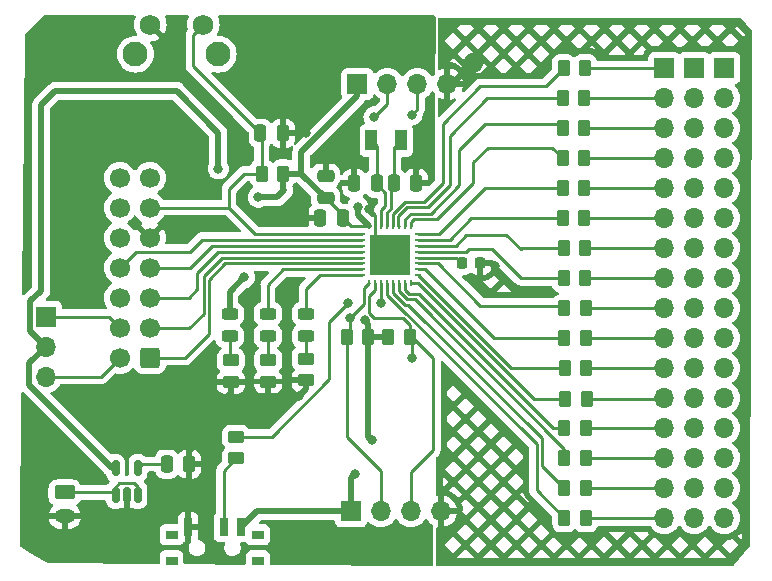
<source format=gbr>
%TF.GenerationSoftware,KiCad,Pcbnew,7.0.9*%
%TF.CreationDate,2024-01-06T14:55:19-06:00*%
%TF.ProjectId,Capsense_v2,43617073-656e-4736-955f-76322e6b6963,rev?*%
%TF.SameCoordinates,Original*%
%TF.FileFunction,Copper,L1,Top*%
%TF.FilePolarity,Positive*%
%FSLAX46Y46*%
G04 Gerber Fmt 4.6, Leading zero omitted, Abs format (unit mm)*
G04 Created by KiCad (PCBNEW 7.0.9) date 2024-01-06 14:55:19*
%MOMM*%
%LPD*%
G01*
G04 APERTURE LIST*
G04 Aperture macros list*
%AMRoundRect*
0 Rectangle with rounded corners*
0 $1 Rounding radius*
0 $2 $3 $4 $5 $6 $7 $8 $9 X,Y pos of 4 corners*
0 Add a 4 corners polygon primitive as box body*
4,1,4,$2,$3,$4,$5,$6,$7,$8,$9,$2,$3,0*
0 Add four circle primitives for the rounded corners*
1,1,$1+$1,$2,$3*
1,1,$1+$1,$4,$5*
1,1,$1+$1,$6,$7*
1,1,$1+$1,$8,$9*
0 Add four rect primitives between the rounded corners*
20,1,$1+$1,$2,$3,$4,$5,0*
20,1,$1+$1,$4,$5,$6,$7,0*
20,1,$1+$1,$6,$7,$8,$9,0*
20,1,$1+$1,$8,$9,$2,$3,0*%
G04 Aperture macros list end*
%TA.AperFunction,SMDPad,CuDef*%
%ADD10RoundRect,0.250000X-0.262500X-0.450000X0.262500X-0.450000X0.262500X0.450000X-0.262500X0.450000X0*%
%TD*%
%TA.AperFunction,SMDPad,CuDef*%
%ADD11RoundRect,0.225000X-0.225000X-0.250000X0.225000X-0.250000X0.225000X0.250000X-0.225000X0.250000X0*%
%TD*%
%TA.AperFunction,ComponentPad*%
%ADD12R,1.700000X1.700000*%
%TD*%
%TA.AperFunction,ComponentPad*%
%ADD13O,1.700000X1.700000*%
%TD*%
%TA.AperFunction,SMDPad,CuDef*%
%ADD14RoundRect,0.250000X0.250000X0.475000X-0.250000X0.475000X-0.250000X-0.475000X0.250000X-0.475000X0*%
%TD*%
%TA.AperFunction,SMDPad,CuDef*%
%ADD15RoundRect,0.250000X-0.450000X0.262500X-0.450000X-0.262500X0.450000X-0.262500X0.450000X0.262500X0*%
%TD*%
%TA.AperFunction,SMDPad,CuDef*%
%ADD16RoundRect,0.250000X0.262500X0.450000X-0.262500X0.450000X-0.262500X-0.450000X0.262500X-0.450000X0*%
%TD*%
%TA.AperFunction,SMDPad,CuDef*%
%ADD17RoundRect,0.243750X0.456250X-0.243750X0.456250X0.243750X-0.456250X0.243750X-0.456250X-0.243750X0*%
%TD*%
%TA.AperFunction,SMDPad,CuDef*%
%ADD18RoundRect,0.250000X-0.250000X-0.475000X0.250000X-0.475000X0.250000X0.475000X-0.250000X0.475000X0*%
%TD*%
%TA.AperFunction,ComponentPad*%
%ADD19RoundRect,0.250000X0.600000X0.600000X-0.600000X0.600000X-0.600000X-0.600000X0.600000X-0.600000X0*%
%TD*%
%TA.AperFunction,ComponentPad*%
%ADD20C,1.700000*%
%TD*%
%TA.AperFunction,SMDPad,CuDef*%
%ADD21R,1.000000X0.800000*%
%TD*%
%TA.AperFunction,SMDPad,CuDef*%
%ADD22R,0.700000X1.500000*%
%TD*%
%TA.AperFunction,SMDPad,CuDef*%
%ADD23RoundRect,0.250000X0.450000X-0.262500X0.450000X0.262500X-0.450000X0.262500X-0.450000X-0.262500X0*%
%TD*%
%TA.AperFunction,ComponentPad*%
%ADD24C,2.100000*%
%TD*%
%TA.AperFunction,ComponentPad*%
%ADD25C,1.750000*%
%TD*%
%TA.AperFunction,ComponentPad*%
%ADD26RoundRect,0.250000X-0.625000X0.350000X-0.625000X-0.350000X0.625000X-0.350000X0.625000X0.350000X0*%
%TD*%
%TA.AperFunction,ComponentPad*%
%ADD27O,1.750000X1.200000*%
%TD*%
%TA.AperFunction,SMDPad,CuDef*%
%ADD28RoundRect,0.150000X0.150000X-0.512500X0.150000X0.512500X-0.150000X0.512500X-0.150000X-0.512500X0*%
%TD*%
%TA.AperFunction,SMDPad,CuDef*%
%ADD29R,0.599999X0.249999*%
%TD*%
%TA.AperFunction,SMDPad,CuDef*%
%ADD30R,0.249999X0.599999*%
%TD*%
%TA.AperFunction,SMDPad,CuDef*%
%ADD31R,3.450001X3.450001*%
%TD*%
%TA.AperFunction,SMDPad,CuDef*%
%ADD32RoundRect,0.250000X0.475000X-0.250000X0.475000X0.250000X-0.475000X0.250000X-0.475000X-0.250000X0*%
%TD*%
%TA.AperFunction,SMDPad,CuDef*%
%ADD33R,1.000000X1.800000*%
%TD*%
%TA.AperFunction,ViaPad*%
%ADD34C,0.800000*%
%TD*%
%TA.AperFunction,Conductor*%
%ADD35C,0.500000*%
%TD*%
%TA.AperFunction,Conductor*%
%ADD36C,0.250000*%
%TD*%
G04 APERTURE END LIST*
D10*
%TO.P,R18,1*%
%TO.N,CAP2.2*%
X154574500Y-68180000D03*
%TO.P,R18,2*%
%TO.N,Net-(J5-Pin_6)*%
X156399500Y-68180000D03*
%TD*%
%TO.P,R9,1*%
%TO.N,CAP0.1*%
X154700500Y-91040000D03*
%TO.P,R9,2*%
%TO.N,Net-(J5-Pin_15)*%
X156525500Y-91040000D03*
%TD*%
D11*
%TO.P,C3,1*%
%TO.N,/VREG*%
X146025000Y-72000000D03*
%TO.P,C3,2*%
%TO.N,GND*%
X147575000Y-72000000D03*
%TD*%
D10*
%TO.P,R10,1*%
%TO.N,CAP0.2*%
X154700500Y-88500000D03*
%TO.P,R10,2*%
%TO.N,Net-(J5-Pin_14)*%
X156525500Y-88500000D03*
%TD*%
D12*
%TO.P,J5,1,Pin_1*%
%TO.N,Net-(J5-Pin_1)*%
X163170000Y-55480000D03*
X165710000Y-55480000D03*
X168250000Y-55480000D03*
D13*
%TO.P,J5,2,Pin_2*%
%TO.N,Net-(J5-Pin_2)*%
X163170000Y-58020000D03*
X165710000Y-58020000D03*
X168250000Y-58020000D03*
%TO.P,J5,3,Pin_3*%
%TO.N,Net-(J5-Pin_3)*%
X163170000Y-60560000D03*
X165710000Y-60560000D03*
X168250000Y-60560000D03*
%TO.P,J5,4,Pin_4*%
%TO.N,Net-(J5-Pin_4)*%
X163170000Y-63100000D03*
X165710000Y-63100000D03*
X168250000Y-63100000D03*
%TO.P,J5,5,Pin_5*%
%TO.N,Net-(J5-Pin_5)*%
X163170000Y-65640000D03*
X165710000Y-65640000D03*
X168250000Y-65640000D03*
%TO.P,J5,6,Pin_6*%
%TO.N,Net-(J5-Pin_6)*%
X163170000Y-68180000D03*
X165710000Y-68180000D03*
X168250000Y-68180000D03*
%TO.P,J5,7,Pin_7*%
%TO.N,Net-(J5-Pin_7)*%
X163170000Y-70720000D03*
X165710000Y-70720000D03*
X168250000Y-70720000D03*
%TO.P,J5,8,Pin_8*%
%TO.N,Net-(J5-Pin_8)*%
X163170000Y-73260000D03*
X165710000Y-73260000D03*
X168250000Y-73260000D03*
%TO.P,J5,9,Pin_9*%
%TO.N,Net-(J5-Pin_9)*%
X163170000Y-75800000D03*
X165710000Y-75800000D03*
X168250000Y-75800000D03*
%TO.P,J5,10,Pin_10*%
%TO.N,Net-(J5-Pin_10)*%
X163170000Y-78340000D03*
X165710000Y-78340000D03*
X168250000Y-78340000D03*
%TO.P,J5,11,Pin_11*%
%TO.N,Net-(J5-Pin_11)*%
X163170000Y-80880000D03*
X165710000Y-80880000D03*
X168250000Y-80880000D03*
%TO.P,J5,12,Pin_12*%
%TO.N,Net-(J5-Pin_12)*%
X163170000Y-83420000D03*
X165710000Y-83420000D03*
X168250000Y-83420000D03*
%TO.P,J5,13,Pin_13*%
%TO.N,Net-(J5-Pin_13)*%
X163170000Y-85960000D03*
X165710000Y-85960000D03*
X168250000Y-85960000D03*
%TO.P,J5,14,Pin_14*%
%TO.N,Net-(J5-Pin_14)*%
X163170000Y-88500000D03*
X165710000Y-88500000D03*
X168250000Y-88500000D03*
%TO.P,J5,15,Pin_15*%
%TO.N,Net-(J5-Pin_15)*%
X163170000Y-91040000D03*
X165710000Y-91040000D03*
X168250000Y-91040000D03*
%TO.P,J5,16,Pin_16*%
%TO.N,Net-(J5-Pin_16)*%
X163170000Y-93580000D03*
X165710000Y-93580000D03*
X168250000Y-93580000D03*
%TD*%
D14*
%TO.P,C1,1*%
%TO.N,+3V3*%
X135939892Y-68200000D03*
%TO.P,C1,2*%
%TO.N,GND*%
X134039892Y-68200000D03*
%TD*%
D15*
%TO.P,R5,1*%
%TO.N,Net-(D2-K)*%
X129621228Y-80181620D03*
%TO.P,R5,2*%
%TO.N,GND*%
X129621228Y-82006620D03*
%TD*%
D10*
%TO.P,R17,1*%
%TO.N,CAP2.1*%
X154637500Y-70720000D03*
%TO.P,R17,2*%
%TO.N,Net-(J5-Pin_7)*%
X156462500Y-70720000D03*
%TD*%
D16*
%TO.P,R1,1*%
%TO.N,+3V3*%
X138112500Y-78232000D03*
%TO.P,R1,2*%
%TO.N,/I2C_SDA*%
X136287500Y-78232000D03*
%TD*%
D17*
%TO.P,D3,1,K*%
%TO.N,Net-(D3-K)*%
X132834097Y-78164914D03*
%TO.P,D3,2,A*%
%TO.N,/P1.1_LED*%
X132834097Y-76289914D03*
%TD*%
D18*
%TO.P,C6,1*%
%TO.N,/RST*%
X128974000Y-61000000D03*
%TO.P,C6,2*%
%TO.N,GND*%
X130874000Y-61000000D03*
%TD*%
D10*
%TO.P,R8,1*%
%TO.N,CAP0.0*%
X154700500Y-93580000D03*
%TO.P,R8,2*%
%TO.N,Net-(J5-Pin_16)*%
X156525500Y-93580000D03*
%TD*%
%TO.P,R19,1*%
%TO.N,CAP2.3*%
X154574500Y-65640000D03*
%TO.P,R19,2*%
%TO.N,Net-(J5-Pin_5)*%
X156399500Y-65640000D03*
%TD*%
D19*
%TO.P,J3,1,Pin_1*%
%TO.N,/TDO*%
X119600000Y-80000000D03*
D20*
%TO.P,J3,2,Pin_2*%
%TO.N,/VCC_TOOL*%
X117060000Y-80000000D03*
%TO.P,J3,3,Pin_3*%
%TO.N,/TDI*%
X119600000Y-77460000D03*
%TO.P,J3,4,Pin_4*%
%TO.N,/VCC_TARGET*%
X117060000Y-77460000D03*
%TO.P,J3,5,Pin_5*%
%TO.N,/TMS*%
X119600000Y-74920000D03*
%TO.P,J3,6,Pin_6*%
%TO.N,unconnected-(J3-Pin_6-Pad6)*%
X117060000Y-74920000D03*
%TO.P,J3,7,Pin_7*%
%TO.N,/TCK*%
X119600000Y-72380000D03*
%TO.P,J3,8,Pin_8*%
%TO.N,/TEST*%
X117060000Y-72380000D03*
%TO.P,J3,9,Pin_9*%
%TO.N,GND*%
X119600000Y-69840000D03*
%TO.P,J3,10,Pin_10*%
%TO.N,unconnected-(J3-Pin_10-Pad10)*%
X117060000Y-69840000D03*
%TO.P,J3,11,Pin_11*%
%TO.N,/RST*%
X119600000Y-67300000D03*
%TO.P,J3,12,Pin_12*%
%TO.N,unconnected-(J3-Pin_12-Pad12)*%
X117060000Y-67300000D03*
%TO.P,J3,13,Pin_13*%
%TO.N,unconnected-(J3-Pin_13-Pad13)*%
X119600000Y-64760000D03*
%TO.P,J3,14,Pin_14*%
%TO.N,unconnected-(J3-Pin_14-Pad14)*%
X117060000Y-64760000D03*
%TD*%
D10*
%TO.P,R12,1*%
%TO.N,CAP1.0*%
X154755870Y-83449653D03*
%TO.P,R12,2*%
%TO.N,Net-(J5-Pin_12)*%
X156580870Y-83449653D03*
%TD*%
D12*
%TO.P,J2,1,Pin_1*%
%TO.N,+3V3*%
X137180000Y-56800000D03*
D13*
%TO.P,J2,2,Pin_2*%
%TO.N,/I2C_SDA*%
X139720000Y-56800000D03*
%TO.P,J2,3,Pin_3*%
%TO.N,/I2C_SCL*%
X142260000Y-56800000D03*
%TO.P,J2,4,Pin_4*%
%TO.N,GND*%
X144800000Y-56800000D03*
%TD*%
D10*
%TO.P,R2,1*%
%TO.N,+3V3*%
X139803500Y-78232000D03*
%TO.P,R2,2*%
%TO.N,/I2C_SCL*%
X141628500Y-78232000D03*
%TD*%
D21*
%TO.P,SW2,*%
%TO.N,*%
X121450000Y-94990000D03*
X121450000Y-97200000D03*
X128750000Y-94990000D03*
X128750000Y-97200000D03*
D22*
%TO.P,SW2,1,A*%
%TO.N,GND*%
X122850000Y-94340000D03*
%TO.P,SW2,2,B*%
%TO.N,Net-(SW2-B)*%
X125850000Y-94340000D03*
%TO.P,SW2,3,C*%
%TO.N,+3V3*%
X127350000Y-94340000D03*
%TD*%
D10*
%TO.P,R20,1*%
%TO.N,CAP3.0*%
X154574500Y-63100000D03*
%TO.P,R20,2*%
%TO.N,Net-(J5-Pin_4)*%
X156399500Y-63100000D03*
%TD*%
%TO.P,R16,1*%
%TO.N,CAP2.0*%
X154637500Y-73260000D03*
%TO.P,R16,2*%
%TO.N,Net-(J5-Pin_8)*%
X156462500Y-73260000D03*
%TD*%
%TO.P,R22,1*%
%TO.N,CAP3.2*%
X154574500Y-58020000D03*
%TO.P,R22,2*%
%TO.N,Net-(J5-Pin_2)*%
X156399500Y-58020000D03*
%TD*%
D15*
%TO.P,R4,1*%
%TO.N,Net-(D1-K)*%
X126466309Y-80221067D03*
%TO.P,R4,2*%
%TO.N,GND*%
X126466309Y-82046067D03*
%TD*%
D10*
%TO.P,R14,1*%
%TO.N,CAP1.2*%
X154700500Y-78340000D03*
%TO.P,R14,2*%
%TO.N,Net-(J5-Pin_10)*%
X156525500Y-78340000D03*
%TD*%
D23*
%TO.P,R7,1*%
%TO.N,Net-(SW2-B)*%
X126900000Y-88500000D03*
%TO.P,R7,2*%
%TO.N,/P2.2_MODE*%
X126900000Y-86675000D03*
%TD*%
D16*
%TO.P,R3,1*%
%TO.N,+3V3*%
X130912500Y-64400000D03*
%TO.P,R3,2*%
%TO.N,/RST*%
X129087500Y-64400000D03*
%TD*%
D18*
%TO.P,C7,1*%
%TO.N,Net-(U2-NR)*%
X121050000Y-89000000D03*
%TO.P,C7,2*%
%TO.N,GND*%
X122950000Y-89000000D03*
%TD*%
%TO.P,C4,1*%
%TO.N,/XOUT*%
X140250000Y-65209290D03*
%TO.P,C4,2*%
%TO.N,GND*%
X142150000Y-65209290D03*
%TD*%
D24*
%TO.P,SW1,*%
%TO.N,*%
X118390000Y-54290000D03*
X125400000Y-54290000D03*
D25*
%TO.P,SW1,1,1*%
%TO.N,GND*%
X119640000Y-51800000D03*
%TO.P,SW1,2,2*%
%TO.N,/RST*%
X124140000Y-51800000D03*
%TD*%
D26*
%TO.P,J8,1,Pin_1*%
%TO.N,Net-(J8-Pin_1)*%
X112400000Y-91400000D03*
D27*
%TO.P,J8,2,Pin_2*%
%TO.N,GND*%
X112400000Y-93400000D03*
%TD*%
D10*
%TO.P,R13,1*%
%TO.N,CAP1.1*%
X154747775Y-80880000D03*
%TO.P,R13,2*%
%TO.N,Net-(J5-Pin_11)*%
X156572775Y-80880000D03*
%TD*%
D28*
%TO.P,U2,1,IN*%
%TO.N,Net-(J8-Pin_1)*%
X116700000Y-91600000D03*
%TO.P,U2,2,GND*%
%TO.N,GND*%
X117650000Y-91600000D03*
%TO.P,U2,3,EN*%
%TO.N,Net-(J8-Pin_1)*%
X118600000Y-91600000D03*
%TO.P,U2,4,NR*%
%TO.N,Net-(U2-NR)*%
X118600000Y-89325000D03*
%TO.P,U2,5,OUT*%
%TO.N,+3V3*%
X116700000Y-89325000D03*
%TD*%
D12*
%TO.P,J1,1,Pin_1*%
%TO.N,+3V3*%
X136630000Y-93000000D03*
D13*
%TO.P,J1,2,Pin_2*%
%TO.N,/I2C_SDA*%
X139170000Y-93000000D03*
%TO.P,J1,3,Pin_3*%
%TO.N,/I2C_SCL*%
X141710000Y-93000000D03*
%TO.P,J1,4,Pin_4*%
%TO.N,GND*%
X144250000Y-93000000D03*
%TD*%
D17*
%TO.P,D1,1,K*%
%TO.N,Net-(D1-K)*%
X126355998Y-78174332D03*
%TO.P,D1,2,A*%
%TO.N,+3V3*%
X126355998Y-76299332D03*
%TD*%
D14*
%TO.P,C5,1*%
%TO.N,/XIN*%
X138810907Y-65223302D03*
%TO.P,C5,2*%
%TO.N,GND*%
X136910907Y-65223302D03*
%TD*%
D10*
%TO.P,R21,1*%
%TO.N,CAP3.1*%
X154574500Y-60560000D03*
%TO.P,R21,2*%
%TO.N,Net-(J5-Pin_3)*%
X156399500Y-60560000D03*
%TD*%
%TO.P,R11,1*%
%TO.N,CAP0.3*%
X154700500Y-85960000D03*
%TO.P,R11,2*%
%TO.N,Net-(J5-Pin_13)*%
X156525500Y-85960000D03*
%TD*%
D29*
%TO.P,U1,1,RST_NMI_SBWTDIO_N*%
%TO.N,/RST*%
X137550000Y-69509998D03*
%TO.P,U1,2,TEST_SBWTCK*%
%TO.N,/TEST*%
X137550000Y-70009997D03*
%TO.P,U1,3,P1.4_UCA0TXD_UCA0SIMO_TA1.2_TCK_A4_VREF+*%
%TO.N,/TCK*%
X137550000Y-70509999D03*
%TO.P,U1,4,P1.5_UCA0RXD_UCA0SOMI_TA1.1_TMS_A5*%
%TO.N,/TMS*%
X137550000Y-71009998D03*
%TO.P,U1,5,P1.6_UCA0CLK_TA1CLK_TDI_TCLK_A6*%
%TO.N,/TDI*%
X137550000Y-71510000D03*
%TO.P,U1,6,P1.7_UCA0STE_SMCLK_TDO_A7*%
%TO.N,/TDO*%
X137550000Y-72009998D03*
%TO.P,U1,7,P1.0_UCB0STE_TA0CLK_A0_VEREF+*%
%TO.N,/P1.0_LED*%
X137550000Y-72509997D03*
%TO.P,U1,8,P1.1_UCB0CLK_TA0.1_COMP0.0_A1*%
%TO.N,/P1.1_LED*%
X137550000Y-73009999D03*
D30*
%TO.P,U1,9,P1.2_UCB0SIMO_UCB0SDA_TA0.2_A2_VEREF-*%
%TO.N,/I2C_SDA*%
X138200001Y-73660000D03*
%TO.P,U1,10,P1.3_UCB0SOMI_UCB0SCL_MCLK_A3*%
%TO.N,/I2C_SCL*%
X138700000Y-73660000D03*
%TO.P,U1,11,P2.2_SYNC_ACLK_COMP0.1*%
%TO.N,/P2.2_MODE*%
X139200002Y-73660000D03*
%TO.P,U1,12,P3.0_TA2.2_CAP0.0*%
%TO.N,CAP0.0*%
X139700000Y-73660000D03*
%TO.P,U1,13,P3.3_TA2.1_CAP0.1*%
%TO.N,CAP0.1*%
X140200002Y-73660000D03*
%TO.P,U1,14,P2.3_TA2.0_CAP0.2*%
%TO.N,CAP0.2*%
X140700001Y-73660000D03*
%TO.P,U1,15,P3.4_TA2CLK_COMP0OUT_CAP0.3*%
%TO.N,CAP0.3*%
X141200000Y-73660000D03*
%TO.P,U1,16,P3.1_UCA1STE_CAP1.0*%
%TO.N,CAP1.0*%
X141700002Y-73660000D03*
D29*
%TO.P,U1,17,P2.4_UCA1CLK_CAP1.1*%
%TO.N,CAP1.1*%
X142350000Y-73009999D03*
%TO.P,U1,18,P2.5_UCA1RXD_UCA1SOMI_CAP1.2*%
%TO.N,CAP1.2*%
X142350000Y-72509997D03*
%TO.P,U1,19,P2.6_UCA1TXD_UCA1SIMO_CAP1.3*%
%TO.N,CAP1.3*%
X142350000Y-72009998D03*
%TO.P,U1,20,VREG*%
%TO.N,/VREG*%
X142350000Y-71510000D03*
%TO.P,U1,21,P3.7_TA3.2_CAP2.0*%
%TO.N,CAP2.0*%
X142350000Y-71009998D03*
%TO.P,U1,22,P4.0_TA3.1_CAP2.1*%
%TO.N,CAP2.1*%
X142350000Y-70509999D03*
%TO.P,U1,23,P4.1_TA3.0_CAP2.2*%
%TO.N,CAP2.2*%
X142350000Y-70009997D03*
%TO.P,U1,24,P4.2_TA3CLK_CAP2.3*%
%TO.N,CAP2.3*%
X142350000Y-69509998D03*
D30*
%TO.P,U1,25,P2.7_UCB1STE_CAP3.0*%
%TO.N,CAP3.0*%
X141700002Y-68860000D03*
%TO.P,U1,26,P3.5_UCB1CLK_TB0TRG_CAP3.1*%
%TO.N,CAP3.1*%
X141200000Y-68860000D03*
%TO.P,U1,27,P3.2_UCB1SIMO_UCB1SDA_CAP3.2*%
%TO.N,CAP3.2*%
X140700001Y-68860000D03*
%TO.P,U1,28,P3.6_UCB1SOMI_UCB1SCL_CAP3.3*%
%TO.N,CAP3.3*%
X140200002Y-68860000D03*
%TO.P,U1,29,P2.0_XOUT*%
%TO.N,/XOUT*%
X139700000Y-68860000D03*
%TO.P,U1,30,P2.1_XIN*%
%TO.N,/XIN*%
X139200002Y-68860000D03*
%TO.P,U1,31,DVSS*%
%TO.N,GND*%
X138700000Y-68860000D03*
%TO.P,U1,32,DVCC*%
%TO.N,+3V3*%
X138200001Y-68860000D03*
D31*
%TO.P,U1,33,PAD*%
%TO.N,GND*%
X139950000Y-71259997D03*
%TD*%
D32*
%TO.P,C2,1*%
%TO.N,+3V3*%
X134500000Y-66465722D03*
%TO.P,C2,2*%
%TO.N,GND*%
X134500000Y-64565722D03*
%TD*%
D17*
%TO.P,D2,1,K*%
%TO.N,Net-(D2-K)*%
X129601332Y-78154349D03*
%TO.P,D2,2,A*%
%TO.N,/P1.0_LED*%
X129601332Y-76279349D03*
%TD*%
D12*
%TO.P,J4,1,Pin_1*%
%TO.N,/VCC_TARGET*%
X110800000Y-76520000D03*
D13*
%TO.P,J4,2,Pin_2*%
%TO.N,+3V3*%
X110800000Y-79060000D03*
%TO.P,J4,3,Pin_3*%
%TO.N,/VCC_TOOL*%
X110800000Y-81600000D03*
%TD*%
D15*
%TO.P,R6,1*%
%TO.N,Net-(D3-K)*%
X132800000Y-80087500D03*
%TO.P,R6,2*%
%TO.N,GND*%
X132800000Y-81912500D03*
%TD*%
D10*
%TO.P,R15,1*%
%TO.N,CAP1.3*%
X154700500Y-75800000D03*
%TO.P,R15,2*%
%TO.N,Net-(J5-Pin_9)*%
X156525500Y-75800000D03*
%TD*%
%TO.P,R23,1*%
%TO.N,CAP3.3*%
X154637500Y-55480000D03*
%TO.P,R23,2*%
%TO.N,Net-(J5-Pin_1)*%
X156462500Y-55480000D03*
%TD*%
D33*
%TO.P,Y1,1,1*%
%TO.N,/XOUT*%
X140857423Y-61600000D03*
%TO.P,Y1,2,2*%
%TO.N,/XIN*%
X138357423Y-61600000D03*
%TD*%
D34*
%TO.N,+3V3*%
X137200000Y-67200000D03*
X137788171Y-76812770D03*
X137000000Y-89800000D03*
X138400000Y-87000000D03*
X125400000Y-64000000D03*
X127600000Y-73200000D03*
X128800000Y-66400000D03*
%TO.N,GND*%
X129600000Y-83200000D03*
X147000000Y-55000000D03*
X148800000Y-72200000D03*
X122800000Y-92400000D03*
X126400000Y-83200000D03*
X138200000Y-67400000D03*
X136600000Y-63400000D03*
X132800000Y-68200000D03*
X132800000Y-61000000D03*
X123000000Y-87600000D03*
X142200000Y-63800000D03*
X134400000Y-63000000D03*
X132200000Y-83200000D03*
X117600000Y-93400000D03*
%TO.N,/I2C_SDA*%
X138600000Y-59600000D03*
X136574695Y-76600000D03*
%TO.N,/I2C_SCL*%
X141800000Y-59400000D03*
X141800000Y-80000000D03*
%TO.N,/P2.2_MODE*%
X136400000Y-75400000D03*
X139200000Y-75400000D03*
%TD*%
D35*
%TO.N,+3V3*%
X130912500Y-65712500D02*
X130912500Y-64400000D01*
X109500000Y-77760000D02*
X109500000Y-75220000D01*
X128690000Y-93000000D02*
X127350000Y-94340000D01*
X136630000Y-93000000D02*
X128690000Y-93000000D01*
X138112500Y-86712500D02*
X138112500Y-78232000D01*
X130400000Y-66400000D02*
X131000000Y-65800000D01*
X138400000Y-87000000D02*
X138112500Y-86712500D01*
X137200000Y-67935000D02*
X138125000Y-68860000D01*
X138112500Y-77137099D02*
X137788171Y-76812770D01*
D36*
X135939892Y-67905614D02*
X134500000Y-66465722D01*
D35*
X125400000Y-60928122D02*
X125400000Y-64000000D01*
X132434278Y-62567804D02*
X137180000Y-57822082D01*
X131000000Y-65800000D02*
X130912500Y-65712500D01*
X136630000Y-93000000D02*
X136630000Y-90170000D01*
X126355998Y-76299332D02*
X126355998Y-74444002D01*
D36*
X135939892Y-68200000D02*
X135939892Y-67905614D01*
D35*
X111600000Y-57400000D02*
X121871878Y-57400000D01*
X110400000Y-74320000D02*
X110400000Y-58600000D01*
X137200000Y-67200000D02*
X137200000Y-67935000D01*
X138112500Y-78232000D02*
X139803500Y-78232000D01*
D36*
X138200001Y-68860000D02*
X136599892Y-68860000D01*
D35*
X109400000Y-80460000D02*
X110800000Y-79060000D01*
X110400000Y-58600000D02*
X111600000Y-57400000D01*
X137180000Y-57822082D02*
X137180000Y-56800000D01*
X116400001Y-89325000D02*
X109400000Y-82324999D01*
X138112500Y-78232000D02*
X138112500Y-77137099D01*
X109400000Y-82324999D02*
X109400000Y-80460000D01*
X110800000Y-79060000D02*
X109500000Y-77760000D01*
D36*
X136599892Y-68860000D02*
X135939892Y-68200000D01*
D35*
X116700000Y-89325000D02*
X116400001Y-89325000D01*
X130912500Y-64400000D02*
X132434278Y-64400000D01*
X109500000Y-75220000D02*
X110400000Y-74320000D01*
X121871878Y-57400000D02*
X125400000Y-60928122D01*
X128800000Y-66400000D02*
X130400000Y-66400000D01*
X126355998Y-74444002D02*
X127600000Y-73200000D01*
X136630000Y-90170000D02*
X137000000Y-89800000D01*
X132434278Y-64400000D02*
X134500000Y-66465722D01*
X132434278Y-64400000D02*
X132434278Y-62567804D01*
%TO.N,GND*%
X129621228Y-83178772D02*
X129600000Y-83200000D01*
X148600000Y-72000000D02*
X148800000Y-72200000D01*
X122850000Y-92450000D02*
X122800000Y-92400000D01*
X145200000Y-56800000D02*
X147000000Y-55000000D01*
X129621228Y-82006620D02*
X129621228Y-83178772D01*
X144800000Y-56800000D02*
X145200000Y-56800000D01*
X134039892Y-68200000D02*
X132800000Y-68200000D01*
D36*
X138700000Y-70009997D02*
X139950000Y-71259997D01*
D35*
X117650000Y-91600000D02*
X117650000Y-93350000D01*
X132800000Y-81912500D02*
X132800000Y-82600000D01*
X147575000Y-72000000D02*
X148600000Y-72000000D01*
X142150000Y-65209290D02*
X142150000Y-63850000D01*
D36*
X138700000Y-68860000D02*
X138700000Y-67900000D01*
D35*
X117650000Y-93350000D02*
X117600000Y-93400000D01*
X136910907Y-63710907D02*
X136600000Y-63400000D01*
X122850000Y-94340000D02*
X122850000Y-92450000D01*
D36*
X138700000Y-68860000D02*
X138700000Y-70009997D01*
D35*
X122950000Y-89000000D02*
X122950000Y-87650000D01*
X134500000Y-64565722D02*
X134500000Y-63100000D01*
D36*
X138700000Y-67900000D02*
X138200000Y-67400000D01*
D35*
X130874000Y-61000000D02*
X132800000Y-61000000D01*
X122950000Y-87650000D02*
X123000000Y-87600000D01*
X126466309Y-82046067D02*
X126466309Y-83133691D01*
X134500000Y-63100000D02*
X134400000Y-63000000D01*
X132800000Y-82600000D02*
X132200000Y-83200000D01*
X142150000Y-63850000D02*
X142200000Y-63800000D01*
X126466309Y-83133691D02*
X126400000Y-83200000D01*
X136910907Y-65223302D02*
X136910907Y-63710907D01*
D36*
%TO.N,/XOUT*%
X140250000Y-65209290D02*
X140250000Y-62207423D01*
X139700000Y-68860000D02*
X139700000Y-67663608D01*
X140000000Y-65459290D02*
X140250000Y-65209290D01*
X140250000Y-62207423D02*
X140857423Y-61600000D01*
X140000000Y-67363608D02*
X140000000Y-65459290D01*
X139700000Y-67663608D02*
X140000000Y-67363608D01*
%TO.N,/XIN*%
X139200002Y-68860000D02*
X139200002Y-67527210D01*
X138810907Y-65223302D02*
X138810907Y-62053484D01*
X139550000Y-66054390D02*
X138810907Y-65315297D01*
X139200002Y-67527210D02*
X139550000Y-67177212D01*
X139550000Y-67177212D02*
X139550000Y-66054390D01*
X138810907Y-65315297D02*
X138810907Y-65223302D01*
X138810907Y-62053484D02*
X138357423Y-61600000D01*
%TO.N,/RST*%
X128974000Y-61000000D02*
X123265001Y-55291001D01*
X129087500Y-64400000D02*
X129087500Y-61113500D01*
X124600000Y-67300000D02*
X119600000Y-67300000D01*
X126300000Y-67300000D02*
X126300000Y-65700000D01*
X126300000Y-67300000D02*
X124600000Y-67300000D01*
X137550000Y-69509998D02*
X128509998Y-69509998D01*
X123265001Y-55291001D02*
X123265001Y-52674999D01*
X126300000Y-65700000D02*
X127600000Y-64400000D01*
X128509998Y-69509998D02*
X126300000Y-67300000D01*
X127600000Y-64400000D02*
X129087500Y-64400000D01*
X129087500Y-61113500D02*
X128974000Y-61000000D01*
X123265001Y-52674999D02*
X124140000Y-51800000D01*
%TO.N,Net-(U2-NR)*%
X118600000Y-89325000D02*
X118925000Y-89000000D01*
X118925000Y-89000000D02*
X121050000Y-89000000D01*
%TO.N,/P1.0_LED*%
X129601332Y-73798668D02*
X130890003Y-72509997D01*
X130890003Y-72509997D02*
X137550000Y-72509997D01*
X129601332Y-76279349D02*
X129601332Y-73798668D01*
%TO.N,/P1.1_LED*%
X132834097Y-76289914D02*
X132834097Y-74165903D01*
X133990001Y-73009999D02*
X137550000Y-73009999D01*
X132834097Y-74165903D02*
X133990001Y-73009999D01*
%TO.N,/I2C_SDA*%
X139170000Y-89570000D02*
X139170000Y-93000000D01*
X136574695Y-76600000D02*
X136574695Y-77944805D01*
X136574695Y-77944805D02*
X136287500Y-78232000D01*
X136287500Y-78232000D02*
X136287500Y-86687500D01*
X137750000Y-74110001D02*
X137750000Y-75424695D01*
X136574695Y-78158805D02*
X136501500Y-78232000D01*
X139720000Y-56800000D02*
X139720000Y-58480000D01*
X137750000Y-75424695D02*
X136574695Y-76600000D01*
X139720000Y-58480000D02*
X138600000Y-59600000D01*
X138200001Y-73660000D02*
X137750000Y-74110001D01*
X136287500Y-86687500D02*
X139170000Y-89570000D01*
%TO.N,/I2C_SCL*%
X142260000Y-56800000D02*
X142260000Y-58940000D01*
X141800000Y-80000000D02*
X141800000Y-78403500D01*
X141000000Y-76600000D02*
X138600000Y-76600000D01*
X141800000Y-78403500D02*
X141628500Y-78232000D01*
X141710000Y-93000000D02*
X141710000Y-89690000D01*
X138600000Y-76600000D02*
X138200000Y-76200000D01*
X138200000Y-74734999D02*
X138700000Y-74234999D01*
X143600000Y-80000000D02*
X141832000Y-78232000D01*
X142260000Y-58940000D02*
X141800000Y-59400000D01*
X143600000Y-87800000D02*
X143600000Y-80000000D01*
X141710000Y-89690000D02*
X143600000Y-87800000D01*
X141832000Y-78232000D02*
X141628500Y-78232000D01*
X141628500Y-77228500D02*
X141000000Y-76600000D01*
X138200000Y-76200000D02*
X138200000Y-74734999D01*
X138700000Y-74234999D02*
X138700000Y-73660000D01*
X141628500Y-78232000D02*
X141628500Y-77228500D01*
%TO.N,/TDO*%
X124600000Y-78000000D02*
X124600000Y-73400000D01*
X119600000Y-80000000D02*
X122600000Y-80000000D01*
X122600000Y-80000000D02*
X124600000Y-78000000D01*
X125990002Y-72009998D02*
X137550000Y-72009998D01*
X124600000Y-73400000D02*
X125990002Y-72009998D01*
%TO.N,/VCC_TOOL*%
X110800000Y-81600000D02*
X115460000Y-81600000D01*
X115460000Y-81600000D02*
X117060000Y-80000000D01*
%TO.N,/TDI*%
X125690000Y-71510000D02*
X137550000Y-71510000D01*
X122940000Y-77460000D02*
X124150000Y-76250000D01*
X124150000Y-76250000D02*
X124150000Y-73050000D01*
X119600000Y-77460000D02*
X122940000Y-77460000D01*
X124150000Y-73050000D02*
X125690000Y-71510000D01*
%TO.N,/VCC_TARGET*%
X110800000Y-76520000D02*
X116120000Y-76520000D01*
X116120000Y-76520000D02*
X117060000Y-77460000D01*
%TO.N,/TMS*%
X125390002Y-71009998D02*
X137550000Y-71009998D01*
X123600000Y-74200000D02*
X123600000Y-72800000D01*
X122880000Y-74920000D02*
X123600000Y-74200000D01*
X123600000Y-72800000D02*
X125390002Y-71009998D01*
X119600000Y-74920000D02*
X122880000Y-74920000D01*
%TO.N,/TCK*%
X124850000Y-70550000D02*
X137509999Y-70550000D01*
X137509999Y-70550000D02*
X137550000Y-70509999D01*
X119600000Y-72380000D02*
X123020000Y-72380000D01*
X123020000Y-72380000D02*
X124850000Y-70550000D01*
%TO.N,/TEST*%
X118425000Y-71015000D02*
X122985000Y-71015000D01*
X117060000Y-72380000D02*
X118425000Y-71015000D01*
X123990003Y-70009997D02*
X137550000Y-70009997D01*
X122985000Y-71015000D02*
X123990003Y-70009997D01*
%TO.N,Net-(J5-Pin_1)*%
X156462500Y-55480000D02*
X163170000Y-55480000D01*
%TO.N,Net-(J5-Pin_2)*%
X156399500Y-58020000D02*
X163170000Y-58020000D01*
%TO.N,Net-(J5-Pin_3)*%
X156399500Y-60560000D02*
X163170000Y-60560000D01*
%TO.N,Net-(J5-Pin_4)*%
X156399500Y-63100000D02*
X163170000Y-63100000D01*
%TO.N,Net-(J5-Pin_5)*%
X156399500Y-65640000D02*
X163170000Y-65640000D01*
%TO.N,Net-(J5-Pin_6)*%
X156399500Y-68180000D02*
X163170000Y-68180000D01*
%TO.N,Net-(J5-Pin_7)*%
X156462500Y-70720000D02*
X163170000Y-70720000D01*
%TO.N,Net-(J5-Pin_8)*%
X156462500Y-73260000D02*
X163170000Y-73260000D01*
%TO.N,Net-(J5-Pin_9)*%
X156525500Y-75800000D02*
X163170000Y-75800000D01*
%TO.N,Net-(J5-Pin_10)*%
X156525500Y-78340000D02*
X163170000Y-78340000D01*
%TO.N,Net-(J5-Pin_11)*%
X156572775Y-80880000D02*
X163170000Y-80880000D01*
%TO.N,Net-(J5-Pin_12)*%
X156580870Y-83449653D02*
X163140347Y-83449653D01*
X163140347Y-83449653D02*
X163170000Y-83420000D01*
%TO.N,Net-(J5-Pin_13)*%
X156525500Y-85960000D02*
X163170000Y-85960000D01*
%TO.N,Net-(J5-Pin_14)*%
X156525500Y-88500000D02*
X163170000Y-88500000D01*
%TO.N,Net-(J5-Pin_15)*%
X156525500Y-91040000D02*
X163170000Y-91040000D01*
%TO.N,Net-(J5-Pin_16)*%
X156525500Y-93580000D02*
X163170000Y-93580000D01*
%TO.N,Net-(SW2-B)*%
X126900000Y-88500000D02*
X125850000Y-89550000D01*
X125850000Y-89550000D02*
X125850000Y-94340000D01*
%TO.N,/P2.2_MODE*%
X129925000Y-86675000D02*
X126900000Y-86675000D01*
X136400000Y-75400000D02*
X134800000Y-77000000D01*
X134800000Y-81800000D02*
X129925000Y-86675000D01*
X139200002Y-73660000D02*
X139200002Y-75399998D01*
X134800000Y-77000000D02*
X134800000Y-81800000D01*
X139200002Y-75399998D02*
X139200000Y-75400000D01*
%TO.N,CAP0.0*%
X152350000Y-91229500D02*
X154700500Y-93580000D01*
X139700000Y-74663604D02*
X152350000Y-87313604D01*
X139700000Y-73660000D02*
X139700000Y-74663604D01*
X152350000Y-87313604D02*
X152350000Y-91229500D01*
%TO.N,CAP0.1*%
X141192212Y-75500000D02*
X141500000Y-75500000D01*
X152800000Y-86800000D02*
X152800000Y-89139500D01*
X140200002Y-73660000D02*
X140200002Y-74507790D01*
X141500000Y-75500000D02*
X152800000Y-86800000D01*
X152800000Y-89139500D02*
X154700500Y-91040000D01*
X140200002Y-74507790D02*
X141192212Y-75500000D01*
%TO.N,CAP0.2*%
X140700001Y-73660000D02*
X140700001Y-74371393D01*
X140700001Y-74371393D02*
X141378608Y-75050000D01*
X142050000Y-75050000D02*
X154700500Y-87700500D01*
X141378608Y-75050000D02*
X142050000Y-75050000D01*
X154700500Y-87700500D02*
X154700500Y-88500000D01*
%TO.N,CAP0.3*%
X141565004Y-74600000D02*
X142400000Y-74600000D01*
X141200000Y-73660000D02*
X141200000Y-74234996D01*
X153760000Y-85960000D02*
X154700500Y-85960000D01*
X141200000Y-74234996D02*
X141565004Y-74600000D01*
X142400000Y-74600000D02*
X153760000Y-85960000D01*
%TO.N,CAP1.0*%
X141700002Y-73660000D02*
X142311803Y-73660000D01*
X142311803Y-73660000D02*
X152101456Y-83449653D01*
X152101456Y-83449653D02*
X154755870Y-83449653D01*
%TO.N,CAP1.1*%
X150220001Y-80880000D02*
X154747775Y-80880000D01*
X142350000Y-73009999D02*
X150220001Y-80880000D01*
%TO.N,CAP1.2*%
X142924996Y-72509997D02*
X148754999Y-78340000D01*
X142350000Y-72509997D02*
X142924996Y-72509997D01*
X148754999Y-78340000D02*
X154700500Y-78340000D01*
%TO.N,CAP1.3*%
X144009998Y-72009998D02*
X147600000Y-75600000D01*
X147600000Y-75600000D02*
X154500500Y-75600000D01*
X154500500Y-75600000D02*
X154700500Y-75800000D01*
X142350000Y-72009998D02*
X144009998Y-72009998D01*
%TO.N,CAP2.0*%
X146600000Y-70800000D02*
X148600000Y-70800000D01*
X142350000Y-71009998D02*
X146390002Y-71009998D01*
X151060000Y-73260000D02*
X154637500Y-73260000D01*
X146390002Y-71009998D02*
X146600000Y-70800000D01*
X148600000Y-70800000D02*
X151060000Y-73260000D01*
%TO.N,CAP2.1*%
X151000000Y-70800000D02*
X151080000Y-70720000D01*
X146400000Y-69600000D02*
X149800000Y-69600000D01*
X151080000Y-70720000D02*
X154637500Y-70720000D01*
X149800000Y-69600000D02*
X151000000Y-70800000D01*
X145490001Y-70509999D02*
X146400000Y-69600000D01*
X142350000Y-70509999D02*
X145490001Y-70509999D01*
%TO.N,CAP2.2*%
X144990003Y-70009997D02*
X146820000Y-68180000D01*
X142350000Y-70009997D02*
X144990003Y-70009997D01*
X146820000Y-68180000D02*
X154574500Y-68180000D01*
%TO.N,CAP3.0*%
X141950000Y-68250000D02*
X143950000Y-68250000D01*
X141700002Y-68860000D02*
X141700002Y-68499998D01*
X143950000Y-68250000D02*
X147000000Y-65200000D01*
X147000000Y-65200000D02*
X147000000Y-63400000D01*
X147000000Y-63400000D02*
X148200000Y-62200000D01*
X148200000Y-62200000D02*
X153674500Y-62200000D01*
X153674500Y-62200000D02*
X154574500Y-63100000D01*
X141700002Y-68499998D02*
X141950000Y-68250000D01*
%TO.N,CAP2.3*%
X144090002Y-69509998D02*
X147960000Y-65640000D01*
X142350000Y-69509998D02*
X144090002Y-69509998D01*
X147960000Y-65640000D02*
X154574500Y-65640000D01*
%TO.N,CAP3.1*%
X141200000Y-68860000D02*
X141200000Y-68285004D01*
X145800000Y-62400000D02*
X148000000Y-60200000D01*
X141200000Y-68285004D02*
X141685004Y-67800000D01*
X145800000Y-65400000D02*
X145800000Y-62400000D01*
X143400000Y-67800000D02*
X145800000Y-65400000D01*
X154214500Y-60200000D02*
X154574500Y-60560000D01*
X148000000Y-60200000D02*
X154214500Y-60200000D01*
X141685004Y-67800000D02*
X143400000Y-67800000D01*
%TO.N,CAP3.2*%
X143150000Y-67250000D02*
X145000000Y-65400000D01*
X140650002Y-68850002D02*
X140650002Y-68000000D01*
X148180000Y-58020000D02*
X154574500Y-58020000D01*
X141400002Y-67250000D02*
X143150000Y-67250000D01*
X140700001Y-68860000D02*
X140660000Y-68860000D01*
X140650002Y-68000000D02*
X141400002Y-67250000D01*
X145000000Y-61200000D02*
X148180000Y-58020000D01*
X145000000Y-65400000D02*
X145000000Y-61200000D01*
X140660000Y-68860000D02*
X140650002Y-68850002D01*
%TO.N,CAP3.3*%
X142800000Y-66800000D02*
X144400000Y-65200000D01*
X141200000Y-66800000D02*
X142800000Y-66800000D01*
X140200002Y-68860000D02*
X140200002Y-67800002D01*
X147600000Y-57000000D02*
X153117500Y-57000000D01*
X144400000Y-65200000D02*
X144400000Y-60200000D01*
X140200000Y-67800000D02*
X141200000Y-66800000D01*
X144400000Y-60200000D02*
X147600000Y-57000000D01*
X140200002Y-67800002D02*
X140200000Y-67800000D01*
X153117500Y-57000000D02*
X154637500Y-55480000D01*
%TO.N,/VREG*%
X142350000Y-71510000D02*
X145535000Y-71510000D01*
X145535000Y-71510000D02*
X146025000Y-72000000D01*
%TO.N,Net-(D1-K)*%
X126355998Y-78174332D02*
X126355998Y-80110756D01*
X126355998Y-80110756D02*
X126466309Y-80221067D01*
%TO.N,Net-(D2-K)*%
X129601332Y-80161724D02*
X129621228Y-80181620D01*
X129601332Y-78154349D02*
X129601332Y-80161724D01*
%TO.N,Net-(D3-K)*%
X132834097Y-78164914D02*
X132834097Y-80053403D01*
X132834097Y-80053403D02*
X132800000Y-80087500D01*
%TO.N,Net-(J8-Pin_1)*%
X116700000Y-90937501D02*
X117025001Y-90612500D01*
X118600000Y-90937501D02*
X118600000Y-91600000D01*
X116500000Y-91400000D02*
X116700000Y-91600000D01*
X112400000Y-91400000D02*
X116500000Y-91400000D01*
X117025001Y-90612500D02*
X118274999Y-90612500D01*
X116700000Y-91600000D02*
X116700000Y-90937501D01*
X118274999Y-90612500D02*
X118600000Y-90937501D01*
%TD*%
%TA.AperFunction,Conductor*%
%TO.N,GND*%
G36*
X129647588Y-72655183D02*
G01*
X129693343Y-72707987D01*
X129703287Y-72777145D01*
X129674262Y-72840701D01*
X129668230Y-72847179D01*
X129217540Y-73297867D01*
X129205283Y-73307688D01*
X129205466Y-73307909D01*
X129199455Y-73312881D01*
X129152104Y-73363304D01*
X129131221Y-73384187D01*
X129131209Y-73384200D01*
X129126953Y-73389685D01*
X129123169Y-73394115D01*
X129091269Y-73428086D01*
X129091268Y-73428088D01*
X129081616Y-73445644D01*
X129070942Y-73461894D01*
X129058661Y-73477729D01*
X129058656Y-73477736D01*
X129040147Y-73520506D01*
X129037577Y-73525752D01*
X129015135Y-73566574D01*
X129010154Y-73585975D01*
X129003853Y-73604378D01*
X128995894Y-73622770D01*
X128995894Y-73622771D01*
X128988603Y-73668795D01*
X128987419Y-73674514D01*
X128975833Y-73719640D01*
X128975832Y-73719650D01*
X128975832Y-73739684D01*
X128974305Y-73759083D01*
X128971172Y-73778862D01*
X128971172Y-73778863D01*
X128975557Y-73825251D01*
X128975832Y-73831089D01*
X128975832Y-75218094D01*
X128956147Y-75285133D01*
X128903343Y-75330888D01*
X128890836Y-75335800D01*
X128828406Y-75356487D01*
X128828403Y-75356488D01*
X128680332Y-75447820D01*
X128680328Y-75447823D01*
X128557306Y-75570845D01*
X128557303Y-75570849D01*
X128465974Y-75718915D01*
X128465969Y-75718926D01*
X128411245Y-75884072D01*
X128400832Y-75985993D01*
X128400832Y-76572704D01*
X128411245Y-76674625D01*
X128465969Y-76839771D01*
X128465974Y-76839782D01*
X128557303Y-76987848D01*
X128557306Y-76987852D01*
X128680328Y-77110874D01*
X128680332Y-77110877D01*
X128681035Y-77111311D01*
X128681415Y-77111734D01*
X128685996Y-77115356D01*
X128685377Y-77116138D01*
X128727760Y-77163259D01*
X128738981Y-77232221D01*
X128711138Y-77296303D01*
X128685876Y-77318191D01*
X128685996Y-77318342D01*
X128682647Y-77320989D01*
X128681035Y-77322387D01*
X128680332Y-77322820D01*
X128680328Y-77322823D01*
X128557306Y-77445845D01*
X128557303Y-77445849D01*
X128465974Y-77593915D01*
X128465969Y-77593926D01*
X128411245Y-77759072D01*
X128400832Y-77860993D01*
X128400832Y-78447704D01*
X128411245Y-78549625D01*
X128465969Y-78714771D01*
X128465974Y-78714782D01*
X128557303Y-78862848D01*
X128557306Y-78862852D01*
X128680329Y-78985875D01*
X128796393Y-79057464D01*
X128843115Y-79109410D01*
X128854338Y-79178373D01*
X128826494Y-79242455D01*
X128796391Y-79268539D01*
X128702575Y-79326405D01*
X128702571Y-79326408D01*
X128578517Y-79450462D01*
X128486415Y-79599783D01*
X128486413Y-79599788D01*
X128473342Y-79639235D01*
X128431229Y-79766323D01*
X128431229Y-79766324D01*
X128431228Y-79766324D01*
X128420728Y-79869103D01*
X128420728Y-80494121D01*
X128420729Y-80494139D01*
X128431228Y-80596916D01*
X128431229Y-80596919D01*
X128482882Y-80752794D01*
X128486414Y-80763454D01*
X128578451Y-80912671D01*
X128578517Y-80912777D01*
X128672532Y-81006792D01*
X128706017Y-81068115D01*
X128701033Y-81137807D01*
X128672533Y-81182154D01*
X128578910Y-81275777D01*
X128486871Y-81424995D01*
X128486869Y-81425000D01*
X128431722Y-81591422D01*
X128431721Y-81591429D01*
X128421228Y-81694133D01*
X128421228Y-81756620D01*
X130821227Y-81756620D01*
X130821227Y-81694148D01*
X130821226Y-81694133D01*
X130810733Y-81591422D01*
X130755586Y-81425000D01*
X130755584Y-81424995D01*
X130663543Y-81275774D01*
X130569923Y-81182154D01*
X130536438Y-81120831D01*
X130541422Y-81051139D01*
X130569919Y-81006796D01*
X130663940Y-80912776D01*
X130756042Y-80763454D01*
X130811227Y-80596917D01*
X130821728Y-80494129D01*
X130821727Y-79869112D01*
X130821375Y-79865671D01*
X130811227Y-79766323D01*
X130811226Y-79766320D01*
X130780039Y-79672204D01*
X130756042Y-79599786D01*
X130663940Y-79450464D01*
X130539884Y-79326408D01*
X130426167Y-79256267D01*
X130379444Y-79204320D01*
X130368221Y-79135357D01*
X130396065Y-79071275D01*
X130426164Y-79045194D01*
X130522335Y-78985875D01*
X130645358Y-78862852D01*
X130736694Y-78714774D01*
X130791419Y-78549624D01*
X130801832Y-78447697D01*
X130801832Y-77861001D01*
X130791419Y-77759074D01*
X130736694Y-77593924D01*
X130736690Y-77593918D01*
X130736689Y-77593915D01*
X130645360Y-77445849D01*
X130645357Y-77445845D01*
X130522336Y-77322824D01*
X130522335Y-77322823D01*
X130521633Y-77322390D01*
X130521253Y-77321967D01*
X130516668Y-77318342D01*
X130517287Y-77317558D01*
X130474907Y-77270447D01*
X130463681Y-77201485D01*
X130491520Y-77137401D01*
X130516787Y-77115506D01*
X130516668Y-77115356D01*
X130520019Y-77112705D01*
X130521631Y-77111308D01*
X130522335Y-77110875D01*
X130645358Y-76987852D01*
X130736694Y-76839774D01*
X130791419Y-76674624D01*
X130801832Y-76572697D01*
X130801832Y-75986001D01*
X130791419Y-75884074D01*
X130736694Y-75718924D01*
X130736690Y-75718918D01*
X130736689Y-75718915D01*
X130645360Y-75570849D01*
X130645357Y-75570845D01*
X130522335Y-75447823D01*
X130522331Y-75447820D01*
X130374260Y-75356488D01*
X130374257Y-75356487D01*
X130311828Y-75335800D01*
X130254383Y-75296027D01*
X130227560Y-75231511D01*
X130226832Y-75218094D01*
X130226832Y-74109120D01*
X130246517Y-74042081D01*
X130263151Y-74021439D01*
X131112775Y-73171816D01*
X131174098Y-73138331D01*
X131200456Y-73135497D01*
X132680550Y-73135497D01*
X132747589Y-73155182D01*
X132793344Y-73207986D01*
X132803288Y-73277144D01*
X132774263Y-73340700D01*
X132768249Y-73347158D01*
X132529433Y-73585975D01*
X132450305Y-73665103D01*
X132438048Y-73674923D01*
X132438231Y-73675144D01*
X132432220Y-73680116D01*
X132384869Y-73730539D01*
X132363986Y-73751422D01*
X132363974Y-73751435D01*
X132359718Y-73756920D01*
X132355934Y-73761350D01*
X132324034Y-73795321D01*
X132324033Y-73795323D01*
X132314381Y-73812879D01*
X132303707Y-73829129D01*
X132291426Y-73844964D01*
X132291421Y-73844971D01*
X132272912Y-73887741D01*
X132270342Y-73892987D01*
X132247900Y-73933809D01*
X132242919Y-73953210D01*
X132236618Y-73971613D01*
X132228659Y-73990005D01*
X132228658Y-73990008D01*
X132221368Y-74036030D01*
X132220184Y-74041749D01*
X132208598Y-74086875D01*
X132208597Y-74086885D01*
X132208597Y-74106919D01*
X132207070Y-74126318D01*
X132203937Y-74146097D01*
X132203937Y-74146098D01*
X132208322Y-74192486D01*
X132208597Y-74198324D01*
X132208597Y-75228659D01*
X132188912Y-75295698D01*
X132136108Y-75341453D01*
X132123601Y-75346365D01*
X132061171Y-75367052D01*
X132061168Y-75367053D01*
X131913097Y-75458385D01*
X131913093Y-75458388D01*
X131790071Y-75581410D01*
X131790068Y-75581414D01*
X131698739Y-75729480D01*
X131698734Y-75729491D01*
X131644010Y-75894637D01*
X131633597Y-75996558D01*
X131633597Y-76583269D01*
X131644010Y-76685190D01*
X131698734Y-76850336D01*
X131698739Y-76850347D01*
X131790068Y-76998413D01*
X131790071Y-76998417D01*
X131913093Y-77121439D01*
X131913097Y-77121442D01*
X131913800Y-77121876D01*
X131914180Y-77122299D01*
X131918761Y-77125921D01*
X131918142Y-77126703D01*
X131960525Y-77173824D01*
X131971746Y-77242786D01*
X131943903Y-77306868D01*
X131918641Y-77328756D01*
X131918761Y-77328907D01*
X131915412Y-77331554D01*
X131913800Y-77332952D01*
X131913097Y-77333385D01*
X131913093Y-77333388D01*
X131790071Y-77456410D01*
X131790068Y-77456414D01*
X131698739Y-77604480D01*
X131698734Y-77604491D01*
X131644010Y-77769637D01*
X131633597Y-77871558D01*
X131633597Y-78458269D01*
X131644010Y-78560190D01*
X131698734Y-78725336D01*
X131698739Y-78725347D01*
X131790068Y-78873413D01*
X131790071Y-78873417D01*
X131913094Y-78996440D01*
X131917298Y-78999033D01*
X131964023Y-79050980D01*
X131975246Y-79119942D01*
X131947403Y-79184025D01*
X131917299Y-79210110D01*
X131881347Y-79232285D01*
X131881343Y-79232288D01*
X131757289Y-79356342D01*
X131665187Y-79505663D01*
X131665185Y-79505668D01*
X131655020Y-79536344D01*
X131610001Y-79672203D01*
X131610001Y-79672204D01*
X131610000Y-79672204D01*
X131599500Y-79774983D01*
X131599500Y-80400001D01*
X131599501Y-80400019D01*
X131610000Y-80502796D01*
X131610001Y-80502799D01*
X131665185Y-80669331D01*
X131665187Y-80669336D01*
X131700069Y-80725888D01*
X131747570Y-80802901D01*
X131757289Y-80818657D01*
X131851304Y-80912672D01*
X131884789Y-80973995D01*
X131879805Y-81043687D01*
X131851305Y-81088034D01*
X131757682Y-81181657D01*
X131665643Y-81330875D01*
X131665641Y-81330880D01*
X131610494Y-81497302D01*
X131610493Y-81497309D01*
X131600000Y-81600013D01*
X131600000Y-81662500D01*
X132926000Y-81662500D01*
X132993039Y-81682185D01*
X133038794Y-81734989D01*
X133050000Y-81786500D01*
X133050000Y-82038500D01*
X133030315Y-82105539D01*
X132977511Y-82151294D01*
X132926000Y-82162500D01*
X131600001Y-82162500D01*
X131600001Y-82224986D01*
X131610494Y-82327697D01*
X131665641Y-82494119D01*
X131665643Y-82494124D01*
X131757684Y-82643345D01*
X131881654Y-82767315D01*
X132030875Y-82859356D01*
X132030880Y-82859358D01*
X132197302Y-82914505D01*
X132197309Y-82914506D01*
X132300019Y-82924999D01*
X132491045Y-82924999D01*
X132558085Y-82944683D01*
X132603840Y-82997487D01*
X132613784Y-83066645D01*
X132584759Y-83130201D01*
X132578727Y-83136680D01*
X129702228Y-86013181D01*
X129640905Y-86046666D01*
X129614547Y-86049500D01*
X128077088Y-86049500D01*
X128010049Y-86029815D01*
X127971549Y-85990597D01*
X127942712Y-85943844D01*
X127818656Y-85819788D01*
X127669334Y-85727686D01*
X127502797Y-85672501D01*
X127502795Y-85672500D01*
X127400010Y-85662000D01*
X126399998Y-85662000D01*
X126399980Y-85662001D01*
X126297203Y-85672500D01*
X126297200Y-85672501D01*
X126130668Y-85727685D01*
X126130663Y-85727687D01*
X125981342Y-85819789D01*
X125857289Y-85943842D01*
X125765187Y-86093163D01*
X125765186Y-86093166D01*
X125710001Y-86259703D01*
X125710001Y-86259704D01*
X125710000Y-86259704D01*
X125699500Y-86362483D01*
X125699500Y-86987501D01*
X125699501Y-86987519D01*
X125710000Y-87090296D01*
X125710001Y-87090299D01*
X125755461Y-87227486D01*
X125765186Y-87256834D01*
X125855512Y-87403277D01*
X125857289Y-87406157D01*
X125950951Y-87499819D01*
X125984436Y-87561142D01*
X125979452Y-87630834D01*
X125950951Y-87675181D01*
X125857289Y-87768842D01*
X125765187Y-87918163D01*
X125765185Y-87918168D01*
X125754578Y-87950178D01*
X125710001Y-88084703D01*
X125710001Y-88084704D01*
X125710000Y-88084704D01*
X125699500Y-88187483D01*
X125699500Y-88764545D01*
X125679815Y-88831584D01*
X125663181Y-88852226D01*
X125466208Y-89049199D01*
X125453951Y-89059020D01*
X125454134Y-89059241D01*
X125448123Y-89064213D01*
X125400772Y-89114636D01*
X125379889Y-89135519D01*
X125379877Y-89135532D01*
X125375621Y-89141017D01*
X125371837Y-89145447D01*
X125339937Y-89179418D01*
X125339936Y-89179420D01*
X125330284Y-89196976D01*
X125319610Y-89213226D01*
X125307329Y-89229061D01*
X125307324Y-89229068D01*
X125288815Y-89271838D01*
X125286245Y-89277084D01*
X125263803Y-89317906D01*
X125258822Y-89337307D01*
X125252521Y-89355710D01*
X125244562Y-89374102D01*
X125244561Y-89374105D01*
X125237271Y-89420127D01*
X125236087Y-89425846D01*
X125224501Y-89470972D01*
X125224500Y-89470982D01*
X125224500Y-89491016D01*
X125222973Y-89510413D01*
X125222249Y-89514983D01*
X125220662Y-89525009D01*
X125219840Y-89530196D01*
X125221648Y-89549318D01*
X125224225Y-89576583D01*
X125224500Y-89582421D01*
X125224500Y-93108964D01*
X125204815Y-93176003D01*
X125174812Y-93208230D01*
X125142457Y-93232450D01*
X125142451Y-93232457D01*
X125056206Y-93347664D01*
X125056202Y-93347671D01*
X125005908Y-93482517D01*
X124999501Y-93542116D01*
X124999500Y-93542135D01*
X124999500Y-95137870D01*
X124999501Y-95137876D01*
X125005908Y-95197483D01*
X125056202Y-95332328D01*
X125056206Y-95332335D01*
X125142452Y-95447544D01*
X125142455Y-95447547D01*
X125257664Y-95533793D01*
X125257671Y-95533797D01*
X125302618Y-95550561D01*
X125392517Y-95584091D01*
X125452127Y-95590500D01*
X125871168Y-95590499D01*
X125938206Y-95610183D01*
X125983961Y-95662987D01*
X125993905Y-95732146D01*
X125980964Y-95772124D01*
X125940209Y-95849774D01*
X125899500Y-96014944D01*
X125899500Y-96185055D01*
X125940210Y-96350226D01*
X126019263Y-96500849D01*
X126019266Y-96500852D01*
X126132071Y-96628183D01*
X126222318Y-96690476D01*
X126272068Y-96724817D01*
X126272069Y-96724817D01*
X126272070Y-96724818D01*
X126431128Y-96785140D01*
X126507028Y-96794356D01*
X126557626Y-96800500D01*
X126557628Y-96800500D01*
X126642374Y-96800500D01*
X126684538Y-96795380D01*
X126768872Y-96785140D01*
X126927930Y-96724818D01*
X127067929Y-96628183D01*
X127180734Y-96500852D01*
X127211384Y-96442455D01*
X127237795Y-96392132D01*
X127259790Y-96350225D01*
X127300500Y-96185056D01*
X127300500Y-96014944D01*
X127259790Y-95849775D01*
X127251404Y-95833797D01*
X127219036Y-95772125D01*
X127205310Y-95703617D01*
X127230802Y-95638564D01*
X127287418Y-95597619D01*
X127328832Y-95590499D01*
X127712819Y-95590499D01*
X127779858Y-95610184D01*
X127812085Y-95640188D01*
X127892452Y-95747544D01*
X127892455Y-95747547D01*
X128007664Y-95833793D01*
X128007671Y-95833797D01*
X128142517Y-95884091D01*
X128142516Y-95884091D01*
X128149444Y-95884835D01*
X128202127Y-95890500D01*
X129297872Y-95890499D01*
X129357483Y-95884091D01*
X129492331Y-95833796D01*
X129607546Y-95747546D01*
X129693796Y-95632331D01*
X129744091Y-95497483D01*
X129750500Y-95437873D01*
X129750499Y-94542128D01*
X129744362Y-94485034D01*
X129744091Y-94482516D01*
X129693797Y-94347671D01*
X129693793Y-94347664D01*
X129607547Y-94232455D01*
X129607544Y-94232452D01*
X129492335Y-94146206D01*
X129492328Y-94146202D01*
X129357482Y-94095908D01*
X129357483Y-94095908D01*
X129297883Y-94089501D01*
X129297881Y-94089500D01*
X129297873Y-94089500D01*
X129297865Y-94089500D01*
X128961229Y-94089500D01*
X128894190Y-94069815D01*
X128848435Y-94017011D01*
X128838491Y-93947853D01*
X128867516Y-93884297D01*
X128873548Y-93877819D01*
X128964548Y-93786819D01*
X129025871Y-93753334D01*
X129052229Y-93750500D01*
X135155501Y-93750500D01*
X135222540Y-93770185D01*
X135268295Y-93822989D01*
X135279501Y-93874500D01*
X135279501Y-93897876D01*
X135285908Y-93957483D01*
X135336202Y-94092328D01*
X135336206Y-94092335D01*
X135422452Y-94207544D01*
X135422455Y-94207547D01*
X135537664Y-94293793D01*
X135537671Y-94293797D01*
X135672517Y-94344091D01*
X135672516Y-94344091D01*
X135679444Y-94344835D01*
X135732127Y-94350500D01*
X137527872Y-94350499D01*
X137587483Y-94344091D01*
X137722331Y-94293796D01*
X137837546Y-94207546D01*
X137923796Y-94092331D01*
X137972810Y-93960916D01*
X138014681Y-93904984D01*
X138080145Y-93880566D01*
X138148418Y-93895417D01*
X138176673Y-93916569D01*
X138298599Y-94038495D01*
X138380593Y-94095908D01*
X138492165Y-94174032D01*
X138492167Y-94174033D01*
X138492170Y-94174035D01*
X138706337Y-94273903D01*
X138934592Y-94335063D01*
X139111034Y-94350500D01*
X139169999Y-94355659D01*
X139170000Y-94355659D01*
X139170001Y-94355659D01*
X139228966Y-94350500D01*
X139405408Y-94335063D01*
X139633663Y-94273903D01*
X139847830Y-94174035D01*
X140041401Y-94038495D01*
X140208495Y-93871401D01*
X140338425Y-93685842D01*
X140393002Y-93642217D01*
X140462500Y-93635023D01*
X140524855Y-93666546D01*
X140541575Y-93685842D01*
X140671278Y-93871078D01*
X140671505Y-93871401D01*
X140838599Y-94038495D01*
X140920593Y-94095908D01*
X141032165Y-94174032D01*
X141032167Y-94174033D01*
X141032170Y-94174035D01*
X141246337Y-94273903D01*
X141474592Y-94335063D01*
X141651034Y-94350500D01*
X141709999Y-94355659D01*
X141710000Y-94355659D01*
X141710001Y-94355659D01*
X141768966Y-94350500D01*
X141945408Y-94335063D01*
X142173663Y-94273903D01*
X142387830Y-94174035D01*
X142581401Y-94038495D01*
X142748495Y-93871401D01*
X142878730Y-93685405D01*
X142933307Y-93641781D01*
X143002805Y-93634587D01*
X143065160Y-93666110D01*
X143081879Y-93685405D01*
X143211890Y-93871078D01*
X143378917Y-94038105D01*
X143561425Y-94165900D01*
X143605050Y-94220478D01*
X143614300Y-94268007D01*
X143600533Y-97475771D01*
X143580561Y-97542726D01*
X143527561Y-97588253D01*
X143475773Y-97599237D01*
X129873738Y-97515789D01*
X129806821Y-97495693D01*
X129761391Y-97442610D01*
X129750499Y-97391794D01*
X129750499Y-96752128D01*
X129744091Y-96692517D01*
X129693796Y-96557669D01*
X129693795Y-96557668D01*
X129693793Y-96557664D01*
X129607547Y-96442455D01*
X129607544Y-96442452D01*
X129492335Y-96356206D01*
X129492328Y-96356202D01*
X129357482Y-96305908D01*
X129357483Y-96305908D01*
X129297883Y-96299501D01*
X129297881Y-96299500D01*
X129297873Y-96299500D01*
X129297864Y-96299500D01*
X128202129Y-96299500D01*
X128202123Y-96299501D01*
X128142516Y-96305908D01*
X128007671Y-96356202D01*
X128007664Y-96356206D01*
X127892455Y-96442452D01*
X127892452Y-96442455D01*
X127806206Y-96557664D01*
X127806202Y-96557671D01*
X127755908Y-96692517D01*
X127752436Y-96724817D01*
X127749501Y-96752123D01*
X127749500Y-96752135D01*
X127749500Y-97377993D01*
X127729815Y-97445032D01*
X127677011Y-97490787D01*
X127624739Y-97501991D01*
X122573738Y-97471004D01*
X122506821Y-97450908D01*
X122461391Y-97397825D01*
X122450499Y-97347009D01*
X122450499Y-96752128D01*
X122444091Y-96692517D01*
X122393796Y-96557669D01*
X122393795Y-96557668D01*
X122393793Y-96557664D01*
X122307547Y-96442455D01*
X122307544Y-96442452D01*
X122192335Y-96356206D01*
X122192328Y-96356202D01*
X122057482Y-96305908D01*
X122057483Y-96305908D01*
X121997883Y-96299501D01*
X121997881Y-96299500D01*
X121997873Y-96299500D01*
X121997864Y-96299500D01*
X120902129Y-96299500D01*
X120902123Y-96299501D01*
X120842516Y-96305908D01*
X120707671Y-96356202D01*
X120707664Y-96356206D01*
X120592455Y-96442452D01*
X120592452Y-96442455D01*
X120506206Y-96557664D01*
X120506202Y-96557671D01*
X120455908Y-96692517D01*
X120452436Y-96724817D01*
X120449501Y-96752123D01*
X120449500Y-96752135D01*
X120449500Y-97333208D01*
X120429815Y-97400247D01*
X120377011Y-97446002D01*
X120324739Y-97457206D01*
X111033114Y-97400203D01*
X110971395Y-97383314D01*
X110962273Y-97377993D01*
X109889342Y-96752116D01*
X108917238Y-96185055D01*
X122899500Y-96185055D01*
X122940210Y-96350226D01*
X123019263Y-96500849D01*
X123019266Y-96500852D01*
X123132071Y-96628183D01*
X123222318Y-96690476D01*
X123272068Y-96724817D01*
X123272069Y-96724817D01*
X123272070Y-96724818D01*
X123431128Y-96785140D01*
X123507028Y-96794356D01*
X123557626Y-96800500D01*
X123557628Y-96800500D01*
X123642374Y-96800500D01*
X123684538Y-96795380D01*
X123768872Y-96785140D01*
X123927930Y-96724818D01*
X124067929Y-96628183D01*
X124180734Y-96500852D01*
X124211384Y-96442455D01*
X124237795Y-96392132D01*
X124259790Y-96350225D01*
X124300500Y-96185056D01*
X124300500Y-96014944D01*
X124259790Y-95849775D01*
X124251404Y-95833797D01*
X124180736Y-95699150D01*
X124148698Y-95662987D01*
X124067929Y-95571817D01*
X124012848Y-95533797D01*
X123927931Y-95475182D01*
X123768874Y-95414860D01*
X123761588Y-95413065D01*
X123762338Y-95410020D01*
X123711233Y-95387975D01*
X123672225Y-95330008D01*
X123670749Y-95260153D01*
X123674256Y-95249233D01*
X123693597Y-95197376D01*
X123693598Y-95197372D01*
X123699999Y-95137844D01*
X123700000Y-95137827D01*
X123700000Y-94590000D01*
X123100000Y-94590000D01*
X123100000Y-95560990D01*
X123080315Y-95628029D01*
X123068816Y-95643216D01*
X123019266Y-95699147D01*
X123019264Y-95699149D01*
X122940210Y-95849773D01*
X122899500Y-96014944D01*
X122899500Y-96185055D01*
X108917238Y-96185055D01*
X108662178Y-96036270D01*
X108614189Y-95985487D01*
X108600663Y-95928018D01*
X108601068Y-95884091D01*
X108605181Y-95437870D01*
X120449500Y-95437870D01*
X120449501Y-95437876D01*
X120455908Y-95497483D01*
X120506202Y-95632328D01*
X120506206Y-95632335D01*
X120592452Y-95747544D01*
X120592455Y-95747547D01*
X120707664Y-95833793D01*
X120707671Y-95833797D01*
X120842517Y-95884091D01*
X120842516Y-95884091D01*
X120849444Y-95884835D01*
X120902127Y-95890500D01*
X121997872Y-95890499D01*
X122057483Y-95884091D01*
X122192331Y-95833796D01*
X122307546Y-95747546D01*
X122370847Y-95662987D01*
X122388289Y-95639688D01*
X122444223Y-95597818D01*
X122487555Y-95590000D01*
X122600000Y-95590000D01*
X122600000Y-93090000D01*
X123100000Y-93090000D01*
X123100000Y-94090000D01*
X123700000Y-94090000D01*
X123700000Y-93542172D01*
X123699999Y-93542155D01*
X123693598Y-93482627D01*
X123693596Y-93482620D01*
X123643354Y-93347913D01*
X123643350Y-93347906D01*
X123557190Y-93232812D01*
X123557187Y-93232809D01*
X123442093Y-93146649D01*
X123442086Y-93146645D01*
X123307379Y-93096403D01*
X123307372Y-93096401D01*
X123247844Y-93090000D01*
X123100000Y-93090000D01*
X122600000Y-93090000D01*
X122452155Y-93090000D01*
X122392627Y-93096401D01*
X122392620Y-93096403D01*
X122257913Y-93146645D01*
X122257906Y-93146649D01*
X122142812Y-93232809D01*
X122142809Y-93232812D01*
X122056649Y-93347906D01*
X122056645Y-93347913D01*
X122006403Y-93482620D01*
X122006401Y-93482627D01*
X122000000Y-93542155D01*
X122000000Y-93965500D01*
X121980315Y-94032539D01*
X121927511Y-94078294D01*
X121876000Y-94089500D01*
X120902129Y-94089500D01*
X120902123Y-94089501D01*
X120842516Y-94095908D01*
X120707671Y-94146202D01*
X120707664Y-94146206D01*
X120592455Y-94232452D01*
X120592452Y-94232455D01*
X120506206Y-94347664D01*
X120506202Y-94347671D01*
X120455908Y-94482517D01*
X120454029Y-94500000D01*
X120449501Y-94542123D01*
X120449500Y-94542135D01*
X120449500Y-95437870D01*
X108605181Y-95437870D01*
X108719775Y-83004355D01*
X108740077Y-82937502D01*
X108793300Y-82892236D01*
X108862547Y-82882930D01*
X108925833Y-82912539D01*
X108931451Y-82917819D01*
X115824268Y-89810634D01*
X115836049Y-89824266D01*
X115850391Y-89843530D01*
X115858110Y-89850007D01*
X115896813Y-89908176D01*
X115902024Y-89935267D01*
X115902401Y-89940068D01*
X115902402Y-89940073D01*
X115948254Y-90097893D01*
X115948255Y-90097896D01*
X115948256Y-90097898D01*
X115951950Y-90104144D01*
X116031917Y-90239362D01*
X116031923Y-90239370D01*
X116148132Y-90355579D01*
X116148134Y-90355580D01*
X116148135Y-90355581D01*
X116148445Y-90355764D01*
X116148638Y-90355970D01*
X116154298Y-90360361D01*
X116153589Y-90361273D01*
X116196130Y-90406830D01*
X116208638Y-90475571D01*
X116181996Y-90540162D01*
X116154079Y-90564356D01*
X116154298Y-90564639D01*
X116149117Y-90568657D01*
X116148467Y-90569221D01*
X116148145Y-90569411D01*
X116148129Y-90569423D01*
X116031923Y-90685629D01*
X116031917Y-90685638D01*
X116015368Y-90713621D01*
X115964299Y-90761304D01*
X115908636Y-90774500D01*
X113806058Y-90774500D01*
X113739019Y-90754815D01*
X113700519Y-90715597D01*
X113617712Y-90581344D01*
X113493656Y-90457288D01*
X113344334Y-90365186D01*
X113177797Y-90310001D01*
X113177795Y-90310000D01*
X113075010Y-90299500D01*
X111724998Y-90299500D01*
X111724981Y-90299501D01*
X111622203Y-90310000D01*
X111622200Y-90310001D01*
X111455668Y-90365185D01*
X111455663Y-90365187D01*
X111306342Y-90457289D01*
X111182289Y-90581342D01*
X111090187Y-90730663D01*
X111090185Y-90730668D01*
X111075661Y-90774500D01*
X111035001Y-90897203D01*
X111035001Y-90897204D01*
X111035000Y-90897204D01*
X111024500Y-90999983D01*
X111024500Y-91800001D01*
X111024501Y-91800019D01*
X111035000Y-91902796D01*
X111035001Y-91902799D01*
X111090185Y-92069331D01*
X111090187Y-92069336D01*
X111107860Y-92097989D01*
X111182288Y-92218656D01*
X111306344Y-92342712D01*
X111355280Y-92372896D01*
X111370191Y-92382093D01*
X111416916Y-92434041D01*
X111428139Y-92503003D01*
X111400295Y-92567086D01*
X111381750Y-92585100D01*
X111362461Y-92600269D01*
X111362459Y-92600271D01*
X111224894Y-92759030D01*
X111224885Y-92759041D01*
X111119855Y-92940960D01*
X111119852Y-92940967D01*
X111051144Y-93139482D01*
X111051144Y-93139484D01*
X111049632Y-93150000D01*
X112120440Y-93150000D01*
X112081722Y-93192059D01*
X112031449Y-93306670D01*
X112021114Y-93431395D01*
X112051837Y-93552719D01*
X112115394Y-93650000D01*
X111053742Y-93650000D01*
X111080770Y-93761409D01*
X111168040Y-93952507D01*
X111289889Y-94123619D01*
X111289895Y-94123625D01*
X111441932Y-94268592D01*
X111618657Y-94382166D01*
X111813685Y-94460244D01*
X112019962Y-94500000D01*
X112150000Y-94500000D01*
X112150000Y-93680617D01*
X112219052Y-93734363D01*
X112337424Y-93775000D01*
X112431073Y-93775000D01*
X112523446Y-93759586D01*
X112633514Y-93700019D01*
X112650000Y-93682110D01*
X112650000Y-94500000D01*
X112727398Y-94500000D01*
X112884122Y-94485034D01*
X112884126Y-94485033D01*
X113085686Y-94425850D01*
X113272414Y-94329586D01*
X113437537Y-94199731D01*
X113437540Y-94199728D01*
X113575105Y-94040969D01*
X113575114Y-94040958D01*
X113680144Y-93859039D01*
X113680147Y-93859032D01*
X113748855Y-93660517D01*
X113748855Y-93660515D01*
X113750368Y-93650000D01*
X112679560Y-93650000D01*
X112718278Y-93607941D01*
X112768551Y-93493330D01*
X112778886Y-93368605D01*
X112748163Y-93247281D01*
X112684606Y-93150000D01*
X113746257Y-93150000D01*
X113719229Y-93038590D01*
X113631959Y-92847492D01*
X113510110Y-92676380D01*
X113510099Y-92676368D01*
X113407478Y-92578520D01*
X113372542Y-92518012D01*
X113375867Y-92448221D01*
X113416395Y-92391307D01*
X113427935Y-92383248D01*
X113493656Y-92342712D01*
X113617712Y-92218656D01*
X113700519Y-92084402D01*
X113752467Y-92037679D01*
X113806058Y-92025500D01*
X115775500Y-92025500D01*
X115842539Y-92045185D01*
X115888294Y-92097989D01*
X115899500Y-92149500D01*
X115899500Y-92178196D01*
X115902401Y-92215067D01*
X115902402Y-92215073D01*
X115948254Y-92372893D01*
X115948255Y-92372896D01*
X115948256Y-92372898D01*
X115959143Y-92391307D01*
X116031917Y-92514362D01*
X116031923Y-92514370D01*
X116148129Y-92630576D01*
X116148133Y-92630579D01*
X116148135Y-92630581D01*
X116289602Y-92714244D01*
X116331224Y-92726336D01*
X116447426Y-92760097D01*
X116447429Y-92760097D01*
X116447431Y-92760098D01*
X116459722Y-92761065D01*
X116484304Y-92763000D01*
X116484306Y-92763000D01*
X116915696Y-92763000D01*
X116934131Y-92761549D01*
X116952569Y-92760098D01*
X116952571Y-92760097D01*
X116952573Y-92760097D01*
X116994191Y-92748005D01*
X117110398Y-92714244D01*
X117111181Y-92713781D01*
X117112369Y-92713079D01*
X117114112Y-92712636D01*
X117117557Y-92711146D01*
X117117797Y-92711701D01*
X117180093Y-92695895D01*
X117232397Y-92711253D01*
X117232644Y-92710684D01*
X117237255Y-92712679D01*
X117238612Y-92713078D01*
X117239801Y-92713781D01*
X117239806Y-92713783D01*
X117397505Y-92759599D01*
X117397511Y-92759600D01*
X117399998Y-92759795D01*
X117400000Y-92759795D01*
X117400000Y-92494314D01*
X117417267Y-92431194D01*
X117451744Y-92372898D01*
X117488986Y-92244710D01*
X117497597Y-92215073D01*
X117497598Y-92215067D01*
X117500500Y-92178196D01*
X117500500Y-91474000D01*
X117520185Y-91406961D01*
X117572989Y-91361206D01*
X117624500Y-91350000D01*
X117675500Y-91350000D01*
X117742539Y-91369685D01*
X117788294Y-91422489D01*
X117799500Y-91474000D01*
X117799500Y-92178196D01*
X117802401Y-92215067D01*
X117802402Y-92215073D01*
X117848254Y-92372893D01*
X117848255Y-92372896D01*
X117848256Y-92372898D01*
X117882732Y-92431194D01*
X117900000Y-92494314D01*
X117900000Y-92759795D01*
X117900001Y-92759795D01*
X117902486Y-92759600D01*
X118060197Y-92713781D01*
X118061382Y-92713081D01*
X118062436Y-92712813D01*
X118067357Y-92710684D01*
X118067700Y-92711477D01*
X118129105Y-92695895D01*
X118182289Y-92711508D01*
X118182446Y-92711147D01*
X118185371Y-92712413D01*
X118187624Y-92713074D01*
X118189602Y-92714244D01*
X118189604Y-92714244D01*
X118189605Y-92714245D01*
X118347426Y-92760097D01*
X118347429Y-92760097D01*
X118347431Y-92760098D01*
X118359722Y-92761065D01*
X118384304Y-92763000D01*
X118384306Y-92763000D01*
X118815696Y-92763000D01*
X118834131Y-92761549D01*
X118852569Y-92760098D01*
X118852571Y-92760097D01*
X118852573Y-92760097D01*
X118894191Y-92748005D01*
X119010398Y-92714244D01*
X119151865Y-92630581D01*
X119268081Y-92514365D01*
X119351744Y-92372898D01*
X119388986Y-92244710D01*
X119397597Y-92215073D01*
X119397598Y-92215067D01*
X119400500Y-92178196D01*
X119400500Y-91021804D01*
X119397598Y-90984932D01*
X119397597Y-90984926D01*
X119351745Y-90827106D01*
X119351744Y-90827103D01*
X119351744Y-90827102D01*
X119268081Y-90685635D01*
X119268079Y-90685633D01*
X119268076Y-90685629D01*
X119151869Y-90569422D01*
X119151866Y-90569420D01*
X119151865Y-90569419D01*
X119151549Y-90569232D01*
X119151351Y-90569020D01*
X119145704Y-90564640D01*
X119146410Y-90563728D01*
X119103866Y-90518166D01*
X119091360Y-90449425D01*
X119118004Y-90384835D01*
X119145922Y-90360644D01*
X119145702Y-90360361D01*
X119150924Y-90356310D01*
X119151553Y-90355765D01*
X119151865Y-90355581D01*
X119268081Y-90239365D01*
X119351744Y-90097898D01*
X119396647Y-89943344D01*
X119397597Y-89940073D01*
X119397598Y-89940067D01*
X119400500Y-89903196D01*
X119400500Y-89749500D01*
X119420185Y-89682461D01*
X119472989Y-89636706D01*
X119524500Y-89625500D01*
X119969699Y-89625500D01*
X120036738Y-89645185D01*
X120082493Y-89697989D01*
X120087403Y-89710492D01*
X120102081Y-89754786D01*
X120115185Y-89794331D01*
X120115187Y-89794336D01*
X120145167Y-89842941D01*
X120207288Y-89943656D01*
X120331344Y-90067712D01*
X120480666Y-90159814D01*
X120647203Y-90214999D01*
X120749991Y-90225500D01*
X121350008Y-90225499D01*
X121350016Y-90225498D01*
X121350019Y-90225498D01*
X121406302Y-90219748D01*
X121452797Y-90214999D01*
X121619334Y-90159814D01*
X121768656Y-90067712D01*
X121892712Y-89943656D01*
X121894752Y-89940347D01*
X121896745Y-89938555D01*
X121897193Y-89937989D01*
X121897289Y-89938065D01*
X121946694Y-89893623D01*
X122015656Y-89882395D01*
X122079740Y-89910234D01*
X122105829Y-89940339D01*
X122107681Y-89943341D01*
X122107683Y-89943344D01*
X122231654Y-90067315D01*
X122380875Y-90159356D01*
X122380880Y-90159358D01*
X122547302Y-90214505D01*
X122547309Y-90214506D01*
X122650019Y-90224999D01*
X122699999Y-90224998D01*
X122700000Y-90224998D01*
X122700000Y-89250000D01*
X123200000Y-89250000D01*
X123200000Y-90224999D01*
X123249972Y-90224999D01*
X123249986Y-90224998D01*
X123352697Y-90214505D01*
X123519119Y-90159358D01*
X123519124Y-90159356D01*
X123668345Y-90067315D01*
X123792315Y-89943345D01*
X123884356Y-89794124D01*
X123884358Y-89794119D01*
X123939505Y-89627697D01*
X123939506Y-89627690D01*
X123949999Y-89524986D01*
X123950000Y-89524973D01*
X123950000Y-89250000D01*
X123200000Y-89250000D01*
X122700000Y-89250000D01*
X122700000Y-87775000D01*
X123200000Y-87775000D01*
X123200000Y-88750000D01*
X123949999Y-88750000D01*
X123949999Y-88475028D01*
X123949998Y-88475013D01*
X123939505Y-88372302D01*
X123884358Y-88205880D01*
X123884356Y-88205875D01*
X123792315Y-88056654D01*
X123668345Y-87932684D01*
X123519124Y-87840643D01*
X123519119Y-87840641D01*
X123352697Y-87785494D01*
X123352690Y-87785493D01*
X123249986Y-87775000D01*
X123200000Y-87775000D01*
X122700000Y-87775000D01*
X122699999Y-87774999D01*
X122650029Y-87775000D01*
X122650011Y-87775001D01*
X122547302Y-87785494D01*
X122380880Y-87840641D01*
X122380875Y-87840643D01*
X122231654Y-87932684D01*
X122107683Y-88056655D01*
X122107679Y-88056660D01*
X122105826Y-88059665D01*
X122104018Y-88061290D01*
X122103202Y-88062323D01*
X122103025Y-88062183D01*
X122053874Y-88106385D01*
X121984911Y-88117601D01*
X121920831Y-88089752D01*
X121894753Y-88059653D01*
X121894737Y-88059628D01*
X121892712Y-88056344D01*
X121768656Y-87932288D01*
X121653309Y-87861142D01*
X121619336Y-87840187D01*
X121619331Y-87840185D01*
X121557825Y-87819804D01*
X121452797Y-87785001D01*
X121452795Y-87785000D01*
X121350010Y-87774500D01*
X120749998Y-87774500D01*
X120749980Y-87774501D01*
X120647203Y-87785000D01*
X120647200Y-87785001D01*
X120480668Y-87840185D01*
X120480663Y-87840187D01*
X120331342Y-87932289D01*
X120207289Y-88056342D01*
X120115187Y-88205663D01*
X120115185Y-88205668D01*
X120087405Y-88289504D01*
X120047632Y-88346949D01*
X119983116Y-88373772D01*
X119969699Y-88374500D01*
X119283308Y-88374500D01*
X119216269Y-88354815D01*
X119195626Y-88338180D01*
X119151870Y-88294423D01*
X119151862Y-88294417D01*
X119010396Y-88210755D01*
X119010393Y-88210754D01*
X118852573Y-88164902D01*
X118852567Y-88164901D01*
X118815696Y-88162000D01*
X118815694Y-88162000D01*
X118384306Y-88162000D01*
X118384304Y-88162000D01*
X118347432Y-88164901D01*
X118347426Y-88164902D01*
X118189606Y-88210754D01*
X118189603Y-88210755D01*
X118048137Y-88294417D01*
X118048129Y-88294423D01*
X117931923Y-88410629D01*
X117931917Y-88410637D01*
X117848255Y-88552103D01*
X117848254Y-88552106D01*
X117802402Y-88709926D01*
X117802401Y-88709932D01*
X117799500Y-88746804D01*
X117799500Y-89863000D01*
X117779815Y-89930039D01*
X117727011Y-89975794D01*
X117675500Y-89987000D01*
X117624500Y-89987000D01*
X117557461Y-89967315D01*
X117511706Y-89914511D01*
X117500500Y-89863000D01*
X117500500Y-88746804D01*
X117497598Y-88709932D01*
X117497597Y-88709926D01*
X117451745Y-88552106D01*
X117451744Y-88552103D01*
X117451744Y-88552102D01*
X117368081Y-88410635D01*
X117368079Y-88410633D01*
X117368076Y-88410629D01*
X117251870Y-88294423D01*
X117251862Y-88294417D01*
X117110396Y-88210755D01*
X117110393Y-88210754D01*
X116952573Y-88164902D01*
X116952567Y-88164901D01*
X116915696Y-88162000D01*
X116915694Y-88162000D01*
X116484306Y-88162000D01*
X116484304Y-88162000D01*
X116447432Y-88164901D01*
X116404595Y-88177347D01*
X116334726Y-88177147D01*
X116282320Y-88145951D01*
X111215520Y-83079151D01*
X111182035Y-83017828D01*
X111187019Y-82948136D01*
X111228891Y-82892203D01*
X111260793Y-82874947D01*
X111263653Y-82873905D01*
X111263663Y-82873903D01*
X111477830Y-82774035D01*
X111671401Y-82638495D01*
X111838495Y-82471401D01*
X111961265Y-82296067D01*
X125266310Y-82296067D01*
X125266310Y-82358553D01*
X125276803Y-82461264D01*
X125331950Y-82627686D01*
X125331952Y-82627691D01*
X125423993Y-82776912D01*
X125547963Y-82900882D01*
X125697184Y-82992923D01*
X125697189Y-82992925D01*
X125863611Y-83048072D01*
X125863618Y-83048073D01*
X125966328Y-83058566D01*
X126216308Y-83058566D01*
X126216309Y-83058565D01*
X126216309Y-82296067D01*
X126716309Y-82296067D01*
X126716309Y-83058566D01*
X126966281Y-83058566D01*
X126966295Y-83058565D01*
X127069006Y-83048072D01*
X127235428Y-82992925D01*
X127235433Y-82992923D01*
X127384654Y-82900882D01*
X127508624Y-82776912D01*
X127600665Y-82627691D01*
X127600667Y-82627686D01*
X127655814Y-82461264D01*
X127655815Y-82461257D01*
X127666308Y-82358553D01*
X127666309Y-82358540D01*
X127666309Y-82296067D01*
X126716309Y-82296067D01*
X126216309Y-82296067D01*
X125266310Y-82296067D01*
X111961265Y-82296067D01*
X111973652Y-82278377D01*
X112000871Y-82256620D01*
X128421229Y-82256620D01*
X128421229Y-82319106D01*
X128431722Y-82421817D01*
X128486869Y-82588239D01*
X128486871Y-82588244D01*
X128578912Y-82737465D01*
X128702882Y-82861435D01*
X128852103Y-82953476D01*
X128852108Y-82953478D01*
X129018530Y-83008625D01*
X129018537Y-83008626D01*
X129121247Y-83019119D01*
X129371227Y-83019119D01*
X129371228Y-83019118D01*
X129371228Y-82256620D01*
X129871228Y-82256620D01*
X129871228Y-83019119D01*
X130121200Y-83019119D01*
X130121214Y-83019118D01*
X130223925Y-83008625D01*
X130390347Y-82953478D01*
X130390352Y-82953476D01*
X130539573Y-82861435D01*
X130663543Y-82737465D01*
X130755584Y-82588244D01*
X130755586Y-82588239D01*
X130810733Y-82421817D01*
X130810734Y-82421810D01*
X130821227Y-82319106D01*
X130821228Y-82319093D01*
X130821228Y-82256620D01*
X129871228Y-82256620D01*
X129371228Y-82256620D01*
X128421229Y-82256620D01*
X112000871Y-82256620D01*
X112028229Y-82234752D01*
X112075227Y-82225500D01*
X115377257Y-82225500D01*
X115392877Y-82227224D01*
X115392904Y-82226939D01*
X115400660Y-82227671D01*
X115400667Y-82227673D01*
X115469814Y-82225500D01*
X115499350Y-82225500D01*
X115506228Y-82224630D01*
X115512041Y-82224172D01*
X115558627Y-82222709D01*
X115577869Y-82217117D01*
X115596912Y-82213174D01*
X115616792Y-82210664D01*
X115660122Y-82193507D01*
X115665646Y-82191617D01*
X115669396Y-82190527D01*
X115710390Y-82178618D01*
X115727629Y-82168422D01*
X115745103Y-82159862D01*
X115763727Y-82152488D01*
X115763727Y-82152487D01*
X115763732Y-82152486D01*
X115801449Y-82125082D01*
X115806305Y-82121892D01*
X115846420Y-82098170D01*
X115860589Y-82083999D01*
X115875379Y-82071368D01*
X115891587Y-82059594D01*
X115921299Y-82023676D01*
X115925212Y-82019376D01*
X116604353Y-81340235D01*
X116665674Y-81306752D01*
X116724125Y-81308143D01*
X116750541Y-81315221D01*
X116824592Y-81335063D01*
X117001034Y-81350500D01*
X117059999Y-81355659D01*
X117060000Y-81355659D01*
X117060001Y-81355659D01*
X117118966Y-81350500D01*
X117295408Y-81335063D01*
X117523663Y-81273903D01*
X117737830Y-81174035D01*
X117931401Y-81038495D01*
X118098495Y-80871401D01*
X118098504Y-80871388D01*
X118099636Y-80870040D01*
X118100293Y-80869602D01*
X118102323Y-80867573D01*
X118102730Y-80867980D01*
X118157805Y-80831334D01*
X118227666Y-80830220D01*
X118287038Y-80867053D01*
X118312335Y-80910733D01*
X118315146Y-80919215D01*
X118315185Y-80919331D01*
X118315187Y-80919336D01*
X118337071Y-80954815D01*
X118407288Y-81068656D01*
X118531344Y-81192712D01*
X118680666Y-81284814D01*
X118847203Y-81339999D01*
X118949991Y-81350500D01*
X120250008Y-81350499D01*
X120352797Y-81339999D01*
X120519334Y-81284814D01*
X120668656Y-81192712D01*
X120792712Y-81068656D01*
X120884814Y-80919334D01*
X120939999Y-80752797D01*
X120941623Y-80736898D01*
X120968018Y-80672207D01*
X121025198Y-80632055D01*
X121064981Y-80625500D01*
X122517257Y-80625500D01*
X122532877Y-80627224D01*
X122532904Y-80626939D01*
X122540660Y-80627671D01*
X122540667Y-80627673D01*
X122609814Y-80625500D01*
X122639350Y-80625500D01*
X122646228Y-80624630D01*
X122652041Y-80624172D01*
X122698627Y-80622709D01*
X122717869Y-80617117D01*
X122736912Y-80613174D01*
X122756792Y-80610664D01*
X122800122Y-80593507D01*
X122805646Y-80591617D01*
X122809396Y-80590527D01*
X122850390Y-80578618D01*
X122867629Y-80568422D01*
X122885103Y-80559862D01*
X122903727Y-80552488D01*
X122903727Y-80552487D01*
X122903732Y-80552486D01*
X122941449Y-80525082D01*
X122946305Y-80521892D01*
X122986420Y-80498170D01*
X123000589Y-80483999D01*
X123015379Y-80471368D01*
X123031587Y-80459594D01*
X123061299Y-80423676D01*
X123065212Y-80419376D01*
X124961306Y-78523283D01*
X125022627Y-78489800D01*
X125092319Y-78494784D01*
X125148252Y-78536656D01*
X125166691Y-78571962D01*
X125220635Y-78734754D01*
X125220640Y-78734765D01*
X125311969Y-78882831D01*
X125311972Y-78882835D01*
X125434994Y-79005857D01*
X125434998Y-79005860D01*
X125583064Y-79097189D01*
X125583067Y-79097190D01*
X125583073Y-79097194D01*
X125590958Y-79099806D01*
X125648402Y-79139578D01*
X125675225Y-79204094D01*
X125662910Y-79272870D01*
X125617050Y-79323051D01*
X125547651Y-79365856D01*
X125423598Y-79489909D01*
X125331496Y-79639230D01*
X125331495Y-79639233D01*
X125276310Y-79805770D01*
X125276310Y-79805771D01*
X125276309Y-79805771D01*
X125265809Y-79908550D01*
X125265809Y-80533568D01*
X125265810Y-80533586D01*
X125276309Y-80636363D01*
X125276310Y-80636366D01*
X125331494Y-80802898D01*
X125331496Y-80802903D01*
X125366378Y-80859455D01*
X125415646Y-80939333D01*
X125423598Y-80952224D01*
X125517613Y-81046239D01*
X125551098Y-81107562D01*
X125546114Y-81177254D01*
X125517614Y-81221601D01*
X125423991Y-81315224D01*
X125331952Y-81464442D01*
X125331950Y-81464447D01*
X125276803Y-81630869D01*
X125276802Y-81630876D01*
X125266309Y-81733580D01*
X125266309Y-81796067D01*
X127666308Y-81796067D01*
X127666308Y-81733595D01*
X127666307Y-81733580D01*
X127655814Y-81630869D01*
X127600667Y-81464447D01*
X127600665Y-81464442D01*
X127508624Y-81315221D01*
X127415004Y-81221601D01*
X127381519Y-81160278D01*
X127386503Y-81090586D01*
X127415000Y-81046243D01*
X127509021Y-80952223D01*
X127601123Y-80802901D01*
X127656308Y-80636364D01*
X127666809Y-80533576D01*
X127666808Y-79908559D01*
X127664979Y-79890659D01*
X127656308Y-79805770D01*
X127656307Y-79805767D01*
X127643237Y-79766324D01*
X127601123Y-79639233D01*
X127509021Y-79489911D01*
X127384965Y-79365855D01*
X127270752Y-79295408D01*
X127235645Y-79273754D01*
X127235635Y-79273750D01*
X127232424Y-79272686D01*
X127230508Y-79271359D01*
X127229100Y-79270703D01*
X127229212Y-79270462D01*
X127174981Y-79232911D01*
X127148161Y-79168395D01*
X127160478Y-79099619D01*
X127206334Y-79049445D01*
X127277001Y-79005858D01*
X127400024Y-78882835D01*
X127491360Y-78734757D01*
X127546085Y-78569607D01*
X127556498Y-78467680D01*
X127556498Y-77880984D01*
X127546085Y-77779057D01*
X127491360Y-77613907D01*
X127491356Y-77613901D01*
X127491355Y-77613898D01*
X127400026Y-77465832D01*
X127400023Y-77465828D01*
X127277002Y-77342807D01*
X127277001Y-77342806D01*
X127276299Y-77342373D01*
X127275919Y-77341950D01*
X127271334Y-77338325D01*
X127271953Y-77337541D01*
X127229573Y-77290430D01*
X127218347Y-77221468D01*
X127246186Y-77157384D01*
X127271453Y-77135489D01*
X127271334Y-77135339D01*
X127274685Y-77132688D01*
X127276297Y-77131291D01*
X127277001Y-77130858D01*
X127400024Y-77007835D01*
X127491360Y-76859757D01*
X127546085Y-76694607D01*
X127556498Y-76592680D01*
X127556498Y-76005984D01*
X127546085Y-75904057D01*
X127491360Y-75738907D01*
X127491356Y-75738901D01*
X127491355Y-75738898D01*
X127400026Y-75590832D01*
X127400023Y-75590828D01*
X127277001Y-75467806D01*
X127276997Y-75467803D01*
X127165401Y-75398969D01*
X127118676Y-75347021D01*
X127106498Y-75293431D01*
X127106498Y-74806230D01*
X127126183Y-74739191D01*
X127142813Y-74718553D01*
X127752770Y-74108595D01*
X127814091Y-74075112D01*
X127814427Y-74075039D01*
X127879803Y-74061144D01*
X128052730Y-73984151D01*
X128205871Y-73872888D01*
X128332533Y-73732216D01*
X128427179Y-73568284D01*
X128485674Y-73388256D01*
X128505460Y-73200000D01*
X128485674Y-73011744D01*
X128427179Y-72831716D01*
X128421279Y-72821497D01*
X128404806Y-72753600D01*
X128427658Y-72687572D01*
X128482578Y-72644381D01*
X128528666Y-72635498D01*
X129580549Y-72635498D01*
X129647588Y-72655183D01*
G37*
%TD.AperFunction*%
%TA.AperFunction,Conductor*%
G36*
X118366693Y-51019685D02*
G01*
X118412448Y-51072489D01*
X118422392Y-51141647D01*
X118413210Y-51173810D01*
X118335045Y-51352006D01*
X118279105Y-51572906D01*
X118279103Y-51572914D01*
X118260288Y-51799993D01*
X118260288Y-51800006D01*
X118279103Y-52027085D01*
X118279105Y-52027093D01*
X118335045Y-52247993D01*
X118426579Y-52456669D01*
X118483201Y-52543336D01*
X118503389Y-52610226D01*
X118484208Y-52677411D01*
X118431749Y-52723561D01*
X118389121Y-52734775D01*
X118146702Y-52753853D01*
X118146698Y-52753854D01*
X117954573Y-52799980D01*
X117909380Y-52810830D01*
X117683910Y-52904222D01*
X117475826Y-53031737D01*
X117475823Y-53031738D01*
X117290241Y-53190241D01*
X117131738Y-53375823D01*
X117131737Y-53375826D01*
X117004222Y-53583910D01*
X116910830Y-53809380D01*
X116853853Y-54046702D01*
X116834706Y-54290000D01*
X116853853Y-54533297D01*
X116910830Y-54770619D01*
X117004222Y-54996089D01*
X117131737Y-55204173D01*
X117131738Y-55204176D01*
X117131741Y-55204179D01*
X117290241Y-55389759D01*
X117426581Y-55506204D01*
X117475823Y-55548261D01*
X117475826Y-55548262D01*
X117683910Y-55675777D01*
X117865347Y-55750930D01*
X117890868Y-55761501D01*
X117909381Y-55769169D01*
X117909378Y-55769169D01*
X117909384Y-55769170D01*
X117909388Y-55769172D01*
X118146698Y-55826146D01*
X118390000Y-55845294D01*
X118633302Y-55826146D01*
X118870612Y-55769172D01*
X119096089Y-55675777D01*
X119304179Y-55548259D01*
X119489759Y-55389759D01*
X119648259Y-55204179D01*
X119775777Y-54996089D01*
X119869172Y-54770612D01*
X119926146Y-54533302D01*
X119945294Y-54290000D01*
X119926146Y-54046698D01*
X119869172Y-53809388D01*
X119775777Y-53583911D01*
X119775777Y-53583910D01*
X119648264Y-53375829D01*
X119648260Y-53375823D01*
X119648259Y-53375821D01*
X119648253Y-53375814D01*
X119645405Y-53371894D01*
X119621920Y-53306090D01*
X119637739Y-53238034D01*
X119687841Y-53189335D01*
X119745717Y-53175000D01*
X119753935Y-53175000D01*
X119978701Y-53137492D01*
X120194219Y-53063504D01*
X120194230Y-53063499D01*
X120394633Y-52955047D01*
X120420982Y-52934537D01*
X120420982Y-52934536D01*
X119768115Y-52281669D01*
X119780892Y-52279833D01*
X119910369Y-52220702D01*
X120017943Y-52127489D01*
X120094898Y-52007745D01*
X120119048Y-51925494D01*
X120773125Y-52579571D01*
X120853420Y-52456669D01*
X120944954Y-52247993D01*
X121000894Y-52027093D01*
X121000896Y-52027085D01*
X121019712Y-51800006D01*
X121019712Y-51799993D01*
X121000896Y-51572914D01*
X121000894Y-51572906D01*
X120944954Y-51352006D01*
X120866790Y-51173810D01*
X120857887Y-51104510D01*
X120887864Y-51041398D01*
X120947203Y-51004511D01*
X120980346Y-51000000D01*
X122799107Y-51000000D01*
X122866146Y-51019685D01*
X122911901Y-51072489D01*
X122921845Y-51141647D01*
X122912663Y-51173810D01*
X122834569Y-51351844D01*
X122778610Y-51572820D01*
X122778608Y-51572831D01*
X122759786Y-51799993D01*
X122759786Y-51800006D01*
X122778609Y-52027172D01*
X122812208Y-52159854D01*
X122809582Y-52229675D01*
X122782398Y-52275174D01*
X122754938Y-52304417D01*
X122754937Y-52304419D01*
X122745285Y-52321975D01*
X122734611Y-52338225D01*
X122722330Y-52354060D01*
X122722325Y-52354067D01*
X122703816Y-52396837D01*
X122701246Y-52402083D01*
X122678804Y-52442905D01*
X122673823Y-52462306D01*
X122667522Y-52480709D01*
X122659563Y-52499101D01*
X122659562Y-52499104D01*
X122652272Y-52545126D01*
X122651088Y-52550845D01*
X122639502Y-52595971D01*
X122639501Y-52595981D01*
X122639501Y-52616015D01*
X122637974Y-52635414D01*
X122634841Y-52655193D01*
X122634841Y-52655194D01*
X122639226Y-52701582D01*
X122639501Y-52707420D01*
X122639501Y-55208256D01*
X122637776Y-55223873D01*
X122638062Y-55223900D01*
X122637327Y-55231666D01*
X122639501Y-55300815D01*
X122639501Y-55330344D01*
X122639502Y-55330361D01*
X122640369Y-55337232D01*
X122640827Y-55343051D01*
X122642291Y-55389625D01*
X122642292Y-55389628D01*
X122647881Y-55408868D01*
X122651825Y-55427912D01*
X122654337Y-55447793D01*
X122661124Y-55464936D01*
X122671491Y-55491120D01*
X122673383Y-55496648D01*
X122681939Y-55526098D01*
X122686383Y-55541391D01*
X122690446Y-55548262D01*
X122696581Y-55558635D01*
X122705137Y-55576101D01*
X122712515Y-55594733D01*
X122735205Y-55625964D01*
X122739899Y-55632424D01*
X122743107Y-55637308D01*
X122766828Y-55677417D01*
X122766834Y-55677425D01*
X122780991Y-55691581D01*
X122793629Y-55706377D01*
X122805406Y-55722587D01*
X122805407Y-55722588D01*
X122841310Y-55752289D01*
X122845621Y-55756211D01*
X126670524Y-59581115D01*
X127937181Y-60847772D01*
X127970666Y-60909095D01*
X127973500Y-60935453D01*
X127973500Y-61525001D01*
X127973501Y-61525019D01*
X127984000Y-61627796D01*
X127984001Y-61627799D01*
X128039185Y-61794331D01*
X128039187Y-61794336D01*
X128044451Y-61802870D01*
X128131288Y-61943656D01*
X128255344Y-62067712D01*
X128403097Y-62158846D01*
X128449821Y-62210793D01*
X128462000Y-62264384D01*
X128462000Y-63222911D01*
X128442315Y-63289950D01*
X128403098Y-63328449D01*
X128356344Y-63357287D01*
X128232289Y-63481342D01*
X128140187Y-63630663D01*
X128140186Y-63630666D01*
X128120689Y-63689505D01*
X128080916Y-63746949D01*
X128016400Y-63773772D01*
X128002983Y-63774500D01*
X127682743Y-63774500D01*
X127667122Y-63772775D01*
X127667095Y-63773061D01*
X127659333Y-63772326D01*
X127590172Y-63774500D01*
X127560649Y-63774500D01*
X127553778Y-63775367D01*
X127547959Y-63775825D01*
X127501374Y-63777289D01*
X127501368Y-63777290D01*
X127482126Y-63782880D01*
X127463087Y-63786823D01*
X127443217Y-63789334D01*
X127443203Y-63789337D01*
X127399883Y-63806488D01*
X127394358Y-63808380D01*
X127349613Y-63821380D01*
X127349610Y-63821381D01*
X127332366Y-63831579D01*
X127314905Y-63840133D01*
X127296274Y-63847510D01*
X127296262Y-63847517D01*
X127258570Y-63874902D01*
X127253687Y-63878109D01*
X127213580Y-63901829D01*
X127199414Y-63915995D01*
X127184624Y-63928627D01*
X127168414Y-63940404D01*
X127168411Y-63940407D01*
X127138710Y-63976309D01*
X127134777Y-63980631D01*
X125916208Y-65199199D01*
X125903951Y-65209020D01*
X125904134Y-65209241D01*
X125898123Y-65214213D01*
X125850772Y-65264636D01*
X125829889Y-65285519D01*
X125829877Y-65285532D01*
X125825621Y-65291017D01*
X125821837Y-65295447D01*
X125789937Y-65329418D01*
X125789936Y-65329420D01*
X125780284Y-65346976D01*
X125769610Y-65363226D01*
X125757329Y-65379061D01*
X125757324Y-65379068D01*
X125738815Y-65421838D01*
X125736245Y-65427084D01*
X125713803Y-65467906D01*
X125708822Y-65487307D01*
X125702521Y-65505710D01*
X125694562Y-65524102D01*
X125694561Y-65524105D01*
X125687271Y-65570127D01*
X125686087Y-65575846D01*
X125674501Y-65620972D01*
X125674500Y-65620982D01*
X125674500Y-65641016D01*
X125672973Y-65660415D01*
X125669840Y-65680194D01*
X125669840Y-65680195D01*
X125674225Y-65726583D01*
X125674500Y-65732421D01*
X125674500Y-66550500D01*
X125654815Y-66617539D01*
X125602011Y-66663294D01*
X125550500Y-66674500D01*
X120875227Y-66674500D01*
X120808188Y-66654815D01*
X120773652Y-66621623D01*
X120638494Y-66428597D01*
X120471402Y-66261506D01*
X120471396Y-66261501D01*
X120285842Y-66131575D01*
X120242217Y-66076998D01*
X120235023Y-66007500D01*
X120266546Y-65945145D01*
X120285842Y-65928425D01*
X120308026Y-65912891D01*
X120471401Y-65798495D01*
X120638495Y-65631401D01*
X120774035Y-65437830D01*
X120873903Y-65223663D01*
X120935063Y-64995408D01*
X120955659Y-64760000D01*
X120935063Y-64524592D01*
X120885845Y-64340904D01*
X120873905Y-64296344D01*
X120873904Y-64296343D01*
X120873903Y-64296337D01*
X120774035Y-64082171D01*
X120768425Y-64074158D01*
X120638494Y-63888597D01*
X120471402Y-63721506D01*
X120471395Y-63721501D01*
X120277834Y-63585967D01*
X120277830Y-63585965D01*
X120152831Y-63527677D01*
X120063663Y-63486097D01*
X120063659Y-63486096D01*
X120063655Y-63486094D01*
X119835413Y-63424938D01*
X119835403Y-63424936D01*
X119600001Y-63404341D01*
X119599999Y-63404341D01*
X119364596Y-63424936D01*
X119364586Y-63424938D01*
X119136344Y-63486094D01*
X119136335Y-63486098D01*
X118922171Y-63585964D01*
X118922169Y-63585965D01*
X118728597Y-63721505D01*
X118561505Y-63888597D01*
X118431575Y-64074158D01*
X118376998Y-64117783D01*
X118307500Y-64124977D01*
X118245145Y-64093454D01*
X118228425Y-64074158D01*
X118098494Y-63888597D01*
X117931402Y-63721506D01*
X117931395Y-63721501D01*
X117737834Y-63585967D01*
X117737830Y-63585965D01*
X117612831Y-63527677D01*
X117523663Y-63486097D01*
X117523659Y-63486096D01*
X117523655Y-63486094D01*
X117295413Y-63424938D01*
X117295403Y-63424936D01*
X117060001Y-63404341D01*
X117059999Y-63404341D01*
X116824596Y-63424936D01*
X116824586Y-63424938D01*
X116596344Y-63486094D01*
X116596335Y-63486098D01*
X116382171Y-63585964D01*
X116382169Y-63585965D01*
X116188597Y-63721505D01*
X116021505Y-63888597D01*
X115885965Y-64082169D01*
X115885964Y-64082171D01*
X115786098Y-64296335D01*
X115786094Y-64296344D01*
X115724938Y-64524586D01*
X115724936Y-64524596D01*
X115704341Y-64759999D01*
X115704341Y-64760000D01*
X115724936Y-64995403D01*
X115724938Y-64995413D01*
X115786094Y-65223655D01*
X115786096Y-65223659D01*
X115786097Y-65223663D01*
X115878508Y-65421838D01*
X115885965Y-65437830D01*
X115885967Y-65437834D01*
X115978600Y-65570127D01*
X116021501Y-65631396D01*
X116021506Y-65631402D01*
X116188597Y-65798493D01*
X116188603Y-65798498D01*
X116374158Y-65928425D01*
X116417783Y-65983002D01*
X116424977Y-66052500D01*
X116393454Y-66114855D01*
X116374158Y-66131575D01*
X116188597Y-66261505D01*
X116021505Y-66428597D01*
X115885965Y-66622169D01*
X115885964Y-66622171D01*
X115786098Y-66836335D01*
X115786094Y-66836344D01*
X115724938Y-67064586D01*
X115724936Y-67064596D01*
X115704341Y-67299999D01*
X115704341Y-67300000D01*
X115724936Y-67535403D01*
X115724938Y-67535413D01*
X115786094Y-67763655D01*
X115786096Y-67763659D01*
X115786097Y-67763663D01*
X115861563Y-67925500D01*
X115885965Y-67977830D01*
X115885967Y-67977834D01*
X115947998Y-68066422D01*
X116021501Y-68171396D01*
X116021506Y-68171402D01*
X116188597Y-68338493D01*
X116188603Y-68338498D01*
X116374158Y-68468425D01*
X116417783Y-68523002D01*
X116424977Y-68592500D01*
X116393454Y-68654855D01*
X116374158Y-68671575D01*
X116188597Y-68801505D01*
X116021505Y-68968597D01*
X115885965Y-69162169D01*
X115885964Y-69162171D01*
X115786098Y-69376335D01*
X115786094Y-69376344D01*
X115724938Y-69604586D01*
X115724936Y-69604596D01*
X115704341Y-69839999D01*
X115704341Y-69840000D01*
X115724936Y-70075403D01*
X115724938Y-70075413D01*
X115786094Y-70303655D01*
X115786096Y-70303659D01*
X115786097Y-70303663D01*
X115877621Y-70499936D01*
X115885965Y-70517830D01*
X115885967Y-70517834D01*
X116021501Y-70711395D01*
X116021506Y-70711402D01*
X116188597Y-70878493D01*
X116188603Y-70878498D01*
X116374158Y-71008425D01*
X116417783Y-71063002D01*
X116424977Y-71132500D01*
X116393454Y-71194855D01*
X116374158Y-71211575D01*
X116188597Y-71341505D01*
X116021505Y-71508597D01*
X115885965Y-71702169D01*
X115885964Y-71702171D01*
X115786098Y-71916335D01*
X115786094Y-71916344D01*
X115724938Y-72144586D01*
X115724936Y-72144596D01*
X115704341Y-72379999D01*
X115704341Y-72380000D01*
X115724936Y-72615403D01*
X115724938Y-72615413D01*
X115786094Y-72843655D01*
X115786096Y-72843659D01*
X115786097Y-72843663D01*
X115862576Y-73007673D01*
X115885965Y-73057830D01*
X115885967Y-73057834D01*
X115965779Y-73171816D01*
X116021501Y-73251396D01*
X116021506Y-73251402D01*
X116188597Y-73418493D01*
X116188603Y-73418498D01*
X116374158Y-73548425D01*
X116417783Y-73603002D01*
X116424977Y-73672500D01*
X116393454Y-73734855D01*
X116374158Y-73751575D01*
X116188597Y-73881505D01*
X116021505Y-74048597D01*
X115885965Y-74242169D01*
X115885964Y-74242171D01*
X115786098Y-74456335D01*
X115786094Y-74456344D01*
X115724938Y-74684586D01*
X115724936Y-74684596D01*
X115704341Y-74919999D01*
X115704341Y-74920000D01*
X115724936Y-75155403D01*
X115724938Y-75155413D01*
X115786094Y-75383655D01*
X115786096Y-75383659D01*
X115786097Y-75383663D01*
X115832630Y-75483453D01*
X115885964Y-75597829D01*
X115885965Y-75597830D01*
X115957069Y-75699377D01*
X115979396Y-75765582D01*
X115962386Y-75833350D01*
X115911438Y-75881163D01*
X115855494Y-75894500D01*
X112274499Y-75894500D01*
X112207460Y-75874815D01*
X112161705Y-75822011D01*
X112150499Y-75770500D01*
X112150499Y-75622129D01*
X112150498Y-75622123D01*
X112144091Y-75562516D01*
X112093797Y-75427671D01*
X112093793Y-75427664D01*
X112007547Y-75312455D01*
X112007544Y-75312452D01*
X111892335Y-75226206D01*
X111892328Y-75226202D01*
X111757482Y-75175908D01*
X111757483Y-75175908D01*
X111697883Y-75169501D01*
X111697881Y-75169500D01*
X111697873Y-75169500D01*
X111697865Y-75169500D01*
X110911229Y-75169500D01*
X110844190Y-75149815D01*
X110798435Y-75097011D01*
X110788491Y-75027853D01*
X110817516Y-74964297D01*
X110823535Y-74957830D01*
X110885653Y-74895713D01*
X110899255Y-74883959D01*
X110918530Y-74869610D01*
X110952123Y-74829574D01*
X110955757Y-74825608D01*
X110961590Y-74819777D01*
X110981927Y-74794055D01*
X111031302Y-74735214D01*
X111031304Y-74735209D01*
X111035272Y-74729179D01*
X111035323Y-74729212D01*
X111039369Y-74722860D01*
X111039317Y-74722828D01*
X111043109Y-74716679D01*
X111043111Y-74716677D01*
X111075569Y-74647069D01*
X111110040Y-74578433D01*
X111110043Y-74578417D01*
X111112510Y-74571644D01*
X111112568Y-74571665D01*
X111115043Y-74564546D01*
X111114985Y-74564527D01*
X111117256Y-74557672D01*
X111132784Y-74482467D01*
X111134233Y-74476355D01*
X111150500Y-74407721D01*
X111150500Y-74407720D01*
X111151339Y-74400548D01*
X111151397Y-74400554D01*
X111152164Y-74393056D01*
X111152104Y-74393051D01*
X111152733Y-74385860D01*
X111152508Y-74378142D01*
X111150500Y-74309102D01*
X111150500Y-58962229D01*
X111170185Y-58895190D01*
X111186819Y-58874548D01*
X111874548Y-58186819D01*
X111935871Y-58153334D01*
X111962229Y-58150500D01*
X121509648Y-58150500D01*
X121576687Y-58170185D01*
X121597329Y-58186819D01*
X124613181Y-61202671D01*
X124646666Y-61263994D01*
X124649500Y-61290352D01*
X124649500Y-63465677D01*
X124632887Y-63527677D01*
X124572821Y-63631714D01*
X124515684Y-63807565D01*
X124514326Y-63811744D01*
X124494540Y-64000000D01*
X124514326Y-64188256D01*
X124514327Y-64188259D01*
X124572818Y-64368277D01*
X124572821Y-64368284D01*
X124667467Y-64532216D01*
X124724453Y-64595505D01*
X124794129Y-64672888D01*
X124947265Y-64784148D01*
X124947270Y-64784151D01*
X125120192Y-64861142D01*
X125120197Y-64861144D01*
X125305354Y-64900500D01*
X125305355Y-64900500D01*
X125494644Y-64900500D01*
X125494646Y-64900500D01*
X125679803Y-64861144D01*
X125852730Y-64784151D01*
X126005871Y-64672888D01*
X126132533Y-64532216D01*
X126227179Y-64368284D01*
X126285674Y-64188256D01*
X126305460Y-64000000D01*
X126285674Y-63811744D01*
X126227179Y-63631716D01*
X126227178Y-63631714D01*
X126167113Y-63527677D01*
X126150500Y-63465677D01*
X126150500Y-60991827D01*
X126151809Y-60973857D01*
X126152129Y-60971669D01*
X126155289Y-60950099D01*
X126150735Y-60898053D01*
X126150500Y-60892650D01*
X126150500Y-60884419D01*
X126150500Y-60884413D01*
X126146693Y-60851846D01*
X126139999Y-60775325D01*
X126139999Y-60775323D01*
X126138539Y-60768251D01*
X126138597Y-60768238D01*
X126136965Y-60760879D01*
X126136906Y-60760894D01*
X126135241Y-60753873D01*
X126135241Y-60753867D01*
X126108974Y-60681698D01*
X126099175Y-60652128D01*
X126084813Y-60608785D01*
X126081764Y-60602246D01*
X126081817Y-60602221D01*
X126078531Y-60595433D01*
X126078479Y-60595460D01*
X126075236Y-60589004D01*
X126033034Y-60524838D01*
X125992714Y-60459469D01*
X125988234Y-60453803D01*
X125988280Y-60453765D01*
X125983519Y-60447921D01*
X125983474Y-60447960D01*
X125978834Y-60442430D01*
X125922982Y-60389735D01*
X122447607Y-56914361D01*
X122435827Y-56900730D01*
X122428360Y-56890701D01*
X122421490Y-56881472D01*
X122416181Y-56877017D01*
X122381465Y-56847886D01*
X122377490Y-56844244D01*
X122374568Y-56841322D01*
X122371658Y-56838411D01*
X122345918Y-56818059D01*
X122287087Y-56768694D01*
X122281058Y-56764729D01*
X122281090Y-56764680D01*
X122274731Y-56760628D01*
X122274700Y-56760679D01*
X122268558Y-56756891D01*
X122268556Y-56756890D01*
X122268555Y-56756889D01*
X122206842Y-56728111D01*
X122198936Y-56724424D01*
X122164772Y-56707267D01*
X122130311Y-56689960D01*
X122130309Y-56689959D01*
X122130308Y-56689959D01*
X122123523Y-56687489D01*
X122123543Y-56687433D01*
X122116427Y-56684959D01*
X122116409Y-56685015D01*
X122109549Y-56682742D01*
X122081719Y-56676996D01*
X122034312Y-56667207D01*
X121985350Y-56655603D01*
X121959597Y-56649499D01*
X121952425Y-56648661D01*
X121952431Y-56648601D01*
X121944933Y-56647835D01*
X121944928Y-56647895D01*
X121937738Y-56647265D01*
X121860961Y-56649500D01*
X111663705Y-56649500D01*
X111645735Y-56648191D01*
X111621972Y-56644710D01*
X111576890Y-56648655D01*
X111569933Y-56649264D01*
X111564532Y-56649500D01*
X111556287Y-56649500D01*
X111530222Y-56652546D01*
X111523705Y-56653308D01*
X111518403Y-56653771D01*
X111447201Y-56660001D01*
X111440134Y-56661461D01*
X111440122Y-56661404D01*
X111432753Y-56663038D01*
X111432767Y-56663095D01*
X111425739Y-56664760D01*
X111356505Y-56689959D01*
X111353568Y-56691028D01*
X111280665Y-56715186D01*
X111280663Y-56715186D01*
X111280660Y-56715188D01*
X111274123Y-56718236D01*
X111274098Y-56718184D01*
X111267310Y-56721470D01*
X111267336Y-56721521D01*
X111260885Y-56724761D01*
X111196723Y-56766961D01*
X111131346Y-56807285D01*
X111125682Y-56811765D01*
X111125646Y-56811719D01*
X111119798Y-56816484D01*
X111119835Y-56816528D01*
X111114310Y-56821164D01*
X111114304Y-56821169D01*
X111114304Y-56821170D01*
X111066452Y-56871889D01*
X111061614Y-56877017D01*
X109914358Y-58024272D01*
X109900729Y-58036051D01*
X109881468Y-58050390D01*
X109847898Y-58090397D01*
X109844253Y-58094376D01*
X109838409Y-58100222D01*
X109818059Y-58125959D01*
X109768695Y-58184789D01*
X109764729Y-58190819D01*
X109764682Y-58190788D01*
X109760630Y-58197147D01*
X109760679Y-58197177D01*
X109756889Y-58203321D01*
X109724424Y-58272941D01*
X109689960Y-58341566D01*
X109687488Y-58348357D01*
X109687432Y-58348336D01*
X109684960Y-58355450D01*
X109685015Y-58355469D01*
X109682742Y-58362327D01*
X109675415Y-58397816D01*
X109667207Y-58437565D01*
X109663451Y-58453415D01*
X109649498Y-58512286D01*
X109648661Y-58519454D01*
X109648601Y-58519447D01*
X109647835Y-58526945D01*
X109647895Y-58526951D01*
X109647265Y-58534140D01*
X109649500Y-58610916D01*
X109649500Y-73957769D01*
X109629815Y-74024808D01*
X109613181Y-74045450D01*
X109014358Y-74644272D01*
X109000725Y-74656054D01*
X108995653Y-74659830D01*
X108930125Y-74684074D01*
X108861891Y-74669042D01*
X108812616Y-74619506D01*
X108797610Y-74559227D01*
X108999532Y-52650688D01*
X109019834Y-52583836D01*
X109035841Y-52564158D01*
X110563681Y-51036319D01*
X110625004Y-51002834D01*
X110651362Y-51000000D01*
X118299654Y-51000000D01*
X118366693Y-51019685D01*
G37*
%TD.AperFunction*%
%TA.AperFunction,Conductor*%
G36*
X126056587Y-67945185D02*
G01*
X126077229Y-67961819D01*
X127288225Y-69172816D01*
X127321710Y-69234139D01*
X127316726Y-69303831D01*
X127274854Y-69359764D01*
X127209390Y-69384181D01*
X127200544Y-69384497D01*
X124072746Y-69384497D01*
X124057125Y-69382772D01*
X124057099Y-69383058D01*
X124049337Y-69382324D01*
X124049336Y-69382324D01*
X123980189Y-69384497D01*
X123950652Y-69384497D01*
X123943769Y-69385366D01*
X123937952Y-69385823D01*
X123891376Y-69387287D01*
X123872132Y-69392878D01*
X123853082Y-69396822D01*
X123833214Y-69399331D01*
X123789887Y-69416485D01*
X123784361Y-69418376D01*
X123739617Y-69431376D01*
X123739613Y-69431378D01*
X123722369Y-69441576D01*
X123704908Y-69450130D01*
X123686277Y-69457507D01*
X123686265Y-69457514D01*
X123648573Y-69484899D01*
X123643690Y-69488106D01*
X123603583Y-69511826D01*
X123589417Y-69525992D01*
X123574627Y-69538624D01*
X123558417Y-69550401D01*
X123558414Y-69550404D01*
X123528713Y-69586306D01*
X123524780Y-69590628D01*
X122762228Y-70353181D01*
X122700905Y-70386666D01*
X122674547Y-70389500D01*
X121011985Y-70389500D01*
X120944946Y-70369815D01*
X120899191Y-70317011D01*
X120889247Y-70247853D01*
X120892210Y-70233407D01*
X120934567Y-70075325D01*
X120934569Y-70075315D01*
X120955157Y-69840001D01*
X120955157Y-69839998D01*
X120934569Y-69604684D01*
X120934567Y-69604673D01*
X120873433Y-69376516D01*
X120873429Y-69376507D01*
X120773600Y-69162423D01*
X120773599Y-69162421D01*
X120714925Y-69078626D01*
X120714925Y-69078625D01*
X120083076Y-69710474D01*
X120059493Y-69630156D01*
X119981761Y-69509202D01*
X119873100Y-69415048D01*
X119742315Y-69355320D01*
X119732533Y-69353913D01*
X120361373Y-68725073D01*
X120361373Y-68725072D01*
X120285405Y-68671880D01*
X120241780Y-68617304D01*
X120234586Y-68547805D01*
X120266108Y-68485451D01*
X120285399Y-68468734D01*
X120471401Y-68338495D01*
X120638495Y-68171401D01*
X120773652Y-67978377D01*
X120828229Y-67934752D01*
X120875227Y-67925500D01*
X124520981Y-67925500D01*
X125989548Y-67925500D01*
X126056587Y-67945185D01*
G37*
%TD.AperFunction*%
%TA.AperFunction,Conductor*%
G36*
X118414855Y-67966546D02*
G01*
X118431575Y-67985842D01*
X118561500Y-68171395D01*
X118561505Y-68171401D01*
X118728599Y-68338495D01*
X118914158Y-68468425D01*
X118914594Y-68468730D01*
X118958218Y-68523307D01*
X118965411Y-68592806D01*
X118933889Y-68655160D01*
X118914593Y-68671880D01*
X118838626Y-68725072D01*
X118838625Y-68725072D01*
X119467466Y-69353913D01*
X119457685Y-69355320D01*
X119326900Y-69415048D01*
X119218239Y-69509202D01*
X119140507Y-69630156D01*
X119116923Y-69710476D01*
X118485073Y-69078626D01*
X118431881Y-69154594D01*
X118377304Y-69198219D01*
X118307806Y-69205413D01*
X118245451Y-69173891D01*
X118228730Y-69154594D01*
X118098494Y-68968597D01*
X117931402Y-68801506D01*
X117931396Y-68801501D01*
X117745842Y-68671575D01*
X117702217Y-68616998D01*
X117695023Y-68547500D01*
X117726546Y-68485145D01*
X117745842Y-68468425D01*
X117768026Y-68452891D01*
X117931401Y-68338495D01*
X118098495Y-68171401D01*
X118228425Y-67985842D01*
X118283002Y-67942217D01*
X118352500Y-67935023D01*
X118414855Y-67966546D01*
G37*
%TD.AperFunction*%
%TA.AperFunction,Conductor*%
G36*
X128070022Y-65045185D02*
G01*
X128115777Y-65097989D01*
X128120686Y-65110489D01*
X128140186Y-65169334D01*
X128210953Y-65284067D01*
X128232289Y-65318657D01*
X128350143Y-65436511D01*
X128383628Y-65497834D01*
X128378644Y-65567526D01*
X128336772Y-65623459D01*
X128335348Y-65624510D01*
X128194127Y-65727113D01*
X128067466Y-65867785D01*
X127972821Y-66031715D01*
X127972818Y-66031722D01*
X127914327Y-66211740D01*
X127914326Y-66211744D01*
X127894540Y-66400000D01*
X127914326Y-66588256D01*
X127914327Y-66588259D01*
X127972818Y-66768277D01*
X127972821Y-66768284D01*
X128067467Y-66932216D01*
X128121938Y-66992712D01*
X128194129Y-67072888D01*
X128347265Y-67184148D01*
X128347270Y-67184151D01*
X128520192Y-67261142D01*
X128520197Y-67261144D01*
X128705354Y-67300500D01*
X128705355Y-67300500D01*
X128894644Y-67300500D01*
X128894646Y-67300500D01*
X129079803Y-67261144D01*
X129252730Y-67184151D01*
X129266446Y-67174186D01*
X129266452Y-67174182D01*
X129332258Y-67150702D01*
X129339337Y-67150500D01*
X130336295Y-67150500D01*
X130354265Y-67151809D01*
X130378023Y-67155289D01*
X130430068Y-67150735D01*
X130435470Y-67150500D01*
X130443704Y-67150500D01*
X130443709Y-67150500D01*
X130455327Y-67149141D01*
X130476276Y-67146693D01*
X130489028Y-67145577D01*
X130552797Y-67139999D01*
X130552805Y-67139996D01*
X130559866Y-67138539D01*
X130559878Y-67138598D01*
X130567243Y-67136965D01*
X130567229Y-67136906D01*
X130574246Y-67135241D01*
X130574255Y-67135241D01*
X130646423Y-67108974D01*
X130719334Y-67084814D01*
X130719343Y-67084807D01*
X130725882Y-67081760D01*
X130725908Y-67081816D01*
X130732690Y-67078532D01*
X130732663Y-67078478D01*
X130739106Y-67075240D01*
X130739117Y-67075237D01*
X130803283Y-67033034D01*
X130868656Y-66992712D01*
X130868662Y-66992705D01*
X130874325Y-66988229D01*
X130874362Y-66988277D01*
X130880204Y-66983518D01*
X130880164Y-66983471D01*
X130885686Y-66978836D01*
X130885696Y-66978830D01*
X130924046Y-66938181D01*
X130938387Y-66922981D01*
X131130101Y-66731264D01*
X131513991Y-66347374D01*
X131516552Y-66344958D01*
X131564460Y-66302326D01*
X131601245Y-66249789D01*
X131603353Y-66246957D01*
X131643111Y-66196677D01*
X131647847Y-66186519D01*
X131658658Y-66167794D01*
X131659243Y-66166959D01*
X131665088Y-66158612D01*
X131688764Y-66099012D01*
X131690168Y-66095759D01*
X131717256Y-66037673D01*
X131719522Y-66026695D01*
X131725723Y-66005984D01*
X131726661Y-66003624D01*
X131729862Y-65995567D01*
X131739150Y-65932156D01*
X131739770Y-65928630D01*
X131752733Y-65865856D01*
X131752407Y-65854654D01*
X131753664Y-65833066D01*
X131755289Y-65821974D01*
X131749704Y-65758147D01*
X131749494Y-65754543D01*
X131747631Y-65690487D01*
X131744731Y-65679667D01*
X131740976Y-65658371D01*
X131739999Y-65647205D01*
X131739999Y-65647204D01*
X131734762Y-65631401D01*
X131728649Y-65612951D01*
X131719839Y-65586365D01*
X131718804Y-65582908D01*
X131715379Y-65570127D01*
X131702223Y-65521025D01*
X131698086Y-65513352D01*
X131683593Y-65445007D01*
X131708352Y-65379671D01*
X131719542Y-65366825D01*
X131767712Y-65318656D01*
X131835099Y-65209402D01*
X131887047Y-65162679D01*
X131940638Y-65150500D01*
X132072048Y-65150500D01*
X132139087Y-65170185D01*
X132159729Y-65186819D01*
X133238181Y-66265271D01*
X133271666Y-66326594D01*
X133274500Y-66352952D01*
X133274500Y-66765723D01*
X133274501Y-66765741D01*
X133285000Y-66868518D01*
X133285001Y-66868521D01*
X133335787Y-67021782D01*
X133338189Y-67091611D01*
X133305763Y-67148466D01*
X133197576Y-67256654D01*
X133105535Y-67405875D01*
X133105533Y-67405880D01*
X133050386Y-67572302D01*
X133050385Y-67572309D01*
X133039892Y-67675013D01*
X133039892Y-67950000D01*
X134165892Y-67950000D01*
X134232931Y-67969685D01*
X134278686Y-68022489D01*
X134289892Y-68074000D01*
X134289892Y-68326000D01*
X134270207Y-68393039D01*
X134217403Y-68438794D01*
X134165892Y-68450000D01*
X133039893Y-68450000D01*
X133039893Y-68724988D01*
X133042234Y-68747897D01*
X133029464Y-68816589D01*
X132981583Y-68867474D01*
X132918876Y-68884498D01*
X128820451Y-68884498D01*
X128753412Y-68864813D01*
X128732770Y-68848179D01*
X126961819Y-67077228D01*
X126928334Y-67015905D01*
X126925500Y-66989547D01*
X126925500Y-66010452D01*
X126945185Y-65943413D01*
X126961819Y-65922771D01*
X127822771Y-65061819D01*
X127884094Y-65028334D01*
X127910452Y-65025500D01*
X128002983Y-65025500D01*
X128070022Y-65045185D01*
G37*
%TD.AperFunction*%
%TA.AperFunction,Conductor*%
G36*
X137940063Y-66133538D02*
G01*
X137966150Y-66163643D01*
X137968195Y-66166958D01*
X138092251Y-66291014D01*
X138241573Y-66383116D01*
X138408110Y-66438301D01*
X138510898Y-66448802D01*
X138800501Y-66448801D01*
X138867539Y-66468485D01*
X138913294Y-66521289D01*
X138924500Y-66572801D01*
X138924500Y-66866759D01*
X138904815Y-66933798D01*
X138888185Y-66954435D01*
X138849909Y-66992712D01*
X138816213Y-67026408D01*
X138803954Y-67036229D01*
X138804137Y-67036450D01*
X138798128Y-67041421D01*
X138750775Y-67091846D01*
X138729883Y-67112737D01*
X138729870Y-67112751D01*
X138725623Y-67118226D01*
X138721837Y-67122658D01*
X138689939Y-67156628D01*
X138689938Y-67156630D01*
X138680286Y-67174186D01*
X138669612Y-67190436D01*
X138657331Y-67206271D01*
X138657326Y-67206278D01*
X138638817Y-67249048D01*
X138636247Y-67254294D01*
X138613805Y-67295116D01*
X138608824Y-67314517D01*
X138602523Y-67332920D01*
X138594564Y-67351312D01*
X138594563Y-67351315D01*
X138587273Y-67397337D01*
X138586089Y-67403056D01*
X138574503Y-67448182D01*
X138574502Y-67448192D01*
X138574502Y-67468226D01*
X138572975Y-67487625D01*
X138569842Y-67507404D01*
X138569842Y-67507405D01*
X138574227Y-67553793D01*
X138574502Y-67559631D01*
X138574502Y-67943131D01*
X138554817Y-68010170D01*
X138502013Y-68055925D01*
X138437258Y-68066422D01*
X138432484Y-68065909D01*
X138430935Y-68065742D01*
X138366384Y-68039011D01*
X138356500Y-68030133D01*
X138251867Y-67925500D01*
X138045948Y-67719581D01*
X138012465Y-67658260D01*
X138017449Y-67588568D01*
X138026247Y-67569897D01*
X138027179Y-67568284D01*
X138085674Y-67388256D01*
X138105460Y-67200000D01*
X138085674Y-67011744D01*
X138027179Y-66831716D01*
X137932533Y-66667784D01*
X137805871Y-66527112D01*
X137805870Y-66527111D01*
X137684056Y-66438608D01*
X137641390Y-66383278D01*
X137635411Y-66313665D01*
X137668017Y-66251870D01*
X137669260Y-66250608D01*
X137753226Y-66166642D01*
X137755072Y-66163650D01*
X137756876Y-66162026D01*
X137757705Y-66160979D01*
X137757883Y-66161120D01*
X137807017Y-66116923D01*
X137875980Y-66105698D01*
X137940063Y-66133538D01*
G37*
%TD.AperFunction*%
%TA.AperFunction,Conductor*%
G36*
X138698418Y-57695417D02*
G01*
X138726673Y-57716569D01*
X138848599Y-57838495D01*
X139041624Y-57973653D01*
X139085248Y-58028228D01*
X139094500Y-58075226D01*
X139094500Y-58169547D01*
X139074815Y-58236586D01*
X139058181Y-58257228D01*
X138652228Y-58663181D01*
X138590905Y-58696666D01*
X138564547Y-58699500D01*
X138505354Y-58699500D01*
X138472897Y-58706398D01*
X138320197Y-58738855D01*
X138320192Y-58738857D01*
X138147270Y-58815848D01*
X138147265Y-58815851D01*
X137994129Y-58927111D01*
X137867466Y-59067785D01*
X137772821Y-59231715D01*
X137772818Y-59231722D01*
X137718142Y-59400000D01*
X137714326Y-59411744D01*
X137694540Y-59600000D01*
X137714326Y-59788256D01*
X137714327Y-59788259D01*
X137772818Y-59968277D01*
X137772820Y-59968281D01*
X137772821Y-59968284D01*
X137789261Y-59996759D01*
X137808355Y-60029831D01*
X137824826Y-60097731D01*
X137801974Y-60163758D01*
X137747052Y-60206948D01*
X137744300Y-60208012D01*
X137615094Y-60256202D01*
X137615087Y-60256206D01*
X137499878Y-60342452D01*
X137499875Y-60342455D01*
X137413629Y-60457664D01*
X137413625Y-60457671D01*
X137363331Y-60592517D01*
X137356924Y-60652116D01*
X137356924Y-60652123D01*
X137356923Y-60652135D01*
X137356923Y-62547870D01*
X137356924Y-62547876D01*
X137363331Y-62607483D01*
X137413625Y-62742328D01*
X137413629Y-62742335D01*
X137499875Y-62857544D01*
X137499878Y-62857547D01*
X137615087Y-62943793D01*
X137615094Y-62943797D01*
X137660041Y-62960561D01*
X137749940Y-62994091D01*
X137809550Y-63000500D01*
X138061408Y-63000499D01*
X138128446Y-63020183D01*
X138174201Y-63072987D01*
X138185407Y-63124499D01*
X138185407Y-64028923D01*
X138165722Y-64095962D01*
X138126506Y-64134460D01*
X138092253Y-64155587D01*
X137968195Y-64279645D01*
X137968190Y-64279651D01*
X137966148Y-64282963D01*
X137964154Y-64284755D01*
X137963714Y-64285313D01*
X137963618Y-64285237D01*
X137914198Y-64329685D01*
X137845235Y-64340904D01*
X137781154Y-64313057D01*
X137755075Y-64282958D01*
X137753226Y-64279961D01*
X137753223Y-64279957D01*
X137629252Y-64155986D01*
X137480031Y-64063945D01*
X137480026Y-64063943D01*
X137313604Y-64008796D01*
X137313597Y-64008795D01*
X137210893Y-63998302D01*
X137160907Y-63998302D01*
X137160907Y-65349302D01*
X137141222Y-65416341D01*
X137088418Y-65462096D01*
X137036907Y-65473302D01*
X135910908Y-65473302D01*
X135910908Y-65748288D01*
X135921401Y-65850999D01*
X135976548Y-66017421D01*
X135976550Y-66017426D01*
X136068591Y-66166647D01*
X136192561Y-66290617D01*
X136341782Y-66382658D01*
X136341789Y-66382661D01*
X136456213Y-66420577D01*
X136513659Y-66460349D01*
X136540482Y-66524865D01*
X136528167Y-66593641D01*
X136509362Y-66621253D01*
X136467466Y-66667785D01*
X136372821Y-66831715D01*
X136372818Y-66831722D01*
X136354267Y-66888818D01*
X136314829Y-66946494D01*
X136250471Y-66973692D01*
X136236336Y-66974500D01*
X135944730Y-66974500D01*
X135877691Y-66954815D01*
X135857049Y-66938181D01*
X135761818Y-66842950D01*
X135728333Y-66781627D01*
X135725499Y-66755278D01*
X135725499Y-66165714D01*
X135725015Y-66160979D01*
X135714999Y-66062925D01*
X135714998Y-66062922D01*
X135702995Y-66026700D01*
X135659814Y-65896388D01*
X135567712Y-65747066D01*
X135443656Y-65623010D01*
X135440342Y-65620965D01*
X135438546Y-65618970D01*
X135437989Y-65618529D01*
X135438064Y-65618433D01*
X135393618Y-65569019D01*
X135382397Y-65500056D01*
X135410240Y-65435974D01*
X135440348Y-65409887D01*
X135443342Y-65408040D01*
X135567315Y-65284067D01*
X135659356Y-65134846D01*
X135659358Y-65134841D01*
X135698938Y-65015397D01*
X135738710Y-64957952D01*
X135803226Y-64931129D01*
X135872002Y-64943444D01*
X135904325Y-64966720D01*
X135910907Y-64973302D01*
X136660907Y-64973302D01*
X136660907Y-63998302D01*
X136660906Y-63998301D01*
X136610936Y-63998302D01*
X136610918Y-63998303D01*
X136508209Y-64008796D01*
X136341787Y-64063943D01*
X136341782Y-64063945D01*
X136192561Y-64155986D01*
X136068591Y-64279956D01*
X135976550Y-64429177D01*
X135976547Y-64429185D01*
X135966704Y-64458889D01*
X135926931Y-64516333D01*
X135862415Y-64543155D01*
X135793639Y-64530839D01*
X135742440Y-64483296D01*
X135724999Y-64419883D01*
X135724999Y-64265750D01*
X135724998Y-64265734D01*
X135714505Y-64163024D01*
X135659358Y-63996602D01*
X135659356Y-63996597D01*
X135567315Y-63847376D01*
X135443345Y-63723406D01*
X135294124Y-63631365D01*
X135294119Y-63631363D01*
X135127697Y-63576216D01*
X135127690Y-63576215D01*
X135024986Y-63565722D01*
X134750000Y-63565722D01*
X134750000Y-64691722D01*
X134730315Y-64758761D01*
X134677511Y-64804516D01*
X134626000Y-64815722D01*
X134374000Y-64815722D01*
X134306961Y-64796037D01*
X134261206Y-64743233D01*
X134250000Y-64691722D01*
X134250000Y-63565722D01*
X133975029Y-63565722D01*
X133975012Y-63565723D01*
X133872302Y-63576216D01*
X133705880Y-63631363D01*
X133705875Y-63631365D01*
X133556654Y-63723406D01*
X133432682Y-63847378D01*
X133414316Y-63877155D01*
X133362368Y-63923879D01*
X133293405Y-63935100D01*
X133229323Y-63907256D01*
X133190468Y-63849187D01*
X133184778Y-63812057D01*
X133184778Y-62930032D01*
X133204463Y-62862993D01*
X133221092Y-62842356D01*
X137665638Y-58397809D01*
X137679267Y-58386032D01*
X137698530Y-58371692D01*
X137698532Y-58371688D01*
X137698534Y-58371688D01*
X137723808Y-58341566D01*
X137732113Y-58331667D01*
X137735767Y-58327681D01*
X137741590Y-58321859D01*
X137761923Y-58296142D01*
X137811302Y-58237296D01*
X137811309Y-58237280D01*
X137815272Y-58231258D01*
X137815324Y-58231292D01*
X137819371Y-58224940D01*
X137819317Y-58224907D01*
X137826905Y-58212607D01*
X137828852Y-58213808D01*
X137867721Y-58169659D01*
X137933937Y-58150499D01*
X138077871Y-58150499D01*
X138077872Y-58150499D01*
X138137483Y-58144091D01*
X138272331Y-58093796D01*
X138387546Y-58007546D01*
X138473796Y-57892331D01*
X138522810Y-57760916D01*
X138564681Y-57704984D01*
X138630145Y-57680566D01*
X138698418Y-57695417D01*
G37*
%TD.AperFunction*%
%TA.AperFunction,Conductor*%
G36*
X143615160Y-57466110D02*
G01*
X143631880Y-57485405D01*
X143748717Y-57652264D01*
X143771044Y-57718470D01*
X143771141Y-57723920D01*
X143740238Y-64924338D01*
X143720266Y-64991293D01*
X143703920Y-65011487D01*
X143290740Y-65424667D01*
X143229417Y-65458152D01*
X143201363Y-65456145D01*
X143201363Y-65459290D01*
X142024000Y-65459290D01*
X141956961Y-65439605D01*
X141911206Y-65386801D01*
X141900000Y-65335290D01*
X141900000Y-63984290D01*
X142400000Y-63984290D01*
X142400000Y-64959290D01*
X143149999Y-64959290D01*
X143149999Y-64684318D01*
X143149998Y-64684303D01*
X143139505Y-64581592D01*
X143084358Y-64415170D01*
X143084356Y-64415165D01*
X142992315Y-64265944D01*
X142868345Y-64141974D01*
X142719124Y-64049933D01*
X142719119Y-64049931D01*
X142552697Y-63994784D01*
X142552690Y-63994783D01*
X142449986Y-63984290D01*
X142400000Y-63984290D01*
X141900000Y-63984290D01*
X141899999Y-63984289D01*
X141850029Y-63984290D01*
X141850011Y-63984291D01*
X141747302Y-63994784D01*
X141580880Y-64049931D01*
X141580875Y-64049933D01*
X141431654Y-64141974D01*
X141307683Y-64265945D01*
X141307679Y-64265950D01*
X141305826Y-64268955D01*
X141304018Y-64270580D01*
X141303202Y-64271613D01*
X141303025Y-64271473D01*
X141253874Y-64315675D01*
X141184911Y-64326891D01*
X141120831Y-64299042D01*
X141094753Y-64268943D01*
X141094737Y-64268918D01*
X141092712Y-64265634D01*
X140968656Y-64141578D01*
X140968653Y-64141575D01*
X140934401Y-64120448D01*
X140887678Y-64068500D01*
X140875500Y-64014911D01*
X140875500Y-63124499D01*
X140895185Y-63057460D01*
X140947989Y-63011705D01*
X140999500Y-63000499D01*
X141405294Y-63000499D01*
X141405295Y-63000499D01*
X141464906Y-62994091D01*
X141599754Y-62943796D01*
X141714969Y-62857546D01*
X141801219Y-62742331D01*
X141851514Y-62607483D01*
X141857923Y-62547873D01*
X141857922Y-60652128D01*
X141851830Y-60595460D01*
X141851514Y-60592516D01*
X141804017Y-60465171D01*
X141799033Y-60395480D01*
X141832518Y-60334157D01*
X141893841Y-60300672D01*
X141894419Y-60300548D01*
X141894645Y-60300500D01*
X141894646Y-60300500D01*
X142079803Y-60261144D01*
X142252730Y-60184151D01*
X142405871Y-60072888D01*
X142532533Y-59932216D01*
X142627179Y-59768284D01*
X142685674Y-59588256D01*
X142703438Y-59419234D01*
X142728776Y-59356202D01*
X142730113Y-59354477D01*
X142730120Y-59354471D01*
X142734388Y-59348968D01*
X142738155Y-59344557D01*
X142770062Y-59310582D01*
X142779713Y-59293024D01*
X142790396Y-59276761D01*
X142802673Y-59260936D01*
X142821185Y-59218153D01*
X142823738Y-59212941D01*
X142846197Y-59172092D01*
X142851180Y-59152680D01*
X142857481Y-59134280D01*
X142865437Y-59115896D01*
X142872729Y-59069852D01*
X142873906Y-59064171D01*
X142885500Y-59019019D01*
X142885500Y-58998983D01*
X142887027Y-58979582D01*
X142888367Y-58971121D01*
X142890160Y-58959804D01*
X142885775Y-58913415D01*
X142885500Y-58907577D01*
X142885500Y-58075226D01*
X142905185Y-58008187D01*
X142938374Y-57973654D01*
X143131401Y-57838495D01*
X143298495Y-57671401D01*
X143428730Y-57485405D01*
X143483307Y-57441781D01*
X143552805Y-57434587D01*
X143615160Y-57466110D01*
G37*
%TD.AperFunction*%
%TA.AperFunction,Conductor*%
G36*
X143742506Y-51019685D02*
G01*
X143788261Y-51072489D01*
X143799465Y-51124529D01*
X143792896Y-52655193D01*
X143779116Y-55865753D01*
X143759144Y-55932708D01*
X143756692Y-55936344D01*
X143631880Y-56114594D01*
X143577303Y-56158219D01*
X143507805Y-56165412D01*
X143445450Y-56133890D01*
X143428730Y-56114594D01*
X143298494Y-55928597D01*
X143131402Y-55761506D01*
X143131395Y-55761501D01*
X142937834Y-55625967D01*
X142937830Y-55625965D01*
X142870853Y-55594733D01*
X142723663Y-55526097D01*
X142723659Y-55526096D01*
X142723655Y-55526094D01*
X142495413Y-55464938D01*
X142495403Y-55464936D01*
X142260001Y-55444341D01*
X142259999Y-55444341D01*
X142024596Y-55464936D01*
X142024586Y-55464938D01*
X141796344Y-55526094D01*
X141796335Y-55526098D01*
X141582171Y-55625964D01*
X141582169Y-55625965D01*
X141388597Y-55761505D01*
X141221505Y-55928597D01*
X141091575Y-56114158D01*
X141036998Y-56157783D01*
X140967500Y-56164977D01*
X140905145Y-56133454D01*
X140888425Y-56114158D01*
X140758494Y-55928597D01*
X140591402Y-55761506D01*
X140591395Y-55761501D01*
X140397834Y-55625967D01*
X140397830Y-55625965D01*
X140330853Y-55594733D01*
X140183663Y-55526097D01*
X140183659Y-55526096D01*
X140183655Y-55526094D01*
X139955413Y-55464938D01*
X139955403Y-55464936D01*
X139720001Y-55444341D01*
X139719999Y-55444341D01*
X139484596Y-55464936D01*
X139484586Y-55464938D01*
X139256344Y-55526094D01*
X139256335Y-55526098D01*
X139042171Y-55625964D01*
X139042169Y-55625965D01*
X138848600Y-55761503D01*
X138726673Y-55883430D01*
X138665350Y-55916914D01*
X138595658Y-55911930D01*
X138539725Y-55870058D01*
X138522810Y-55839081D01*
X138473797Y-55707671D01*
X138473793Y-55707664D01*
X138387547Y-55592455D01*
X138387544Y-55592452D01*
X138272335Y-55506206D01*
X138272328Y-55506202D01*
X138137482Y-55455908D01*
X138137483Y-55455908D01*
X138077883Y-55449501D01*
X138077881Y-55449500D01*
X138077873Y-55449500D01*
X138077864Y-55449500D01*
X136282129Y-55449500D01*
X136282123Y-55449501D01*
X136222516Y-55455908D01*
X136087671Y-55506202D01*
X136087664Y-55506206D01*
X135972455Y-55592452D01*
X135972452Y-55592455D01*
X135886206Y-55707664D01*
X135886202Y-55707671D01*
X135835908Y-55842517D01*
X135829501Y-55902116D01*
X135829500Y-55902135D01*
X135829500Y-57697870D01*
X135829501Y-57697876D01*
X135835908Y-57757483D01*
X135886202Y-57892328D01*
X135886204Y-57892332D01*
X135891242Y-57899061D01*
X135915661Y-57964525D01*
X135900811Y-58032798D01*
X135879658Y-58061055D01*
X132010094Y-61930618D01*
X131948771Y-61964103D01*
X131879079Y-61959119D01*
X131823146Y-61917247D01*
X131798729Y-61851783D01*
X131807991Y-61801608D01*
X131806086Y-61800977D01*
X131863505Y-61627697D01*
X131863506Y-61627690D01*
X131873999Y-61524986D01*
X131874000Y-61524973D01*
X131874000Y-61250000D01*
X131124000Y-61250000D01*
X131124000Y-62224999D01*
X131173972Y-62224999D01*
X131173986Y-62224998D01*
X131276697Y-62214505D01*
X131443119Y-62159358D01*
X131443130Y-62159353D01*
X131586869Y-62070694D01*
X131654261Y-62052253D01*
X131720925Y-62073175D01*
X131765695Y-62126817D01*
X131774356Y-62196148D01*
X131764349Y-62228636D01*
X131758703Y-62240744D01*
X131724237Y-62309370D01*
X131721766Y-62316161D01*
X131721710Y-62316140D01*
X131719238Y-62323254D01*
X131719293Y-62323273D01*
X131717020Y-62330131D01*
X131709253Y-62367750D01*
X131701485Y-62405369D01*
X131688279Y-62461088D01*
X131683776Y-62480090D01*
X131682939Y-62487258D01*
X131682879Y-62487251D01*
X131682113Y-62494749D01*
X131682173Y-62494755D01*
X131681543Y-62501944D01*
X131683778Y-62578720D01*
X131683778Y-63159861D01*
X131664093Y-63226900D01*
X131611289Y-63272655D01*
X131542131Y-63282599D01*
X131501117Y-63267734D01*
X131500882Y-63268240D01*
X131495193Y-63265587D01*
X131494687Y-63265404D01*
X131494337Y-63265188D01*
X131494338Y-63265188D01*
X131494334Y-63265186D01*
X131327797Y-63210001D01*
X131327795Y-63210000D01*
X131225010Y-63199500D01*
X130599998Y-63199500D01*
X130599980Y-63199501D01*
X130497203Y-63210000D01*
X130497200Y-63210001D01*
X130330668Y-63265185D01*
X130330663Y-63265187D01*
X130181342Y-63357289D01*
X130087681Y-63450951D01*
X130026358Y-63484436D01*
X129956666Y-63479452D01*
X129912319Y-63450951D01*
X129818655Y-63357287D01*
X129771902Y-63328449D01*
X129725178Y-63276500D01*
X129713000Y-63222911D01*
X129713000Y-62098730D01*
X129732685Y-62031691D01*
X129749319Y-62011049D01*
X129780510Y-61979858D01*
X129816712Y-61943656D01*
X129818752Y-61940347D01*
X129820745Y-61938555D01*
X129821193Y-61937989D01*
X129821289Y-61938065D01*
X129870694Y-61893623D01*
X129939656Y-61882395D01*
X130003740Y-61910234D01*
X130029829Y-61940339D01*
X130031681Y-61943341D01*
X130031683Y-61943344D01*
X130155654Y-62067315D01*
X130304875Y-62159356D01*
X130304880Y-62159358D01*
X130471302Y-62214505D01*
X130471309Y-62214506D01*
X130574019Y-62224999D01*
X130623999Y-62224998D01*
X130624000Y-62224998D01*
X130624000Y-59775000D01*
X131124000Y-59775000D01*
X131124000Y-60750000D01*
X131873999Y-60750000D01*
X131873999Y-60475028D01*
X131873998Y-60475013D01*
X131863505Y-60372302D01*
X131808358Y-60205880D01*
X131808356Y-60205875D01*
X131716315Y-60056654D01*
X131592345Y-59932684D01*
X131443124Y-59840643D01*
X131443119Y-59840641D01*
X131276697Y-59785494D01*
X131276690Y-59785493D01*
X131173986Y-59775000D01*
X131124000Y-59775000D01*
X130624000Y-59775000D01*
X130623999Y-59774999D01*
X130574029Y-59775000D01*
X130574011Y-59775001D01*
X130471302Y-59785494D01*
X130304880Y-59840641D01*
X130304875Y-59840643D01*
X130155654Y-59932684D01*
X130031683Y-60056655D01*
X130031679Y-60056660D01*
X130029826Y-60059665D01*
X130028018Y-60061290D01*
X130027202Y-60062323D01*
X130027025Y-60062183D01*
X129977874Y-60106385D01*
X129908911Y-60117601D01*
X129844831Y-60089752D01*
X129818753Y-60059653D01*
X129818737Y-60059628D01*
X129816712Y-60056344D01*
X129692656Y-59932288D01*
X129543334Y-59840186D01*
X129376797Y-59785001D01*
X129376795Y-59785000D01*
X129274016Y-59774500D01*
X128684452Y-59774500D01*
X128617413Y-59754815D01*
X128596771Y-59738181D01*
X124846524Y-55987933D01*
X124813039Y-55926610D01*
X124818023Y-55856918D01*
X124859895Y-55800985D01*
X124925359Y-55776568D01*
X124963145Y-55779677D01*
X125156698Y-55826146D01*
X125400000Y-55845294D01*
X125643302Y-55826146D01*
X125880612Y-55769172D01*
X126106089Y-55675777D01*
X126314179Y-55548259D01*
X126499759Y-55389759D01*
X126658259Y-55204179D01*
X126785777Y-54996089D01*
X126879172Y-54770612D01*
X126936146Y-54533302D01*
X126955294Y-54290000D01*
X126936146Y-54046698D01*
X126879172Y-53809388D01*
X126785777Y-53583911D01*
X126785777Y-53583910D01*
X126658262Y-53375826D01*
X126658261Y-53375823D01*
X126598703Y-53306090D01*
X126499759Y-53190241D01*
X126351363Y-53063499D01*
X126314176Y-53031738D01*
X126314173Y-53031737D01*
X126106089Y-52904222D01*
X125880618Y-52810830D01*
X125880621Y-52810830D01*
X125774992Y-52785470D01*
X125643302Y-52753854D01*
X125643300Y-52753853D01*
X125643297Y-52753853D01*
X125467277Y-52740000D01*
X125400000Y-52734706D01*
X125399998Y-52734706D01*
X125395143Y-52734324D01*
X125395257Y-52732872D01*
X125334462Y-52715021D01*
X125288707Y-52662217D01*
X125278763Y-52593059D01*
X125297692Y-52542885D01*
X125327756Y-52496867D01*
X125353862Y-52456909D01*
X125445430Y-52248155D01*
X125501390Y-52027176D01*
X125520214Y-51800000D01*
X125520214Y-51799993D01*
X125501391Y-51572831D01*
X125501389Y-51572820D01*
X125445430Y-51351844D01*
X125367337Y-51173810D01*
X125358434Y-51104510D01*
X125388411Y-51041398D01*
X125447751Y-51004511D01*
X125480893Y-51000000D01*
X143675467Y-51000000D01*
X143742506Y-51019685D01*
G37*
%TD.AperFunction*%
%TD*%
%TA.AperFunction,Conductor*%
%TO.N,GND*%
G36*
X169608961Y-51219685D02*
G01*
X169637181Y-51244617D01*
X170571052Y-52365263D01*
X170598848Y-52429366D01*
X170599792Y-52445215D01*
X170400212Y-95953733D01*
X170380220Y-96020681D01*
X170369533Y-96034819D01*
X169037052Y-97557655D01*
X168978092Y-97595145D01*
X168943732Y-97600000D01*
X143924536Y-97600000D01*
X143857497Y-97580315D01*
X143811742Y-97527511D01*
X143800537Y-97475466D01*
X143803051Y-96892123D01*
X145648655Y-96892123D01*
X145724532Y-96968000D01*
X146989821Y-96968000D01*
X147065697Y-96892123D01*
X147781289Y-96892123D01*
X147857166Y-96968000D01*
X149122455Y-96968000D01*
X149198331Y-96892123D01*
X149913923Y-96892123D01*
X149989800Y-96968000D01*
X151255089Y-96968000D01*
X151330965Y-96892123D01*
X152046557Y-96892123D01*
X152122434Y-96968000D01*
X153387723Y-96968000D01*
X153463599Y-96892123D01*
X154179191Y-96892123D01*
X154255068Y-96968000D01*
X155520357Y-96968000D01*
X155596233Y-96892123D01*
X156311825Y-96892123D01*
X156387702Y-96968000D01*
X157652991Y-96968000D01*
X157728867Y-96892123D01*
X158444459Y-96892123D01*
X158520336Y-96968000D01*
X159785625Y-96968000D01*
X159861501Y-96892123D01*
X160577093Y-96892123D01*
X160652970Y-96968000D01*
X161918259Y-96968000D01*
X161994135Y-96892123D01*
X162709727Y-96892123D01*
X162785604Y-96968000D01*
X164050893Y-96968000D01*
X164126770Y-96892122D01*
X164842361Y-96892122D01*
X164918239Y-96968000D01*
X166183527Y-96968000D01*
X166259404Y-96892122D01*
X166974995Y-96892122D01*
X167050873Y-96968000D01*
X168316162Y-96968000D01*
X168392039Y-96892123D01*
X167683517Y-96183601D01*
X166974995Y-96892122D01*
X166259404Y-96892122D01*
X165550883Y-96183601D01*
X164842361Y-96892122D01*
X164126770Y-96892122D01*
X163418248Y-96183601D01*
X162709727Y-96892123D01*
X161994135Y-96892123D01*
X161994136Y-96892122D01*
X161285614Y-96183601D01*
X160577093Y-96892123D01*
X159861501Y-96892123D01*
X159861502Y-96892122D01*
X159152980Y-96183601D01*
X158444459Y-96892123D01*
X157728867Y-96892123D01*
X157728868Y-96892122D01*
X157020346Y-96183601D01*
X156311825Y-96892123D01*
X155596233Y-96892123D01*
X155596234Y-96892122D01*
X154887712Y-96183601D01*
X154179191Y-96892123D01*
X153463599Y-96892123D01*
X153463600Y-96892122D01*
X152755078Y-96183601D01*
X152046557Y-96892123D01*
X151330965Y-96892123D01*
X151330966Y-96892122D01*
X150622444Y-96183601D01*
X149913923Y-96892123D01*
X149198331Y-96892123D01*
X149198332Y-96892122D01*
X148489810Y-96183601D01*
X147781289Y-96892123D01*
X147065697Y-96892123D01*
X147065698Y-96892122D01*
X146357176Y-96183601D01*
X145648655Y-96892123D01*
X143803051Y-96892123D01*
X143806807Y-96020681D01*
X143807647Y-95825805D01*
X144582338Y-95825805D01*
X145290859Y-96534327D01*
X145999381Y-95825805D01*
X146714972Y-95825805D01*
X147423493Y-96534327D01*
X148132015Y-95825805D01*
X148847606Y-95825805D01*
X149556127Y-96534327D01*
X150264649Y-95825805D01*
X150980240Y-95825805D01*
X151688761Y-96534327D01*
X152397283Y-95825805D01*
X153112873Y-95825805D01*
X153821395Y-96534327D01*
X154529917Y-95825806D01*
X154529916Y-95825805D01*
X155245507Y-95825805D01*
X155954029Y-96534327D01*
X156662551Y-95825805D01*
X157378142Y-95825805D01*
X158086663Y-96534327D01*
X158795185Y-95825805D01*
X159510776Y-95825805D01*
X160219297Y-96534327D01*
X160927819Y-95825805D01*
X161643409Y-95825805D01*
X162351931Y-96534327D01*
X163060453Y-95825805D01*
X163776044Y-95825805D01*
X164484565Y-96534327D01*
X165193087Y-95825805D01*
X165908678Y-95825805D01*
X166617200Y-96534327D01*
X167325721Y-95825805D01*
X168041312Y-95825805D01*
X168749834Y-96534327D01*
X169458355Y-95825805D01*
X168939467Y-95306917D01*
X168915050Y-95318304D01*
X168899658Y-95324679D01*
X168873818Y-95334086D01*
X168857908Y-95339102D01*
X168603091Y-95407379D01*
X168586811Y-95410989D01*
X168559731Y-95415763D01*
X168543210Y-95417939D01*
X168440163Y-95426953D01*
X168041312Y-95825805D01*
X167325721Y-95825805D01*
X166672402Y-95172486D01*
X166666796Y-95176413D01*
X166652729Y-95185374D01*
X166628915Y-95199122D01*
X166614135Y-95206816D01*
X166452117Y-95282366D01*
X165908678Y-95825805D01*
X165193087Y-95825805D01*
X164484565Y-95117284D01*
X163776044Y-95825805D01*
X163060453Y-95825805D01*
X162578017Y-95343369D01*
X162562093Y-95339103D01*
X162546182Y-95334086D01*
X162520342Y-95324679D01*
X162504950Y-95318304D01*
X162265865Y-95206816D01*
X162263585Y-95205629D01*
X161643409Y-95825805D01*
X160927819Y-95825805D01*
X160219297Y-95117284D01*
X159510776Y-95825805D01*
X158795185Y-95825805D01*
X158086663Y-95117284D01*
X157378142Y-95825805D01*
X156662551Y-95825805D01*
X156115967Y-95279221D01*
X156043355Y-95271804D01*
X156039998Y-95271368D01*
X156022749Y-95268648D01*
X156019426Y-95268031D01*
X155989114Y-95261541D01*
X155985828Y-95260743D01*
X155968986Y-95256164D01*
X155965750Y-95255189D01*
X155853365Y-95217948D01*
X155245507Y-95825805D01*
X154529916Y-95825805D01*
X153844057Y-95139946D01*
X153816024Y-95122655D01*
X153112873Y-95825805D01*
X152397283Y-95825805D01*
X151688761Y-95117284D01*
X150980240Y-95825805D01*
X150264649Y-95825805D01*
X149556127Y-95117284D01*
X148847606Y-95825805D01*
X148132015Y-95825805D01*
X147423493Y-95117284D01*
X146714972Y-95825805D01*
X145999381Y-95825805D01*
X145290859Y-95117284D01*
X144582338Y-95825805D01*
X143807647Y-95825805D01*
X143812243Y-94759488D01*
X145648655Y-94759488D01*
X146357176Y-95468010D01*
X147065698Y-94759488D01*
X147781289Y-94759488D01*
X148489810Y-95468010D01*
X149198332Y-94759488D01*
X149913923Y-94759488D01*
X150622444Y-95468010D01*
X151330966Y-94759488D01*
X152046557Y-94759488D01*
X152755078Y-95468010D01*
X153432049Y-94791039D01*
X153425287Y-94781383D01*
X153423303Y-94778367D01*
X153328053Y-94623941D01*
X152755079Y-94050967D01*
X152046557Y-94759488D01*
X151330966Y-94759488D01*
X150622444Y-94050967D01*
X149913923Y-94759488D01*
X149198332Y-94759488D01*
X148489810Y-94050967D01*
X147781289Y-94759488D01*
X147065698Y-94759488D01*
X146357176Y-94050967D01*
X145648655Y-94759488D01*
X143812243Y-94759488D01*
X143813613Y-94441754D01*
X143833585Y-94374804D01*
X143886586Y-94329277D01*
X143955787Y-94319631D01*
X143969704Y-94322517D01*
X144000000Y-94330634D01*
X144000000Y-93435501D01*
X144107685Y-93484680D01*
X144214237Y-93500000D01*
X144285763Y-93500000D01*
X144392315Y-93484680D01*
X144500000Y-93435501D01*
X144500000Y-94330633D01*
X144713483Y-94273433D01*
X144713492Y-94273429D01*
X144927578Y-94173600D01*
X145121082Y-94038105D01*
X145288105Y-93871082D01*
X145412681Y-93693171D01*
X146714972Y-93693171D01*
X147423493Y-94401693D01*
X148132015Y-93693171D01*
X148847606Y-93693171D01*
X149556127Y-94401693D01*
X150264649Y-93693171D01*
X150980240Y-93693171D01*
X151688761Y-94401693D01*
X152397283Y-93693171D01*
X151688761Y-92984650D01*
X150980240Y-93693171D01*
X150264649Y-93693171D01*
X149556127Y-92984650D01*
X148847606Y-93693171D01*
X148132015Y-93693171D01*
X147423493Y-92984650D01*
X146714972Y-93693171D01*
X145412681Y-93693171D01*
X145423600Y-93677578D01*
X145523429Y-93463492D01*
X145523432Y-93463486D01*
X145580636Y-93250000D01*
X144683686Y-93250000D01*
X144709493Y-93209844D01*
X144750000Y-93071889D01*
X144750000Y-92928111D01*
X144709493Y-92790156D01*
X144683686Y-92750000D01*
X145580636Y-92750000D01*
X145580635Y-92749999D01*
X145523432Y-92536513D01*
X145523429Y-92536507D01*
X145423600Y-92322422D01*
X145423599Y-92322420D01*
X145409836Y-92302765D01*
X145972743Y-92302765D01*
X145987830Y-92335117D01*
X145994207Y-92350511D01*
X146003614Y-92376354D01*
X146008630Y-92392262D01*
X146100792Y-92736211D01*
X146102634Y-92792497D01*
X146079161Y-92910500D01*
X146055919Y-92961795D01*
X146026603Y-92999999D01*
X146042440Y-93020639D01*
X146357177Y-93335376D01*
X147065698Y-92626854D01*
X147781289Y-92626854D01*
X148489810Y-93335376D01*
X149198332Y-92626854D01*
X149913923Y-92626854D01*
X150622444Y-93335376D01*
X151330966Y-92626854D01*
X150622444Y-91918333D01*
X149913923Y-92626854D01*
X149198332Y-92626854D01*
X148489810Y-91918333D01*
X147781289Y-92626854D01*
X147065698Y-92626854D01*
X146357176Y-91918332D01*
X145972743Y-92302765D01*
X145409836Y-92302765D01*
X145288113Y-92128926D01*
X145288108Y-92128920D01*
X145121082Y-91961894D01*
X144927578Y-91826399D01*
X144713492Y-91726570D01*
X144713486Y-91726567D01*
X144500000Y-91669364D01*
X144500000Y-92564498D01*
X144392315Y-92515320D01*
X144285763Y-92500000D01*
X144214237Y-92500000D01*
X144107685Y-92515320D01*
X144000000Y-92564498D01*
X144000000Y-91669364D01*
X143999998Y-91669363D01*
X143982151Y-91674145D01*
X143912301Y-91672482D01*
X143854439Y-91633318D01*
X143826936Y-91569090D01*
X143826060Y-91553853D01*
X143827359Y-91252482D01*
X144890393Y-91252482D01*
X144899489Y-91255793D01*
X144914882Y-91262170D01*
X145153884Y-91373619D01*
X145168664Y-91381313D01*
X145192478Y-91395061D01*
X145206545Y-91404022D01*
X145422572Y-91555286D01*
X145435793Y-91565432D01*
X145456856Y-91583105D01*
X145469150Y-91594371D01*
X145655622Y-91780843D01*
X145666881Y-91793127D01*
X145684556Y-91814192D01*
X145694711Y-91827422D01*
X145710272Y-91849646D01*
X145999380Y-91560537D01*
X146714972Y-91560537D01*
X147423493Y-92269059D01*
X148132015Y-91560537D01*
X148847606Y-91560537D01*
X149556127Y-92269059D01*
X150264649Y-91560537D01*
X150980240Y-91560537D01*
X151688761Y-92269058D01*
X151739069Y-92218751D01*
X151587645Y-92067326D01*
X151554111Y-92039585D01*
X151551188Y-92037008D01*
X151536527Y-92023240D01*
X151533774Y-92020486D01*
X151509327Y-91994453D01*
X151506752Y-91991533D01*
X151493933Y-91976038D01*
X151491544Y-91972960D01*
X151486936Y-91966618D01*
X151481410Y-91961092D01*
X151478744Y-91958253D01*
X151465439Y-91943162D01*
X151462954Y-91940159D01*
X151441064Y-91911937D01*
X151438774Y-91908786D01*
X151427473Y-91892157D01*
X151425387Y-91888869D01*
X151403226Y-91851401D01*
X151377654Y-91816203D01*
X151375466Y-91812982D01*
X151364692Y-91796005D01*
X151362708Y-91792652D01*
X151345505Y-91761360D01*
X151343737Y-91757890D01*
X151335174Y-91739695D01*
X151333626Y-91736118D01*
X151330741Y-91728832D01*
X151326754Y-91722090D01*
X151324877Y-91718677D01*
X151315747Y-91700758D01*
X151314088Y-91697233D01*
X151299907Y-91664459D01*
X151298473Y-91660839D01*
X151291661Y-91641919D01*
X151290457Y-91638213D01*
X151278313Y-91596419D01*
X151262293Y-91555954D01*
X151260974Y-91552288D01*
X151254763Y-91533170D01*
X151253677Y-91529435D01*
X151244793Y-91494843D01*
X151243943Y-91491037D01*
X151240172Y-91471271D01*
X151239563Y-91467424D01*
X151238581Y-91459656D01*
X151236402Y-91452153D01*
X151235434Y-91448383D01*
X151231046Y-91428756D01*
X151230316Y-91424928D01*
X151224728Y-91389655D01*
X151224240Y-91385793D01*
X151222346Y-91365771D01*
X151222102Y-91361881D01*
X151220783Y-91319994D01*
X150980240Y-91560537D01*
X150264649Y-91560537D01*
X149556127Y-90852016D01*
X148847606Y-91560537D01*
X148132015Y-91560537D01*
X147423493Y-90852016D01*
X146714972Y-91560537D01*
X145999380Y-91560537D01*
X145290859Y-90852015D01*
X144890393Y-91252482D01*
X143827359Y-91252482D01*
X143828591Y-90966685D01*
X144460597Y-90966685D01*
X144933063Y-90494220D01*
X145648655Y-90494220D01*
X146357176Y-91202742D01*
X147065698Y-90494220D01*
X147781289Y-90494220D01*
X148489810Y-91202742D01*
X149198332Y-90494220D01*
X149913923Y-90494220D01*
X150622444Y-91202742D01*
X151218500Y-90606687D01*
X151218500Y-90381754D01*
X150622445Y-89785699D01*
X149913923Y-90494220D01*
X149198332Y-90494220D01*
X148489810Y-89785699D01*
X147781289Y-90494220D01*
X147065698Y-90494220D01*
X146357176Y-89785699D01*
X145648655Y-90494220D01*
X144933063Y-90494220D01*
X144464652Y-90025809D01*
X144460597Y-90966685D01*
X143828591Y-90966685D01*
X143835224Y-89427903D01*
X144582338Y-89427903D01*
X145290859Y-90136425D01*
X145999381Y-89427903D01*
X146714972Y-89427903D01*
X147423493Y-90136425D01*
X148132015Y-89427903D01*
X148847606Y-89427903D01*
X149556127Y-90136425D01*
X150264649Y-89427903D01*
X149556127Y-88719382D01*
X148847606Y-89427903D01*
X148132015Y-89427903D01*
X147423493Y-88719382D01*
X146714972Y-89427903D01*
X145999381Y-89427903D01*
X145290859Y-88719382D01*
X144582338Y-89427903D01*
X143835224Y-89427903D01*
X143839240Y-88496172D01*
X143859212Y-88429224D01*
X143875548Y-88409040D01*
X143923002Y-88361586D01*
X145648655Y-88361586D01*
X146357176Y-89070107D01*
X147065698Y-88361586D01*
X147781289Y-88361586D01*
X148489810Y-89070107D01*
X149198332Y-88361586D01*
X149913923Y-88361586D01*
X150622444Y-89070107D01*
X151218500Y-88474052D01*
X151218500Y-88249120D01*
X150622444Y-87653064D01*
X149913923Y-88361586D01*
X149198332Y-88361586D01*
X148489810Y-87653064D01*
X147781289Y-88361586D01*
X147065698Y-88361586D01*
X146357176Y-87653064D01*
X145648655Y-88361586D01*
X143923002Y-88361586D01*
X143983789Y-88300799D01*
X143996048Y-88290980D01*
X143995865Y-88290759D01*
X144001867Y-88285792D01*
X144001877Y-88285786D01*
X144049241Y-88235348D01*
X144070120Y-88214470D01*
X144074373Y-88208986D01*
X144078150Y-88204563D01*
X144110062Y-88170582D01*
X144119714Y-88153023D01*
X144130389Y-88136772D01*
X144142674Y-88120936D01*
X144161186Y-88078152D01*
X144163742Y-88072935D01*
X144186197Y-88032092D01*
X144191180Y-88012680D01*
X144197477Y-87994291D01*
X144205438Y-87975895D01*
X144212729Y-87929853D01*
X144213908Y-87924162D01*
X144225500Y-87879019D01*
X144225500Y-87858983D01*
X144227027Y-87839582D01*
X144230160Y-87819804D01*
X144225775Y-87773415D01*
X144225500Y-87767577D01*
X144225500Y-87444431D01*
X144731500Y-87444431D01*
X145290859Y-88003790D01*
X145999381Y-87295269D01*
X146714972Y-87295269D01*
X147423493Y-88003790D01*
X148132015Y-87295269D01*
X148847606Y-87295269D01*
X149556127Y-88003790D01*
X150264649Y-87295269D01*
X149556127Y-86586747D01*
X148847606Y-87295269D01*
X148132015Y-87295269D01*
X147423493Y-86586747D01*
X146714972Y-87295269D01*
X145999381Y-87295269D01*
X145290859Y-86586747D01*
X144731500Y-87146107D01*
X144731500Y-87444431D01*
X144225500Y-87444431D01*
X144225500Y-86228952D01*
X145648655Y-86228952D01*
X146357176Y-86937473D01*
X147065698Y-86228952D01*
X147781289Y-86228952D01*
X148489810Y-86937473D01*
X149198332Y-86228952D01*
X148489810Y-85520430D01*
X147781289Y-86228952D01*
X147065698Y-86228952D01*
X146357176Y-85520430D01*
X145648655Y-86228952D01*
X144225500Y-86228952D01*
X144225500Y-85311797D01*
X144731500Y-85311797D01*
X145290859Y-85871156D01*
X145999381Y-85162635D01*
X146714972Y-85162635D01*
X147423493Y-85871156D01*
X148132015Y-85162635D01*
X147423493Y-84454113D01*
X146714972Y-85162635D01*
X145999381Y-85162635D01*
X145290859Y-84454113D01*
X144731500Y-85013473D01*
X144731500Y-85311797D01*
X144225500Y-85311797D01*
X144225500Y-84096318D01*
X145648655Y-84096318D01*
X146357176Y-84804839D01*
X147065698Y-84096318D01*
X146357176Y-83387796D01*
X145648655Y-84096318D01*
X144225500Y-84096318D01*
X144225500Y-83179163D01*
X144731500Y-83179163D01*
X145290859Y-83738522D01*
X145999381Y-83030001D01*
X145290859Y-82321479D01*
X144731500Y-82880839D01*
X144731500Y-83179163D01*
X144225500Y-83179163D01*
X144225500Y-80373056D01*
X144245185Y-80306017D01*
X144297989Y-80260262D01*
X144367147Y-80250318D01*
X144430703Y-80279343D01*
X144437181Y-80285375D01*
X151688181Y-87536375D01*
X151721666Y-87597698D01*
X151724500Y-87624056D01*
X151724500Y-91146755D01*
X151722775Y-91162372D01*
X151723061Y-91162399D01*
X151722326Y-91170165D01*
X151724500Y-91239314D01*
X151724500Y-91268843D01*
X151724501Y-91268860D01*
X151725368Y-91275731D01*
X151725826Y-91281550D01*
X151727290Y-91328124D01*
X151727291Y-91328127D01*
X151732880Y-91347367D01*
X151736824Y-91366411D01*
X151739336Y-91386292D01*
X151742808Y-91395061D01*
X151756490Y-91429619D01*
X151758382Y-91435147D01*
X151771381Y-91479888D01*
X151781580Y-91497134D01*
X151790138Y-91514603D01*
X151797514Y-91533232D01*
X151824898Y-91570923D01*
X151828106Y-91575807D01*
X151851827Y-91615916D01*
X151851833Y-91615924D01*
X151865990Y-91630080D01*
X151878627Y-91644875D01*
X151890406Y-91661087D01*
X151896620Y-91666228D01*
X151926309Y-91690788D01*
X151930620Y-91694710D01*
X153235908Y-92999999D01*
X153651181Y-93415272D01*
X153684666Y-93476595D01*
X153687500Y-93502953D01*
X153687500Y-94080001D01*
X153687501Y-94080019D01*
X153698000Y-94182796D01*
X153698001Y-94182799D01*
X153743343Y-94319631D01*
X153753186Y-94349334D01*
X153845288Y-94498656D01*
X153969344Y-94622712D01*
X154118666Y-94714814D01*
X154285203Y-94769999D01*
X154387991Y-94780500D01*
X155013008Y-94780499D01*
X155013016Y-94780498D01*
X155013019Y-94780498D01*
X155069302Y-94774748D01*
X155115797Y-94769999D01*
X155282334Y-94714814D01*
X155431656Y-94622712D01*
X155525319Y-94529049D01*
X155586642Y-94495564D01*
X155656334Y-94500548D01*
X155700681Y-94529049D01*
X155794344Y-94622712D01*
X155943666Y-94714814D01*
X156110203Y-94769999D01*
X156212991Y-94780500D01*
X156838008Y-94780499D01*
X156838016Y-94780498D01*
X156838019Y-94780498D01*
X156894302Y-94774748D01*
X156940797Y-94769999D01*
X156972517Y-94759488D01*
X158444459Y-94759488D01*
X159152980Y-95468010D01*
X159861502Y-94759489D01*
X159861501Y-94759488D01*
X160577093Y-94759488D01*
X161285614Y-95468010D01*
X161708077Y-95045548D01*
X169393689Y-95045548D01*
X169770640Y-95422499D01*
X169774230Y-94639881D01*
X169695097Y-94752897D01*
X169684944Y-94766128D01*
X169667266Y-94787196D01*
X169656007Y-94799480D01*
X169469480Y-94986007D01*
X169457196Y-94997266D01*
X169436128Y-95014944D01*
X169422897Y-95025097D01*
X169393689Y-95045548D01*
X161708077Y-95045548D01*
X161859069Y-94894556D01*
X161763993Y-94799480D01*
X161752734Y-94787196D01*
X161735059Y-94766131D01*
X161724904Y-94752901D01*
X161695915Y-94711500D01*
X160625082Y-94711500D01*
X160577093Y-94759488D01*
X159861501Y-94759488D01*
X159813513Y-94711500D01*
X158492448Y-94711500D01*
X158444459Y-94759488D01*
X156972517Y-94759488D01*
X157107334Y-94714814D01*
X157256656Y-94622712D01*
X157380712Y-94498656D01*
X157472814Y-94349334D01*
X157492311Y-94290493D01*
X157532084Y-94233051D01*
X157596600Y-94206228D01*
X157610017Y-94205500D01*
X161894773Y-94205500D01*
X161961812Y-94225185D01*
X161996348Y-94258377D01*
X162131500Y-94451395D01*
X162131505Y-94451401D01*
X162298599Y-94618495D01*
X162395384Y-94686265D01*
X162492165Y-94754032D01*
X162492167Y-94754033D01*
X162492170Y-94754035D01*
X162706337Y-94853903D01*
X162934592Y-94915063D01*
X163122918Y-94931539D01*
X163169999Y-94935659D01*
X163170000Y-94935659D01*
X163170001Y-94935659D01*
X163209234Y-94932226D01*
X163405408Y-94915063D01*
X163633663Y-94853903D01*
X163847830Y-94754035D01*
X164041401Y-94618495D01*
X164208495Y-94451401D01*
X164338425Y-94265842D01*
X164393002Y-94222217D01*
X164462500Y-94215023D01*
X164524855Y-94246546D01*
X164541575Y-94265842D01*
X164671500Y-94451395D01*
X164671505Y-94451401D01*
X164838599Y-94618495D01*
X164935384Y-94686265D01*
X165032165Y-94754032D01*
X165032167Y-94754033D01*
X165032170Y-94754035D01*
X165246337Y-94853903D01*
X165474592Y-94915063D01*
X165662918Y-94931539D01*
X165709999Y-94935659D01*
X165710000Y-94935659D01*
X165710001Y-94935659D01*
X165749234Y-94932226D01*
X165945408Y-94915063D01*
X166173663Y-94853903D01*
X166387830Y-94754035D01*
X166581401Y-94618495D01*
X166748495Y-94451401D01*
X166878425Y-94265842D01*
X166933002Y-94222217D01*
X167002500Y-94215023D01*
X167064855Y-94246546D01*
X167081575Y-94265842D01*
X167211500Y-94451395D01*
X167211505Y-94451401D01*
X167378599Y-94618495D01*
X167475384Y-94686265D01*
X167572165Y-94754032D01*
X167572167Y-94754033D01*
X167572170Y-94754035D01*
X167786337Y-94853903D01*
X168014592Y-94915063D01*
X168202918Y-94931539D01*
X168249999Y-94935659D01*
X168250000Y-94935659D01*
X168250001Y-94935659D01*
X168289234Y-94932226D01*
X168485408Y-94915063D01*
X168713663Y-94853903D01*
X168927830Y-94754035D01*
X169121401Y-94618495D01*
X169288495Y-94451401D01*
X169424035Y-94257830D01*
X169523903Y-94043663D01*
X169585063Y-93815408D01*
X169605659Y-93580000D01*
X169585063Y-93344592D01*
X169523903Y-93116337D01*
X169424035Y-92902171D01*
X169423652Y-92901623D01*
X169288494Y-92708597D01*
X169121402Y-92541506D01*
X169121396Y-92541501D01*
X168935842Y-92411575D01*
X168892217Y-92356998D01*
X168885023Y-92287500D01*
X168916546Y-92225145D01*
X168935842Y-92208425D01*
X169049378Y-92128926D01*
X169121401Y-92078495D01*
X169288495Y-91911401D01*
X169424035Y-91717830D01*
X169523903Y-91503663D01*
X169585063Y-91275408D01*
X169605659Y-91040000D01*
X169585063Y-90804592D01*
X169523903Y-90576337D01*
X169424035Y-90362171D01*
X169423652Y-90361623D01*
X169288494Y-90168597D01*
X169121402Y-90001506D01*
X169121396Y-90001501D01*
X168935842Y-89871575D01*
X168892217Y-89816998D01*
X168885023Y-89747500D01*
X168916546Y-89685145D01*
X168935842Y-89668425D01*
X168988576Y-89631500D01*
X169121401Y-89538495D01*
X169288495Y-89371401D01*
X169424035Y-89177830D01*
X169523903Y-88963663D01*
X169585063Y-88735408D01*
X169605659Y-88500000D01*
X169585063Y-88264592D01*
X169534391Y-88075480D01*
X169523905Y-88036344D01*
X169523904Y-88036343D01*
X169523903Y-88036337D01*
X169424035Y-87822171D01*
X169423652Y-87821623D01*
X169288494Y-87628597D01*
X169121402Y-87461506D01*
X169121396Y-87461501D01*
X168935842Y-87331575D01*
X168892217Y-87276998D01*
X168885023Y-87207500D01*
X168916546Y-87145145D01*
X168935842Y-87128425D01*
X168988576Y-87091500D01*
X169121401Y-86998495D01*
X169288495Y-86831401D01*
X169424035Y-86637830D01*
X169523903Y-86423663D01*
X169585063Y-86195408D01*
X169605659Y-85960000D01*
X169585063Y-85724592D01*
X169523903Y-85496337D01*
X169424035Y-85282171D01*
X169423652Y-85281623D01*
X169288494Y-85088597D01*
X169121402Y-84921506D01*
X169121396Y-84921501D01*
X168935842Y-84791575D01*
X168892217Y-84736998D01*
X168885023Y-84667500D01*
X168916546Y-84605145D01*
X168935842Y-84588425D01*
X168958026Y-84572891D01*
X169121401Y-84458495D01*
X169288495Y-84291401D01*
X169424035Y-84097830D01*
X169523903Y-83883663D01*
X169585063Y-83655408D01*
X169605659Y-83420000D01*
X169585063Y-83184592D01*
X169523903Y-82956337D01*
X169424035Y-82742171D01*
X169424032Y-82742166D01*
X169288494Y-82548597D01*
X169121402Y-82381506D01*
X169121396Y-82381501D01*
X168935842Y-82251575D01*
X168892217Y-82196998D01*
X168885023Y-82127500D01*
X168916546Y-82065145D01*
X168935842Y-82048425D01*
X168988576Y-82011500D01*
X169121401Y-81918495D01*
X169288495Y-81751401D01*
X169424035Y-81557830D01*
X169523903Y-81343663D01*
X169585063Y-81115408D01*
X169605659Y-80880000D01*
X169585063Y-80644592D01*
X169523903Y-80416337D01*
X169424035Y-80202171D01*
X169423652Y-80201623D01*
X169288494Y-80008597D01*
X169121402Y-79841506D01*
X169121396Y-79841501D01*
X168935842Y-79711575D01*
X168892217Y-79656998D01*
X168885023Y-79587500D01*
X168916546Y-79525145D01*
X168935842Y-79508425D01*
X168988576Y-79471500D01*
X169121401Y-79378495D01*
X169288495Y-79211401D01*
X169424035Y-79017830D01*
X169523903Y-78803663D01*
X169585063Y-78575408D01*
X169605659Y-78340000D01*
X169585063Y-78104592D01*
X169523903Y-77876337D01*
X169424035Y-77662171D01*
X169423652Y-77661623D01*
X169288494Y-77468597D01*
X169121402Y-77301506D01*
X169121396Y-77301501D01*
X168935842Y-77171575D01*
X168892217Y-77116998D01*
X168885023Y-77047500D01*
X168916546Y-76985145D01*
X168935842Y-76968425D01*
X168983846Y-76934812D01*
X169121401Y-76838495D01*
X169288495Y-76671401D01*
X169424035Y-76477830D01*
X169523903Y-76263663D01*
X169585063Y-76035408D01*
X169605659Y-75800000D01*
X169585063Y-75564592D01*
X169523903Y-75336337D01*
X169424035Y-75122171D01*
X169423652Y-75121623D01*
X169288494Y-74928597D01*
X169121402Y-74761506D01*
X169121396Y-74761501D01*
X168935842Y-74631575D01*
X168892217Y-74576998D01*
X168885023Y-74507500D01*
X168916546Y-74445145D01*
X168935842Y-74428425D01*
X168995810Y-74386435D01*
X169121401Y-74298495D01*
X169288495Y-74131401D01*
X169424035Y-73937830D01*
X169523903Y-73723663D01*
X169585063Y-73495408D01*
X169605659Y-73260000D01*
X169585063Y-73024592D01*
X169523903Y-72796337D01*
X169424035Y-72582171D01*
X169423652Y-72581623D01*
X169288494Y-72388597D01*
X169121402Y-72221506D01*
X169121396Y-72221501D01*
X168935842Y-72091575D01*
X168892217Y-72036998D01*
X168885023Y-71967500D01*
X168916546Y-71905145D01*
X168935842Y-71888425D01*
X169108576Y-71767475D01*
X169121401Y-71758495D01*
X169288495Y-71591401D01*
X169424035Y-71397830D01*
X169523903Y-71183663D01*
X169585063Y-70955408D01*
X169605659Y-70720000D01*
X169585063Y-70484592D01*
X169532906Y-70289938D01*
X169523905Y-70256344D01*
X169523904Y-70256343D01*
X169523903Y-70256337D01*
X169424035Y-70042171D01*
X169423652Y-70041623D01*
X169288494Y-69848597D01*
X169121402Y-69681506D01*
X169121396Y-69681501D01*
X168935842Y-69551575D01*
X168892217Y-69496998D01*
X168885023Y-69427500D01*
X168916546Y-69365145D01*
X168935842Y-69348425D01*
X168988576Y-69311500D01*
X169121401Y-69218495D01*
X169288495Y-69051401D01*
X169424035Y-68857830D01*
X169523903Y-68643663D01*
X169585063Y-68415408D01*
X169605659Y-68180000D01*
X169585063Y-67944592D01*
X169523903Y-67716337D01*
X169424035Y-67502171D01*
X169423652Y-67501623D01*
X169288494Y-67308597D01*
X169121402Y-67141506D01*
X169121396Y-67141501D01*
X168935842Y-67011575D01*
X168892217Y-66956998D01*
X168885023Y-66887500D01*
X168916546Y-66825145D01*
X168935842Y-66808425D01*
X168988576Y-66771500D01*
X169121401Y-66678495D01*
X169288495Y-66511401D01*
X169424035Y-66317830D01*
X169523903Y-66103663D01*
X169585063Y-65875408D01*
X169605659Y-65640000D01*
X169585063Y-65404592D01*
X169523903Y-65176337D01*
X169424035Y-64962171D01*
X169423652Y-64961623D01*
X169288494Y-64768597D01*
X169121402Y-64601506D01*
X169121396Y-64601501D01*
X168935842Y-64471575D01*
X168892217Y-64416998D01*
X168885023Y-64347500D01*
X168916546Y-64285145D01*
X168935842Y-64268425D01*
X168983846Y-64234812D01*
X169121401Y-64138495D01*
X169288495Y-63971401D01*
X169424035Y-63777830D01*
X169523903Y-63563663D01*
X169585063Y-63335408D01*
X169605659Y-63100000D01*
X169585063Y-62864592D01*
X169523903Y-62636337D01*
X169424035Y-62422171D01*
X169423652Y-62421623D01*
X169288494Y-62228597D01*
X169121402Y-62061506D01*
X169121396Y-62061501D01*
X168935842Y-61931575D01*
X168892217Y-61876998D01*
X168885023Y-61807500D01*
X168916546Y-61745145D01*
X168935842Y-61728425D01*
X168958881Y-61712293D01*
X169121401Y-61598495D01*
X169288495Y-61431401D01*
X169424035Y-61237830D01*
X169523903Y-61023663D01*
X169585063Y-60795408D01*
X169605659Y-60560000D01*
X169585063Y-60324592D01*
X169523903Y-60096337D01*
X169424035Y-59882171D01*
X169423652Y-59881623D01*
X169288494Y-59688597D01*
X169121402Y-59521506D01*
X169121396Y-59521501D01*
X168935842Y-59391575D01*
X168892217Y-59336998D01*
X168885023Y-59267500D01*
X168916546Y-59205145D01*
X168935842Y-59188425D01*
X168988576Y-59151500D01*
X169121401Y-59058495D01*
X169288495Y-58891401D01*
X169424035Y-58697830D01*
X169523903Y-58483663D01*
X169585063Y-58255408D01*
X169605659Y-58020000D01*
X169602533Y-57984276D01*
X169585063Y-57784596D01*
X169585063Y-57784592D01*
X169523903Y-57556337D01*
X169424035Y-57342171D01*
X169423651Y-57341623D01*
X169288496Y-57148600D01*
X169239348Y-57099452D01*
X169166567Y-57026671D01*
X169133084Y-56965351D01*
X169138068Y-56895659D01*
X169179939Y-56839725D01*
X169210915Y-56822810D01*
X169342331Y-56773796D01*
X169457546Y-56687546D01*
X169543796Y-56572331D01*
X169594091Y-56437483D01*
X169600500Y-56377873D01*
X169600499Y-54582128D01*
X169594091Y-54522517D01*
X169569513Y-54456621D01*
X169543797Y-54387671D01*
X169543793Y-54387664D01*
X169457547Y-54272455D01*
X169457544Y-54272452D01*
X169342335Y-54186206D01*
X169342328Y-54186202D01*
X169207482Y-54135908D01*
X169207483Y-54135908D01*
X169147883Y-54129501D01*
X169147881Y-54129500D01*
X169147873Y-54129500D01*
X169147864Y-54129500D01*
X167352129Y-54129500D01*
X167352123Y-54129501D01*
X167292516Y-54135908D01*
X167157671Y-54186202D01*
X167157669Y-54186203D01*
X167054311Y-54263578D01*
X166988847Y-54287995D01*
X166920574Y-54273144D01*
X166905689Y-54263578D01*
X166802330Y-54186203D01*
X166802328Y-54186202D01*
X166667482Y-54135908D01*
X166667483Y-54135908D01*
X166607883Y-54129501D01*
X166607881Y-54129500D01*
X166607873Y-54129500D01*
X166607864Y-54129500D01*
X164812129Y-54129500D01*
X164812123Y-54129501D01*
X164752516Y-54135908D01*
X164617671Y-54186202D01*
X164617669Y-54186203D01*
X164514311Y-54263578D01*
X164448847Y-54287995D01*
X164380574Y-54273144D01*
X164365689Y-54263578D01*
X164262330Y-54186203D01*
X164262328Y-54186202D01*
X164127482Y-54135908D01*
X164127483Y-54135908D01*
X164067883Y-54129501D01*
X164067881Y-54129500D01*
X164067873Y-54129500D01*
X164067864Y-54129500D01*
X162272129Y-54129500D01*
X162272123Y-54129501D01*
X162212516Y-54135908D01*
X162077671Y-54186202D01*
X162077664Y-54186206D01*
X161962455Y-54272452D01*
X161962452Y-54272455D01*
X161876206Y-54387664D01*
X161876202Y-54387671D01*
X161825908Y-54522517D01*
X161821734Y-54561344D01*
X161819501Y-54582123D01*
X161819500Y-54582135D01*
X161819500Y-54730500D01*
X161799815Y-54797539D01*
X161747011Y-54843294D01*
X161695500Y-54854500D01*
X157547017Y-54854500D01*
X157479978Y-54834815D01*
X157434223Y-54782011D01*
X157429311Y-54769505D01*
X157416386Y-54730500D01*
X157409814Y-54710666D01*
X157317712Y-54561344D01*
X157193656Y-54437288D01*
X157100888Y-54380069D01*
X157044336Y-54345187D01*
X157044331Y-54345185D01*
X157042862Y-54344698D01*
X156877797Y-54290001D01*
X156877795Y-54290000D01*
X156775010Y-54279500D01*
X156149998Y-54279500D01*
X156149980Y-54279501D01*
X156047203Y-54290000D01*
X156047200Y-54290001D01*
X155880668Y-54345185D01*
X155880663Y-54345187D01*
X155731342Y-54437289D01*
X155637681Y-54530951D01*
X155576358Y-54564436D01*
X155506666Y-54559452D01*
X155462319Y-54530951D01*
X155368657Y-54437289D01*
X155368656Y-54437288D01*
X155275888Y-54380069D01*
X155219336Y-54345187D01*
X155219331Y-54345185D01*
X155217862Y-54344698D01*
X155052797Y-54290001D01*
X155052795Y-54290000D01*
X154950010Y-54279500D01*
X154324998Y-54279500D01*
X154324980Y-54279501D01*
X154222203Y-54290000D01*
X154222200Y-54290001D01*
X154055668Y-54345185D01*
X154055663Y-54345187D01*
X153906342Y-54437289D01*
X153782289Y-54561342D01*
X153690187Y-54710663D01*
X153690185Y-54710668D01*
X153670689Y-54769505D01*
X153635001Y-54877203D01*
X153635001Y-54877204D01*
X153635000Y-54877204D01*
X153624500Y-54979983D01*
X153624500Y-55557046D01*
X153604815Y-55624085D01*
X153588181Y-55644727D01*
X152894728Y-56338181D01*
X152833405Y-56371666D01*
X152807047Y-56374500D01*
X147682737Y-56374500D01*
X147667120Y-56372776D01*
X147667093Y-56373062D01*
X147659331Y-56372327D01*
X147590203Y-56374500D01*
X147560650Y-56374500D01*
X147559929Y-56374590D01*
X147553757Y-56375369D01*
X147547945Y-56375826D01*
X147501372Y-56377290D01*
X147501369Y-56377291D01*
X147482126Y-56382881D01*
X147463083Y-56386825D01*
X147443204Y-56389336D01*
X147443203Y-56389337D01*
X147399878Y-56406490D01*
X147394352Y-56408382D01*
X147349608Y-56421383D01*
X147349604Y-56421385D01*
X147332365Y-56431580D01*
X147314898Y-56440137D01*
X147296269Y-56447512D01*
X147296267Y-56447513D01*
X147258564Y-56474906D01*
X147253682Y-56478112D01*
X147213580Y-56501828D01*
X147199408Y-56516000D01*
X147184623Y-56528628D01*
X147168412Y-56540407D01*
X147138709Y-56576310D01*
X147134777Y-56580631D01*
X146239996Y-57475411D01*
X146178673Y-57508896D01*
X146108981Y-57503912D01*
X146053048Y-57462040D01*
X146028631Y-57396576D01*
X146039933Y-57335324D01*
X146073431Y-57263487D01*
X146073432Y-57263486D01*
X146130636Y-57050000D01*
X145233686Y-57050000D01*
X145259493Y-57009844D01*
X145300000Y-56871889D01*
X145300000Y-56728111D01*
X145259493Y-56590156D01*
X145233686Y-56550000D01*
X146130636Y-56550000D01*
X146130635Y-56549999D01*
X146073432Y-56336513D01*
X146073429Y-56336507D01*
X145973600Y-56122422D01*
X145973599Y-56122420D01*
X145838113Y-55928926D01*
X145838108Y-55928920D01*
X145713467Y-55804279D01*
X147213493Y-55804279D01*
X147310269Y-55901055D01*
X147334679Y-55894790D01*
X147338475Y-55893942D01*
X147358216Y-55890175D01*
X147362063Y-55889566D01*
X147369835Y-55888583D01*
X147377365Y-55886397D01*
X147381130Y-55885431D01*
X147400745Y-55881045D01*
X147404574Y-55880315D01*
X147439843Y-55874728D01*
X147443706Y-55874240D01*
X147463730Y-55872346D01*
X147467619Y-55872102D01*
X147513216Y-55870666D01*
X147519035Y-55870118D01*
X147538756Y-55868878D01*
X147550752Y-55868500D01*
X147569273Y-55868500D01*
X148132014Y-55305758D01*
X148847606Y-55305758D01*
X149410348Y-55868500D01*
X149701908Y-55868500D01*
X150264649Y-55305758D01*
X150980240Y-55305758D01*
X151542982Y-55868500D01*
X151834542Y-55868500D01*
X152397283Y-55305758D01*
X151688761Y-54597237D01*
X150980240Y-55305758D01*
X150264649Y-55305758D01*
X149556127Y-54597237D01*
X148847606Y-55305758D01*
X148132014Y-55305758D01*
X147836296Y-55010039D01*
X147836296Y-55014946D01*
X147815572Y-55185626D01*
X147808418Y-55214651D01*
X147747449Y-55375412D01*
X147733557Y-55401881D01*
X147635888Y-55543379D01*
X147616065Y-55565754D01*
X147487371Y-55679767D01*
X147462770Y-55696748D01*
X147310530Y-55776650D01*
X147282579Y-55787251D01*
X147213493Y-55804279D01*
X145713467Y-55804279D01*
X145671082Y-55761894D01*
X145477578Y-55626399D01*
X145263492Y-55526570D01*
X145263486Y-55526567D01*
X145050000Y-55469364D01*
X145050000Y-56364498D01*
X144942315Y-56315320D01*
X144835763Y-56300000D01*
X144764237Y-56300000D01*
X144657685Y-56315320D01*
X144550000Y-56364498D01*
X144550000Y-55469364D01*
X144549999Y-55469364D01*
X144336513Y-55526567D01*
X144336507Y-55526570D01*
X144157882Y-55609864D01*
X144088804Y-55620356D01*
X144025020Y-55591836D01*
X143986781Y-55533359D01*
X143981478Y-55496951D01*
X143983775Y-54963946D01*
X144924149Y-54963946D01*
X145007503Y-54947366D01*
X145063789Y-54949208D01*
X145407738Y-55041370D01*
X145423646Y-55046386D01*
X145449489Y-55055793D01*
X145464882Y-55062170D01*
X145703884Y-55173619D01*
X145718664Y-55181313D01*
X145742478Y-55195061D01*
X145756545Y-55204022D01*
X145959209Y-55345929D01*
X145999380Y-55305758D01*
X145290859Y-54597236D01*
X144924149Y-54963946D01*
X143983775Y-54963946D01*
X143986898Y-54239441D01*
X145648655Y-54239441D01*
X146192401Y-54783187D01*
X146252551Y-54624588D01*
X146266443Y-54598119D01*
X146364112Y-54456621D01*
X146383935Y-54434246D01*
X146512629Y-54320233D01*
X146537230Y-54303252D01*
X146658811Y-54239441D01*
X147781289Y-54239441D01*
X148489810Y-54947963D01*
X149198332Y-54239441D01*
X149913923Y-54239441D01*
X150622444Y-54947963D01*
X151330966Y-54239441D01*
X152046557Y-54239441D01*
X152755078Y-54947962D01*
X153261944Y-54441096D01*
X153360303Y-54281633D01*
X153362287Y-54278617D01*
X153372970Y-54263361D01*
X153375123Y-54260468D01*
X153395632Y-54234532D01*
X153397951Y-54231768D01*
X153410328Y-54217861D01*
X153412802Y-54215238D01*
X153426098Y-54201940D01*
X152755078Y-53530920D01*
X152046557Y-54239441D01*
X151330966Y-54239441D01*
X150622444Y-53530920D01*
X149913923Y-54239441D01*
X149198332Y-54239441D01*
X148489810Y-53530920D01*
X147781289Y-54239441D01*
X146658811Y-54239441D01*
X146689470Y-54223350D01*
X146717421Y-54212749D01*
X146884358Y-54171603D01*
X146914033Y-54168000D01*
X146994256Y-54168000D01*
X146357176Y-53530920D01*
X145648655Y-54239441D01*
X143986898Y-54239441D01*
X143991318Y-53214110D01*
X144623323Y-53214110D01*
X145290859Y-53881646D01*
X145999381Y-53173124D01*
X146714972Y-53173124D01*
X147423493Y-53881646D01*
X148132015Y-53173124D01*
X148847606Y-53173124D01*
X149556127Y-53881646D01*
X150264649Y-53173124D01*
X150980240Y-53173124D01*
X151688761Y-53881646D01*
X152397283Y-53173124D01*
X153112874Y-53173124D01*
X153821395Y-53881645D01*
X154529916Y-53173124D01*
X155245508Y-53173124D01*
X155883554Y-53811170D01*
X155902756Y-53804808D01*
X155905995Y-53803832D01*
X155922849Y-53799251D01*
X155926137Y-53798452D01*
X155956451Y-53791964D01*
X155959779Y-53791346D01*
X155977018Y-53788630D01*
X155980367Y-53788196D01*
X156055115Y-53780559D01*
X156062174Y-53773500D01*
X156777766Y-53773500D01*
X156783025Y-53773500D01*
X156792738Y-53773747D01*
X156808751Y-53774563D01*
X156818453Y-53775304D01*
X156944645Y-53788196D01*
X156948002Y-53788632D01*
X156965251Y-53791352D01*
X156968574Y-53791969D01*
X156998886Y-53798459D01*
X157002172Y-53799257D01*
X157019014Y-53803836D01*
X157022250Y-53804811D01*
X157219187Y-53870069D01*
X157222579Y-53871304D01*
X157239880Y-53878178D01*
X157243189Y-53879605D01*
X157273154Y-53893578D01*
X157276375Y-53895195D01*
X157292769Y-53904033D01*
X157295896Y-53905838D01*
X157473367Y-54015303D01*
X157476383Y-54017287D01*
X157491639Y-54027970D01*
X157494532Y-54030123D01*
X157520468Y-54050632D01*
X157523232Y-54052951D01*
X157537139Y-54065328D01*
X157539762Y-54067803D01*
X157687197Y-54215238D01*
X157689672Y-54217861D01*
X157702049Y-54231768D01*
X157704368Y-54234532D01*
X157717354Y-54250954D01*
X157728866Y-54239442D01*
X158444459Y-54239442D01*
X158553517Y-54348500D01*
X159752444Y-54348500D01*
X159861501Y-54239442D01*
X160577093Y-54239442D01*
X160686151Y-54348500D01*
X161350764Y-54348500D01*
X161409200Y-54191824D01*
X161410894Y-54187732D01*
X161420391Y-54166939D01*
X161422372Y-54162981D01*
X161441827Y-54127351D01*
X161444088Y-54123542D01*
X161456445Y-54104314D01*
X161458969Y-54100679D01*
X161569546Y-53952969D01*
X161572324Y-53949522D01*
X161587290Y-53932250D01*
X161590307Y-53929010D01*
X161619010Y-53900307D01*
X161622250Y-53897290D01*
X161638180Y-53883486D01*
X161285614Y-53530920D01*
X160577093Y-54239442D01*
X159861501Y-54239442D01*
X159861502Y-54239441D01*
X159152980Y-53530920D01*
X158444459Y-54239442D01*
X157728866Y-54239442D01*
X157728867Y-54239441D01*
X157020346Y-53530919D01*
X156777766Y-53773500D01*
X156062174Y-53773500D01*
X156662550Y-53173124D01*
X157378142Y-53173124D01*
X158086663Y-53881646D01*
X158795185Y-53173124D01*
X159510776Y-53173124D01*
X160219297Y-53881646D01*
X160927819Y-53173124D01*
X161643410Y-53173124D01*
X162110391Y-53640105D01*
X162113434Y-53639387D01*
X162117231Y-53638614D01*
X162136944Y-53635239D01*
X162140779Y-53634705D01*
X162226442Y-53625496D01*
X162236649Y-53624676D01*
X162253482Y-53623775D01*
X162263694Y-53623501D01*
X162610076Y-53623500D01*
X163060451Y-53173125D01*
X163776044Y-53173125D01*
X164247176Y-53644257D01*
X164261118Y-53647551D01*
X164264863Y-53648560D01*
X164284004Y-53654367D01*
X164287672Y-53655606D01*
X164439999Y-53712420D01*
X164592327Y-53655606D01*
X164595998Y-53654366D01*
X164615134Y-53648562D01*
X164618873Y-53647554D01*
X164653434Y-53639387D01*
X164657231Y-53638614D01*
X164676944Y-53635239D01*
X164680779Y-53634705D01*
X164737616Y-53628594D01*
X165193086Y-53173124D01*
X165908678Y-53173124D01*
X166359054Y-53623500D01*
X166616312Y-53623500D01*
X166626552Y-53623774D01*
X166643405Y-53624679D01*
X166653584Y-53625499D01*
X166739224Y-53634706D01*
X166743060Y-53635240D01*
X166762765Y-53638614D01*
X166766559Y-53639386D01*
X166801118Y-53647551D01*
X166804863Y-53648560D01*
X166824004Y-53654367D01*
X166827672Y-53655606D01*
X166839010Y-53659834D01*
X167325721Y-53173124D01*
X168041312Y-53173124D01*
X168491688Y-53623500D01*
X169007980Y-53623500D01*
X169458355Y-53173124D01*
X168749834Y-52464603D01*
X168041312Y-53173124D01*
X167325721Y-53173124D01*
X166617200Y-52464603D01*
X165908678Y-53173124D01*
X165193086Y-53173124D01*
X164484565Y-52464603D01*
X163776044Y-53173125D01*
X163060451Y-53173125D01*
X163060452Y-53173124D01*
X162351931Y-52464603D01*
X161643410Y-53173124D01*
X160927819Y-53173124D01*
X160219297Y-52464603D01*
X159510776Y-53173124D01*
X158795185Y-53173124D01*
X158086663Y-52464603D01*
X157378142Y-53173124D01*
X156662550Y-53173124D01*
X155954029Y-52464603D01*
X155245508Y-53173124D01*
X154529916Y-53173124D01*
X153821395Y-52464603D01*
X153112874Y-53173124D01*
X152397283Y-53173124D01*
X151688761Y-52464603D01*
X150980240Y-53173124D01*
X150264649Y-53173124D01*
X149556127Y-52464603D01*
X148847606Y-53173124D01*
X148132015Y-53173124D01*
X147423493Y-52464603D01*
X146714972Y-53173124D01*
X145999381Y-53173124D01*
X145290859Y-52464602D01*
X144623678Y-53131783D01*
X144623323Y-53214110D01*
X143991318Y-53214110D01*
X143996091Y-52106807D01*
X145648655Y-52106807D01*
X146357176Y-52815329D01*
X147065698Y-52106807D01*
X147781289Y-52106807D01*
X148489810Y-52815329D01*
X149198332Y-52106807D01*
X149913923Y-52106807D01*
X150622444Y-52815329D01*
X151330966Y-52106807D01*
X152046557Y-52106807D01*
X152755078Y-52815329D01*
X153463600Y-52106807D01*
X154179191Y-52106807D01*
X154887712Y-52815329D01*
X155596234Y-52106807D01*
X156311825Y-52106807D01*
X157020346Y-52815329D01*
X157728868Y-52106807D01*
X158444459Y-52106807D01*
X159152980Y-52815329D01*
X159861502Y-52106807D01*
X160577093Y-52106807D01*
X161285614Y-52815329D01*
X161994136Y-52106807D01*
X162709727Y-52106807D01*
X163418248Y-52815329D01*
X164126770Y-52106807D01*
X164842361Y-52106807D01*
X165550883Y-52815329D01*
X166259404Y-52106807D01*
X166974995Y-52106807D01*
X167683517Y-52815329D01*
X168392038Y-52106807D01*
X169107629Y-52106807D01*
X169816150Y-52815328D01*
X169966778Y-52664701D01*
X169966948Y-52627553D01*
X169339646Y-51874790D01*
X169107629Y-52106807D01*
X168392038Y-52106807D01*
X168117231Y-51832000D01*
X167249803Y-51832000D01*
X166974995Y-52106807D01*
X166259404Y-52106807D01*
X165984597Y-51832000D01*
X165117169Y-51832000D01*
X164842361Y-52106807D01*
X164126770Y-52106807D01*
X163851963Y-51832000D01*
X162984535Y-51832000D01*
X162709727Y-52106807D01*
X161994136Y-52106807D01*
X161719329Y-51832000D01*
X160851901Y-51832000D01*
X160577093Y-52106807D01*
X159861502Y-52106807D01*
X159586695Y-51832000D01*
X158719267Y-51832000D01*
X158444459Y-52106807D01*
X157728868Y-52106807D01*
X157454061Y-51832000D01*
X156586633Y-51832000D01*
X156311825Y-52106807D01*
X155596234Y-52106807D01*
X155321427Y-51832000D01*
X154453999Y-51832000D01*
X154179191Y-52106807D01*
X153463600Y-52106807D01*
X153188793Y-51832000D01*
X152321365Y-51832000D01*
X152046557Y-52106807D01*
X151330966Y-52106807D01*
X151056159Y-51832000D01*
X150188731Y-51832000D01*
X149913923Y-52106807D01*
X149198332Y-52106807D01*
X148923525Y-51832000D01*
X148056097Y-51832000D01*
X147781289Y-52106807D01*
X147065698Y-52106807D01*
X146790891Y-51832000D01*
X145923463Y-51832000D01*
X145648655Y-52106807D01*
X143996091Y-52106807D01*
X143999468Y-51323465D01*
X144019442Y-51256512D01*
X144072442Y-51210985D01*
X144123467Y-51200000D01*
X169541922Y-51200000D01*
X169608961Y-51219685D01*
G37*
%TD.AperFunction*%
%TA.AperFunction,Conductor*%
G36*
X148638534Y-71738973D02*
G01*
X148682884Y-71767474D01*
X149695265Y-72779856D01*
X150559197Y-73643788D01*
X150569022Y-73656051D01*
X150569243Y-73655869D01*
X150574214Y-73661878D01*
X150600217Y-73686295D01*
X150624635Y-73709226D01*
X150645529Y-73730120D01*
X150651011Y-73734373D01*
X150655443Y-73738157D01*
X150689418Y-73770062D01*
X150706976Y-73779714D01*
X150723235Y-73790395D01*
X150739064Y-73802673D01*
X150781838Y-73821182D01*
X150787056Y-73823738D01*
X150827908Y-73846197D01*
X150847316Y-73851180D01*
X150865717Y-73857480D01*
X150884104Y-73865437D01*
X150927488Y-73872308D01*
X150930119Y-73872725D01*
X150935839Y-73873909D01*
X150980981Y-73885500D01*
X151001016Y-73885500D01*
X151020414Y-73887026D01*
X151040194Y-73890159D01*
X151040195Y-73890160D01*
X151040195Y-73890159D01*
X151040196Y-73890160D01*
X151086584Y-73885775D01*
X151092422Y-73885500D01*
X153552983Y-73885500D01*
X153620022Y-73905185D01*
X153665777Y-73957989D01*
X153670689Y-73970495D01*
X153690186Y-74029333D01*
X153690187Y-74029336D01*
X153724999Y-74085776D01*
X153782288Y-74178656D01*
X153906344Y-74302712D01*
X154055666Y-74394814D01*
X154139919Y-74422732D01*
X154197363Y-74462505D01*
X154224186Y-74527021D01*
X154211871Y-74595796D01*
X154164328Y-74646996D01*
X154139923Y-74658141D01*
X154118666Y-74665186D01*
X154118663Y-74665187D01*
X153969342Y-74757289D01*
X153845289Y-74881342D01*
X153845288Y-74881344D01*
X153825150Y-74913994D01*
X153824161Y-74915597D01*
X153772213Y-74962321D01*
X153718622Y-74974500D01*
X147910453Y-74974500D01*
X147843414Y-74954815D01*
X147822772Y-74938181D01*
X147353091Y-74468500D01*
X148878571Y-74468500D01*
X150233684Y-74468500D01*
X151011204Y-74468500D01*
X152366318Y-74468500D01*
X152289318Y-74391500D01*
X151113361Y-74391500D01*
X151085578Y-74394125D01*
X151011204Y-74468500D01*
X150233684Y-74468500D01*
X149556127Y-73790943D01*
X148878571Y-74468500D01*
X147353091Y-74468500D01*
X146365590Y-73480999D01*
X147829140Y-73480999D01*
X148489810Y-74141669D01*
X149198332Y-73433148D01*
X148797184Y-73032000D01*
X148757168Y-73032000D01*
X148756910Y-73032308D01*
X148744533Y-73046215D01*
X148742058Y-73048838D01*
X148598838Y-73192058D01*
X148596215Y-73194533D01*
X148582308Y-73206910D01*
X148579546Y-73209227D01*
X148553609Y-73229737D01*
X148550713Y-73231893D01*
X148535456Y-73242576D01*
X148532443Y-73244558D01*
X148360049Y-73350892D01*
X148356925Y-73352696D01*
X148340531Y-73361536D01*
X148337306Y-73363155D01*
X148307338Y-73377128D01*
X148304027Y-73378556D01*
X148286726Y-73385430D01*
X148283336Y-73386664D01*
X148092052Y-73450049D01*
X148088812Y-73451025D01*
X148071962Y-73455606D01*
X148068675Y-73456404D01*
X148038364Y-73462891D01*
X148035039Y-73463509D01*
X148017797Y-73466226D01*
X148014445Y-73466661D01*
X147891756Y-73479195D01*
X147882055Y-73479936D01*
X147866043Y-73480752D01*
X147856329Y-73480999D01*
X147829140Y-73480999D01*
X146365590Y-73480999D01*
X146071771Y-73187180D01*
X146038286Y-73125857D01*
X146043270Y-73056165D01*
X146085142Y-73000232D01*
X146150606Y-72975815D01*
X146159452Y-72975499D01*
X146298338Y-72975499D01*
X146298344Y-72975499D01*
X146298352Y-72975498D01*
X146298355Y-72975498D01*
X146352760Y-72969940D01*
X146397708Y-72965349D01*
X146558697Y-72912003D01*
X146703044Y-72822968D01*
X146712668Y-72813343D01*
X146773987Y-72779856D01*
X146843679Y-72784835D01*
X146888034Y-72813339D01*
X146897267Y-72822572D01*
X146897271Y-72822575D01*
X147041507Y-72911542D01*
X147041518Y-72911547D01*
X147202393Y-72964855D01*
X147301683Y-72974999D01*
X147325000Y-72974998D01*
X147325000Y-72250000D01*
X147825000Y-72250000D01*
X147825000Y-72974999D01*
X147848308Y-72974999D01*
X147848322Y-72974998D01*
X147947607Y-72964855D01*
X148108481Y-72911547D01*
X148108492Y-72911542D01*
X148252728Y-72822575D01*
X148252732Y-72822572D01*
X148372572Y-72702732D01*
X148372575Y-72702728D01*
X148461542Y-72558492D01*
X148461547Y-72558481D01*
X148514855Y-72397606D01*
X148524999Y-72298322D01*
X148525000Y-72298309D01*
X148525000Y-72250000D01*
X147825000Y-72250000D01*
X147325000Y-72250000D01*
X147325000Y-71874000D01*
X147344685Y-71806961D01*
X147397489Y-71761206D01*
X147449000Y-71750000D01*
X148539525Y-71750000D01*
X148568843Y-71733990D01*
X148638534Y-71738973D01*
G37*
%TD.AperFunction*%
%TA.AperFunction,Conductor*%
G36*
X145050000Y-58130633D02*
G01*
X145263483Y-58073433D01*
X145263487Y-58073431D01*
X145335324Y-58039933D01*
X145404401Y-58029441D01*
X145468186Y-58057960D01*
X145506426Y-58116436D01*
X145506981Y-58186303D01*
X145475411Y-58239996D01*
X144176113Y-59539294D01*
X144114790Y-59572779D01*
X144045098Y-59567795D01*
X143989165Y-59525923D01*
X143964748Y-59460459D01*
X143964434Y-59451131D01*
X143970272Y-58096750D01*
X143990245Y-58029802D01*
X144043245Y-57984276D01*
X144112446Y-57974630D01*
X144146675Y-57984909D01*
X144336507Y-58073430D01*
X144336516Y-58073433D01*
X144550000Y-58130634D01*
X144550000Y-57235501D01*
X144657685Y-57284680D01*
X144764237Y-57300000D01*
X144835763Y-57300000D01*
X144942315Y-57284680D01*
X145050000Y-57235501D01*
X145050000Y-58130633D01*
G37*
%TD.AperFunction*%
%TD*%
M02*

</source>
